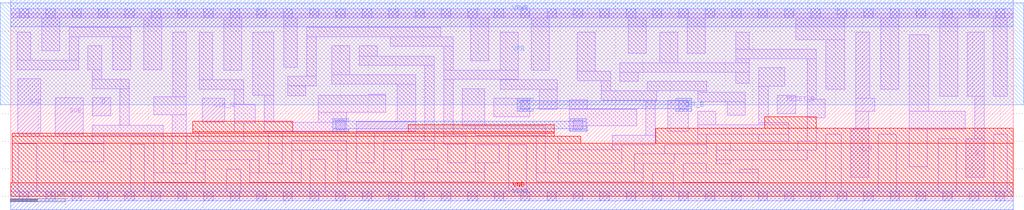
<source format=lef>
VERSION 5.7 ;
  NOWIREEXTENSIONATPIN ON ;
  DIVIDERCHAR "/" ;
  BUSBITCHARS "[]" ;
MACRO sky130_fd_sc_hs__a2bb2o_1
  CLASS CORE ;
  FOREIGN sky130_fd_sc_hs__a2bb2o_1 ;
  ORIGIN 0.000 0.000 ;
  SIZE 4.320 BY 3.330 ;
  SYMMETRY X Y ;
  SITE unit ;
  PIN A1_N
    DIRECTION INPUT ;
    USE SIGNAL ;
    ANTENNAGATEAREA 0.232500 ;
    PORT
      LAYER li1 ;
        RECT 1.070 1.180 1.335 1.620 ;
    END
  END A1_N
  PIN A2_N
    DIRECTION INPUT ;
    USE SIGNAL ;
    ANTENNAGATEAREA 0.232500 ;
    PORT
      LAYER li1 ;
        RECT 1.545 1.180 1.850 1.620 ;
    END
  END A2_N
  PIN B1
    DIRECTION INPUT ;
    USE SIGNAL ;
    ANTENNAGATEAREA 0.246000 ;
    PORT
      LAYER li1 ;
        RECT 3.485 0.255 4.195 0.670 ;
    END
  END B1
  PIN B2
    DIRECTION INPUT ;
    USE SIGNAL ;
    ANTENNAGATEAREA 0.246000 ;
    PORT
      LAYER li1 ;
        RECT 2.875 1.450 3.235 1.780 ;
    END
  END B2
  PIN VGND
    DIRECTION INOUT ;
    USE GROUND ;
    PORT
      LAYER met1 ;
        RECT 0.000 -0.245 4.320 0.245 ;
    END
  END VGND
  PIN VNB
    DIRECTION INOUT ;
    USE GROUND ;
    PORT
      LAYER pwell ;
        RECT 2.065 1.310 3.960 1.400 ;
        RECT 0.250 0.245 3.960 1.310 ;
        RECT 0.000 0.000 4.320 0.245 ;
    END
  END VNB
  PIN VPB
    DIRECTION INOUT ;
    USE POWER ;
    PORT
      LAYER nwell ;
        RECT -0.190 1.660 4.510 3.520 ;
    END
  END VPB
  PIN VPWR
    DIRECTION INOUT ;
    USE POWER ;
    PORT
      LAYER met1 ;
        RECT 0.000 3.085 4.320 3.575 ;
    END
  END VPWR
  PIN X
    DIRECTION OUTPUT ;
    USE SIGNAL ;
    ANTENNADIFFAREA 0.504100 ;
    PORT
      LAYER li1 ;
        RECT 0.125 1.820 0.560 2.980 ;
        RECT 0.125 1.150 0.295 1.820 ;
        RECT 0.125 0.420 0.590 1.150 ;
    END
  END X
  OBS
      LAYER li1 ;
        RECT 0.000 3.245 4.320 3.415 ;
        RECT 0.760 2.130 1.090 3.245 ;
        RECT 1.325 2.905 2.515 3.075 ;
        RECT 1.325 1.960 1.495 2.905 ;
        RECT 1.665 2.300 1.995 2.735 ;
        RECT 2.185 2.470 2.515 2.905 ;
        RECT 1.665 2.130 2.530 2.300 ;
        RECT 0.730 1.790 2.190 1.960 ;
        RECT 0.730 1.650 0.900 1.790 ;
        RECT 0.465 1.320 0.900 1.650 ;
        RECT 2.020 1.210 2.190 1.790 ;
        RECT 2.360 1.780 2.530 2.130 ;
        RECT 2.715 2.120 2.885 2.980 ;
        RECT 3.085 2.290 3.445 3.245 ;
        RECT 3.645 2.120 3.895 2.980 ;
        RECT 2.715 1.950 3.895 2.120 ;
        RECT 3.645 1.940 3.895 1.950 ;
        RECT 2.360 1.450 2.665 1.780 ;
        RECT 2.020 1.030 2.900 1.210 ;
        RECT 3.540 1.010 3.870 1.290 ;
        RECT 0.770 0.085 1.100 1.010 ;
        RECT 1.285 0.520 1.590 1.010 ;
        RECT 1.760 0.690 2.935 0.860 ;
        RECT 1.285 0.255 2.595 0.520 ;
        RECT 2.765 0.085 2.935 0.690 ;
        RECT 3.145 0.840 3.870 1.010 ;
        RECT 3.145 0.085 3.315 0.840 ;
        RECT 0.000 -0.085 4.320 0.085 ;
      LAYER mcon ;
        RECT 0.155 3.245 0.325 3.415 ;
        RECT 0.635 3.245 0.805 3.415 ;
        RECT 1.115 3.245 1.285 3.415 ;
        RECT 1.595 3.245 1.765 3.415 ;
        RECT 2.075 3.245 2.245 3.415 ;
        RECT 2.555 3.245 2.725 3.415 ;
        RECT 3.035 3.245 3.205 3.415 ;
        RECT 3.515 3.245 3.685 3.415 ;
        RECT 3.995 3.245 4.165 3.415 ;
        RECT 0.155 -0.085 0.325 0.085 ;
        RECT 0.635 -0.085 0.805 0.085 ;
        RECT 1.115 -0.085 1.285 0.085 ;
        RECT 1.595 -0.085 1.765 0.085 ;
        RECT 2.075 -0.085 2.245 0.085 ;
        RECT 2.555 -0.085 2.725 0.085 ;
        RECT 3.035 -0.085 3.205 0.085 ;
        RECT 3.515 -0.085 3.685 0.085 ;
        RECT 3.995 -0.085 4.165 0.085 ;
  END
END sky130_fd_sc_hs__a2bb2o_1

#--------EOF---------

MACRO sky130_fd_sc_hs__a2bb2o_2
  CLASS CORE ;
  FOREIGN sky130_fd_sc_hs__a2bb2o_2 ;
  ORIGIN 0.000 0.000 ;
  SIZE 4.800 BY 3.330 ;
  SYMMETRY X Y ;
  SITE unit ;
  PIN A1_N
    DIRECTION INPUT ;
    USE SIGNAL ;
    ANTENNAGATEAREA 0.232500 ;
    PORT
      LAYER li1 ;
        RECT 2.925 1.180 3.255 2.150 ;
    END
  END A1_N
  PIN A2_N
    DIRECTION INPUT ;
    USE SIGNAL ;
    ANTENNAGATEAREA 0.232500 ;
    PORT
      LAYER li1 ;
        RECT 2.385 1.180 2.755 1.510 ;
    END
  END A2_N
  PIN B1
    DIRECTION INPUT ;
    USE SIGNAL ;
    ANTENNAGATEAREA 0.261000 ;
    PORT
      LAYER li1 ;
        RECT 0.105 1.180 0.435 1.550 ;
    END
  END B1
  PIN B2
    DIRECTION INPUT ;
    USE SIGNAL ;
    ANTENNAGATEAREA 0.261000 ;
    PORT
      LAYER li1 ;
        RECT 0.605 1.180 1.315 1.550 ;
    END
  END B2
  PIN VGND
    DIRECTION INOUT ;
    USE GROUND ;
    PORT
      LAYER met1 ;
        RECT 0.000 -0.245 4.800 0.245 ;
    END
  END VGND
  PIN VNB
    DIRECTION INOUT ;
    USE GROUND ;
    PORT
      LAYER pwell ;
        RECT 0.180 1.050 2.025 1.240 ;
        RECT 3.085 1.050 4.440 1.240 ;
        RECT 0.180 0.245 4.440 1.050 ;
        RECT 0.000 0.000 4.800 0.245 ;
    END
  END VNB
  PIN VPB
    DIRECTION INOUT ;
    USE POWER ;
    PORT
      LAYER nwell ;
        RECT -0.190 1.660 4.990 3.520 ;
    END
  END VPB
  PIN VPWR
    DIRECTION INOUT ;
    USE POWER ;
    PORT
      LAYER met1 ;
        RECT 0.000 3.085 4.800 3.575 ;
    END
  END VPWR
  PIN X
    DIRECTION OUTPUT ;
    USE SIGNAL ;
    ANTENNADIFFAREA 0.543200 ;
    PORT
      LAYER li1 ;
        RECT 3.485 0.350 3.920 2.150 ;
    END
  END X
  OBS
      LAYER li1 ;
        RECT 0.000 3.245 4.800 3.415 ;
        RECT 0.265 1.890 0.515 2.980 ;
        RECT 0.715 2.060 1.045 3.245 ;
        RECT 1.245 1.890 1.415 2.980 ;
        RECT 0.265 1.720 1.415 1.890 ;
        RECT 1.585 2.810 2.920 2.980 ;
        RECT 1.585 2.020 1.945 2.810 ;
        RECT 1.585 1.550 1.755 2.020 ;
        RECT 2.265 1.850 2.580 2.640 ;
        RECT 2.750 2.490 2.920 2.810 ;
        RECT 3.105 2.660 3.495 3.245 ;
        RECT 4.065 2.660 4.395 3.245 ;
        RECT 2.750 2.320 4.470 2.490 ;
        RECT 1.485 1.380 1.755 1.550 ;
        RECT 1.925 1.680 2.580 1.850 ;
        RECT 1.485 1.010 1.655 1.380 ;
        RECT 0.290 0.085 0.620 1.010 ;
        RECT 1.080 0.840 1.655 1.010 ;
        RECT 1.925 1.010 2.175 1.680 ;
        RECT 4.090 1.350 4.470 2.320 ;
        RECT 1.925 0.840 2.870 1.010 ;
        RECT 1.080 0.350 1.480 0.840 ;
        RECT 1.650 0.085 2.520 0.670 ;
        RECT 2.690 0.350 2.870 0.840 ;
        RECT 3.050 0.085 3.315 0.940 ;
        RECT 4.100 0.085 4.350 1.130 ;
        RECT 0.000 -0.085 4.800 0.085 ;
      LAYER mcon ;
        RECT 0.155 3.245 0.325 3.415 ;
        RECT 0.635 3.245 0.805 3.415 ;
        RECT 1.115 3.245 1.285 3.415 ;
        RECT 1.595 3.245 1.765 3.415 ;
        RECT 2.075 3.245 2.245 3.415 ;
        RECT 2.555 3.245 2.725 3.415 ;
        RECT 3.035 3.245 3.205 3.415 ;
        RECT 3.515 3.245 3.685 3.415 ;
        RECT 3.995 3.245 4.165 3.415 ;
        RECT 4.475 3.245 4.645 3.415 ;
        RECT 0.155 -0.085 0.325 0.085 ;
        RECT 0.635 -0.085 0.805 0.085 ;
        RECT 1.115 -0.085 1.285 0.085 ;
        RECT 1.595 -0.085 1.765 0.085 ;
        RECT 2.075 -0.085 2.245 0.085 ;
        RECT 2.555 -0.085 2.725 0.085 ;
        RECT 3.035 -0.085 3.205 0.085 ;
        RECT 3.515 -0.085 3.685 0.085 ;
        RECT 3.995 -0.085 4.165 0.085 ;
        RECT 4.475 -0.085 4.645 0.085 ;
  END
END sky130_fd_sc_hs__a2bb2o_2

#--------EOF---------

MACRO sky130_fd_sc_hs__a2bb2o_4
  CLASS CORE ;
  FOREIGN sky130_fd_sc_hs__a2bb2o_4 ;
  ORIGIN 0.000 0.000 ;
  SIZE 7.200 BY 3.330 ;
  SYMMETRY X Y ;
  SITE unit ;
  PIN A1_N
    DIRECTION INPUT ;
    USE SIGNAL ;
    ANTENNAGATEAREA 0.264000 ;
    PORT
      LAYER li1 ;
        RECT 2.555 1.350 2.850 1.780 ;
    END
  END A1_N
  PIN A2_N
    DIRECTION INPUT ;
    USE SIGNAL ;
    ANTENNAGATEAREA 0.264000 ;
    PORT
      LAYER li1 ;
        RECT 3.360 1.350 3.685 1.780 ;
    END
  END A2_N
  PIN B1
    DIRECTION INPUT ;
    USE SIGNAL ;
    ANTENNAGATEAREA 0.492000 ;
    PORT
      LAYER li1 ;
        RECT 6.365 1.260 7.075 1.780 ;
    END
  END B1
  PIN B2
    DIRECTION INPUT ;
    USE SIGNAL ;
    ANTENNAGATEAREA 0.492000 ;
    PORT
      LAYER li1 ;
        RECT 5.405 1.260 6.115 1.780 ;
    END
  END B2
  PIN VGND
    DIRECTION INOUT ;
    USE GROUND ;
    PORT
      LAYER met1 ;
        RECT 0.000 -0.245 7.200 0.245 ;
    END
  END VGND
  PIN VNB
    DIRECTION INOUT ;
    USE GROUND ;
    PORT
      LAYER pwell ;
        RECT 0.415 1.140 4.905 1.240 ;
        RECT 0.415 0.245 7.185 1.140 ;
        RECT 0.000 0.000 7.200 0.245 ;
    END
  END VNB
  PIN VPB
    DIRECTION INOUT ;
    USE POWER ;
    PORT
      LAYER nwell ;
        RECT -0.190 1.660 7.390 3.520 ;
    END
  END VPB
  PIN VPWR
    DIRECTION INOUT ;
    USE POWER ;
    PORT
      LAYER met1 ;
        RECT 0.000 3.085 7.200 3.575 ;
    END
  END VPWR
  PIN X
    DIRECTION OUTPUT ;
    USE SIGNAL ;
    ANTENNADIFFAREA 1.086400 ;
    PORT
      LAYER li1 ;
        RECT 1.010 1.970 1.340 2.980 ;
        RECT 1.910 1.970 2.240 2.980 ;
        RECT 0.665 1.800 2.240 1.970 ;
        RECT 0.665 1.780 0.835 1.800 ;
        RECT 0.125 1.130 0.835 1.780 ;
        RECT 0.125 0.960 2.045 1.130 ;
        RECT 0.935 0.350 1.185 0.960 ;
        RECT 1.795 0.350 2.045 0.960 ;
    END
  END X
  OBS
      LAYER li1 ;
        RECT 0.000 3.245 7.200 3.415 ;
        RECT 0.560 2.140 0.810 3.245 ;
        RECT 1.540 2.140 1.710 3.245 ;
        RECT 2.410 1.950 2.780 3.245 ;
        RECT 3.290 2.120 3.620 2.980 ;
        RECT 4.060 2.905 5.210 3.075 ;
        RECT 4.060 2.290 4.390 2.905 ;
        RECT 3.020 1.950 4.150 2.120 ;
        RECT 1.035 1.300 2.385 1.630 ;
        RECT 2.215 1.180 2.385 1.300 ;
        RECT 2.215 1.010 2.815 1.180 ;
        RECT 3.020 1.130 3.190 1.950 ;
        RECT 3.855 1.470 4.150 1.950 ;
        RECT 4.565 1.180 4.760 2.735 ;
        RECT 4.960 2.120 5.210 2.905 ;
        RECT 5.410 2.290 5.660 3.245 ;
        RECT 5.860 2.120 6.190 2.980 ;
        RECT 6.390 2.290 6.560 3.245 ;
        RECT 6.760 2.120 7.090 2.980 ;
        RECT 4.960 1.950 7.090 2.120 ;
        RECT 0.505 0.085 0.755 0.790 ;
        RECT 1.365 0.085 1.615 0.790 ;
        RECT 2.225 0.085 2.475 0.840 ;
        RECT 2.645 0.425 2.815 1.010 ;
        RECT 2.985 0.595 3.190 1.130 ;
        RECT 3.360 1.010 4.815 1.180 ;
        RECT 3.360 0.425 3.530 1.010 ;
        RECT 2.645 0.255 3.530 0.425 ;
        RECT 3.700 0.085 4.385 0.840 ;
        RECT 4.565 0.600 4.815 1.010 ;
        RECT 5.005 0.920 7.095 1.090 ;
        RECT 5.005 0.770 6.115 0.920 ;
        RECT 4.565 0.350 5.765 0.600 ;
        RECT 5.945 0.350 6.115 0.770 ;
        RECT 6.295 0.350 6.665 0.750 ;
        RECT 6.845 0.350 7.095 0.920 ;
        RECT 6.495 0.085 6.665 0.350 ;
        RECT 0.000 -0.085 7.200 0.085 ;
      LAYER mcon ;
        RECT 0.155 3.245 0.325 3.415 ;
        RECT 0.635 3.245 0.805 3.415 ;
        RECT 1.115 3.245 1.285 3.415 ;
        RECT 1.595 3.245 1.765 3.415 ;
        RECT 2.075 3.245 2.245 3.415 ;
        RECT 2.555 3.245 2.725 3.415 ;
        RECT 3.035 3.245 3.205 3.415 ;
        RECT 3.515 3.245 3.685 3.415 ;
        RECT 3.995 3.245 4.165 3.415 ;
        RECT 4.475 3.245 4.645 3.415 ;
        RECT 4.955 3.245 5.125 3.415 ;
        RECT 5.435 3.245 5.605 3.415 ;
        RECT 5.915 3.245 6.085 3.415 ;
        RECT 6.395 3.245 6.565 3.415 ;
        RECT 6.875 3.245 7.045 3.415 ;
        RECT 0.155 -0.085 0.325 0.085 ;
        RECT 0.635 -0.085 0.805 0.085 ;
        RECT 1.115 -0.085 1.285 0.085 ;
        RECT 1.595 -0.085 1.765 0.085 ;
        RECT 2.075 -0.085 2.245 0.085 ;
        RECT 2.555 -0.085 2.725 0.085 ;
        RECT 3.035 -0.085 3.205 0.085 ;
        RECT 3.515 -0.085 3.685 0.085 ;
        RECT 3.995 -0.085 4.165 0.085 ;
        RECT 4.475 -0.085 4.645 0.085 ;
        RECT 4.955 -0.085 5.125 0.085 ;
        RECT 5.435 -0.085 5.605 0.085 ;
        RECT 5.915 -0.085 6.085 0.085 ;
        RECT 6.395 -0.085 6.565 0.085 ;
        RECT 6.875 -0.085 7.045 0.085 ;
  END
END sky130_fd_sc_hs__a2bb2o_4

#--------EOF---------

MACRO sky130_fd_sc_hs__a2bb2oi_1
  CLASS CORE ;
  FOREIGN sky130_fd_sc_hs__a2bb2oi_1 ;
  ORIGIN 0.000 0.000 ;
  SIZE 3.360 BY 3.330 ;
  SYMMETRY X Y ;
  SITE unit ;
  PIN A1_N
    DIRECTION INPUT ;
    USE SIGNAL ;
    ANTENNAGATEAREA 0.232500 ;
    PORT
      LAYER li1 ;
        RECT 0.105 1.260 0.435 1.780 ;
    END
  END A1_N
  PIN A2_N
    DIRECTION INPUT ;
    USE SIGNAL ;
    ANTENNAGATEAREA 0.232500 ;
    PORT
      LAYER li1 ;
        RECT 0.605 1.450 1.100 1.780 ;
    END
  END A2_N
  PIN B1
    DIRECTION INPUT ;
    USE SIGNAL ;
    ANTENNAGATEAREA 0.279000 ;
    PORT
      LAYER li1 ;
        RECT 2.925 1.180 3.255 1.550 ;
    END
  END B1
  PIN B2
    DIRECTION INPUT ;
    USE SIGNAL ;
    ANTENNAGATEAREA 0.279000 ;
    PORT
      LAYER li1 ;
        RECT 2.525 1.540 2.755 2.150 ;
        RECT 2.220 1.220 2.755 1.540 ;
    END
  END B2
  PIN VGND
    DIRECTION INOUT ;
    USE GROUND ;
    PORT
      LAYER met1 ;
        RECT 0.000 -0.245 3.360 0.245 ;
    END
  END VGND
  PIN VNB
    DIRECTION INOUT ;
    USE GROUND ;
    PORT
      LAYER pwell ;
        RECT 0.085 0.245 3.305 1.240 ;
        RECT 0.000 0.000 3.360 0.245 ;
    END
  END VNB
  PIN VPB
    DIRECTION INOUT ;
    USE POWER ;
    PORT
      LAYER nwell ;
        RECT -0.190 1.660 3.550 3.520 ;
    END
  END VPB
  PIN VPWR
    DIRECTION INOUT ;
    USE POWER ;
    PORT
      LAYER met1 ;
        RECT 0.000 3.085 3.360 3.575 ;
    END
  END VPWR
  PIN Y
    DIRECTION OUTPUT ;
    USE SIGNAL ;
    ANTENNADIFFAREA 0.515200 ;
    PORT
      LAYER li1 ;
        RECT 1.530 2.290 1.780 2.980 ;
        RECT 1.610 2.220 1.780 2.290 ;
        RECT 1.610 1.920 2.275 2.220 ;
        RECT 1.610 1.750 2.050 1.920 ;
        RECT 1.880 1.050 2.050 1.750 ;
        RECT 1.880 0.880 2.315 1.050 ;
        RECT 2.055 0.350 2.315 0.880 ;
    END
  END Y
  OBS
      LAYER li1 ;
        RECT 0.000 3.245 3.360 3.415 ;
        RECT 0.120 1.950 0.450 3.245 ;
        RECT 2.430 2.980 2.600 3.245 ;
        RECT 0.960 2.120 1.290 2.980 ;
        RECT 1.980 2.560 2.230 2.980 ;
        RECT 2.430 2.730 2.790 2.980 ;
        RECT 2.990 2.560 3.240 2.980 ;
        RECT 1.980 2.390 3.240 2.560 ;
        RECT 0.960 1.950 1.440 2.120 ;
        RECT 1.270 1.550 1.440 1.950 ;
        RECT 2.990 1.820 3.240 2.390 ;
        RECT 1.270 1.220 1.710 1.550 ;
        RECT 1.270 1.130 1.440 1.220 ;
        RECT 0.175 0.085 0.425 1.090 ;
        RECT 0.605 0.960 1.440 1.130 ;
        RECT 0.605 0.540 0.935 0.960 ;
        RECT 1.105 0.710 1.710 0.790 ;
        RECT 1.105 0.085 1.885 0.710 ;
        RECT 2.885 0.085 3.215 1.010 ;
        RECT 0.000 -0.085 3.360 0.085 ;
      LAYER mcon ;
        RECT 0.155 3.245 0.325 3.415 ;
        RECT 0.635 3.245 0.805 3.415 ;
        RECT 1.115 3.245 1.285 3.415 ;
        RECT 1.595 3.245 1.765 3.415 ;
        RECT 2.075 3.245 2.245 3.415 ;
        RECT 2.555 3.245 2.725 3.415 ;
        RECT 3.035 3.245 3.205 3.415 ;
        RECT 0.155 -0.085 0.325 0.085 ;
        RECT 0.635 -0.085 0.805 0.085 ;
        RECT 1.115 -0.085 1.285 0.085 ;
        RECT 1.595 -0.085 1.765 0.085 ;
        RECT 2.075 -0.085 2.245 0.085 ;
        RECT 2.555 -0.085 2.725 0.085 ;
        RECT 3.035 -0.085 3.205 0.085 ;
  END
END sky130_fd_sc_hs__a2bb2oi_1

#--------EOF---------

MACRO sky130_fd_sc_hs__a2bb2oi_2
  CLASS CORE ;
  FOREIGN sky130_fd_sc_hs__a2bb2oi_2 ;
  ORIGIN 0.000 0.000 ;
  SIZE 5.280 BY 3.330 ;
  SYMMETRY X Y ;
  SITE unit ;
  PIN A1_N
    DIRECTION INPUT ;
    USE SIGNAL ;
    ANTENNAGATEAREA 0.246000 ;
    PORT
      LAYER li1 ;
        RECT 0.105 0.285 0.435 0.670 ;
    END
  END A1_N
  PIN A2_N
    DIRECTION INPUT ;
    USE SIGNAL ;
    ANTENNAGATEAREA 0.246000 ;
    PORT
      LAYER li1 ;
        RECT 1.085 1.450 1.570 1.780 ;
    END
  END A2_N
  PIN B1
    DIRECTION INPUT ;
    USE SIGNAL ;
    ANTENNAGATEAREA 0.558000 ;
    PORT
      LAYER li1 ;
        RECT 3.965 1.350 4.675 1.780 ;
    END
  END B1
  PIN B2
    DIRECTION INPUT ;
    USE SIGNAL ;
    ANTENNAGATEAREA 0.558000 ;
    PORT
      LAYER li1 ;
        RECT 3.405 1.320 3.735 1.780 ;
    END
  END B2
  PIN VGND
    DIRECTION INOUT ;
    USE GROUND ;
    PORT
      LAYER met1 ;
        RECT 0.000 -0.245 5.280 0.245 ;
    END
  END VGND
  PIN VNB
    DIRECTION INOUT ;
    USE GROUND ;
    PORT
      LAYER pwell ;
        RECT 0.515 1.240 2.850 1.280 ;
        RECT 0.515 0.245 5.175 1.240 ;
        RECT 0.000 0.000 5.280 0.245 ;
    END
  END VNB
  PIN VPB
    DIRECTION INOUT ;
    USE POWER ;
    PORT
      LAYER nwell ;
        RECT -0.190 1.660 5.470 3.520 ;
    END
  END VPB
  PIN VPWR
    DIRECTION INOUT ;
    USE POWER ;
    PORT
      LAYER met1 ;
        RECT 0.000 3.085 5.280 3.575 ;
    END
  END VPWR
  PIN Y
    DIRECTION OUTPUT ;
    USE SIGNAL ;
    ANTENNADIFFAREA 0.750400 ;
    PORT
      LAYER li1 ;
        RECT 2.525 1.410 2.780 2.735 ;
        RECT 2.525 1.150 3.235 1.410 ;
        RECT 2.080 0.980 3.795 1.150 ;
        RECT 2.080 0.390 2.250 0.980 ;
        RECT 3.465 0.770 3.795 0.980 ;
    END
  END Y
  OBS
      LAYER li1 ;
        RECT 0.000 3.245 5.280 3.415 ;
        RECT 0.580 1.940 0.910 3.245 ;
        RECT 1.420 1.950 1.910 2.980 ;
        RECT 1.740 1.650 1.910 1.950 ;
        RECT 2.080 2.905 3.230 3.075 ;
        RECT 2.080 1.820 2.330 2.905 ;
        RECT 2.980 2.120 3.230 2.905 ;
        RECT 3.430 2.290 3.760 3.245 ;
        RECT 3.960 2.120 4.130 2.980 ;
        RECT 4.330 2.290 4.660 3.245 ;
        RECT 4.860 2.120 5.110 2.980 ;
        RECT 2.980 1.950 5.110 2.120 ;
        RECT 2.980 1.820 3.230 1.950 ;
        RECT 4.860 1.820 5.110 1.950 ;
        RECT 1.740 1.320 2.205 1.650 ;
        RECT 1.740 1.280 1.910 1.320 ;
        RECT 0.605 0.085 0.855 1.170 ;
        RECT 1.035 1.110 1.910 1.280 ;
        RECT 1.035 0.490 1.330 1.110 ;
        RECT 3.975 1.010 5.085 1.180 ;
        RECT 1.570 0.085 1.900 0.940 ;
        RECT 2.430 0.085 2.760 0.810 ;
        RECT 3.975 0.600 4.145 1.010 ;
        RECT 3.035 0.350 4.145 0.600 ;
        RECT 4.325 0.085 4.575 0.840 ;
        RECT 4.755 0.350 5.085 1.010 ;
        RECT 0.000 -0.085 5.280 0.085 ;
      LAYER mcon ;
        RECT 0.155 3.245 0.325 3.415 ;
        RECT 0.635 3.245 0.805 3.415 ;
        RECT 1.115 3.245 1.285 3.415 ;
        RECT 1.595 3.245 1.765 3.415 ;
        RECT 2.075 3.245 2.245 3.415 ;
        RECT 2.555 3.245 2.725 3.415 ;
        RECT 3.035 3.245 3.205 3.415 ;
        RECT 3.515 3.245 3.685 3.415 ;
        RECT 3.995 3.245 4.165 3.415 ;
        RECT 4.475 3.245 4.645 3.415 ;
        RECT 4.955 3.245 5.125 3.415 ;
        RECT 0.155 -0.085 0.325 0.085 ;
        RECT 0.635 -0.085 0.805 0.085 ;
        RECT 1.115 -0.085 1.285 0.085 ;
        RECT 1.595 -0.085 1.765 0.085 ;
        RECT 2.075 -0.085 2.245 0.085 ;
        RECT 2.555 -0.085 2.725 0.085 ;
        RECT 3.035 -0.085 3.205 0.085 ;
        RECT 3.515 -0.085 3.685 0.085 ;
        RECT 3.995 -0.085 4.165 0.085 ;
        RECT 4.475 -0.085 4.645 0.085 ;
        RECT 4.955 -0.085 5.125 0.085 ;
  END
END sky130_fd_sc_hs__a2bb2oi_2

#--------EOF---------

MACRO sky130_fd_sc_hs__a2bb2oi_4
  CLASS CORE ;
  FOREIGN sky130_fd_sc_hs__a2bb2oi_4 ;
  ORIGIN 0.000 0.000 ;
  SIZE 8.640 BY 3.330 ;
  SYMMETRY X Y ;
  SITE unit ;
  PIN A1_N
    DIRECTION INPUT ;
    USE SIGNAL ;
    ANTENNAGATEAREA 0.411000 ;
    PORT
      LAYER li1 ;
        RECT 1.565 1.470 2.275 1.800 ;
    END
  END A1_N
  PIN A2_N
    DIRECTION INPUT ;
    USE SIGNAL ;
    ANTENNAGATEAREA 0.411000 ;
    PORT
      LAYER li1 ;
        RECT 0.125 0.420 0.455 1.770 ;
    END
  END A2_N
  PIN B1
    DIRECTION INPUT ;
    USE SIGNAL ;
    ANTENNAGATEAREA 1.116000 ;
    PORT
      LAYER li1 ;
        RECT 6.735 1.350 8.515 1.780 ;
    END
  END B1
  PIN B2
    DIRECTION INPUT ;
    USE SIGNAL ;
    ANTENNAGATEAREA 1.116000 ;
    PORT
      LAYER li1 ;
        RECT 4.445 1.350 6.115 1.780 ;
    END
  END B2
  PIN VGND
    DIRECTION INOUT ;
    USE GROUND ;
    PORT
      LAYER met1 ;
        RECT 0.000 -0.245 8.640 0.245 ;
    END
  END VGND
  PIN VNB
    DIRECTION INOUT ;
    USE GROUND ;
    PORT
      LAYER pwell ;
        RECT 0.850 0.245 8.390 1.240 ;
        RECT 0.000 0.000 8.640 0.245 ;
    END
  END VNB
  PIN VPB
    DIRECTION INOUT ;
    USE POWER ;
    PORT
      LAYER nwell ;
        RECT -0.190 1.660 8.830 3.520 ;
    END
  END VPB
  PIN VPWR
    DIRECTION INOUT ;
    USE POWER ;
    PORT
      LAYER met1 ;
        RECT 0.000 3.085 8.640 3.575 ;
    END
  END VPWR
  PIN Y
    DIRECTION OUTPUT ;
    USE SIGNAL ;
    ANTENNADIFFAREA 1.500800 ;
    PORT
      LAYER li1 ;
        RECT 3.185 1.890 3.355 2.735 ;
        RECT 4.085 1.890 4.255 2.735 ;
        RECT 3.185 1.720 4.255 1.890 ;
        RECT 3.965 1.130 4.255 1.720 ;
        RECT 3.965 0.960 6.150 1.130 ;
        RECT 2.270 0.790 6.150 0.960 ;
        RECT 2.270 0.350 2.520 0.790 ;
        RECT 3.210 0.350 3.380 0.790 ;
        RECT 4.960 0.770 6.150 0.790 ;
    END
  END Y
  OBS
      LAYER li1 ;
        RECT 0.000 3.245 8.640 3.415 ;
        RECT 0.105 2.905 1.255 3.075 ;
        RECT 0.105 1.940 0.435 2.905 ;
        RECT 0.635 1.300 0.885 2.735 ;
        RECT 1.085 2.140 1.255 2.905 ;
        RECT 1.455 2.310 1.705 3.245 ;
        RECT 1.905 2.140 2.235 2.980 ;
        RECT 1.085 1.970 2.235 2.140 ;
        RECT 2.655 2.905 4.785 3.075 ;
        RECT 1.085 1.940 1.255 1.970 ;
        RECT 2.655 1.820 2.985 2.905 ;
        RECT 3.555 2.060 3.885 2.905 ;
        RECT 4.455 2.120 4.785 2.905 ;
        RECT 4.985 2.290 5.155 3.245 ;
        RECT 5.355 2.120 5.685 2.980 ;
        RECT 5.885 2.290 6.135 3.245 ;
        RECT 6.335 2.120 6.505 2.980 ;
        RECT 6.705 2.290 6.955 3.245 ;
        RECT 7.155 2.120 7.485 2.980 ;
        RECT 7.685 2.290 7.855 3.245 ;
        RECT 8.055 2.120 8.385 2.980 ;
        RECT 4.455 1.950 8.385 2.120 ;
        RECT 6.335 1.820 6.505 1.950 ;
        RECT 2.575 1.300 3.585 1.550 ;
        RECT 0.635 1.130 3.585 1.300 ;
        RECT 0.940 0.085 1.270 0.960 ;
        RECT 1.450 0.350 1.620 1.130 ;
        RECT 6.330 1.010 8.300 1.180 ;
        RECT 1.800 0.085 2.090 0.885 ;
        RECT 2.700 0.085 3.030 0.620 ;
        RECT 3.560 0.085 3.890 0.620 ;
        RECT 6.330 0.600 6.500 1.010 ;
        RECT 4.530 0.350 6.500 0.600 ;
        RECT 6.680 0.085 6.930 0.840 ;
        RECT 7.110 0.350 7.360 1.010 ;
        RECT 7.540 0.085 7.790 0.840 ;
        RECT 7.970 0.350 8.300 1.010 ;
        RECT 0.000 -0.085 8.640 0.085 ;
      LAYER mcon ;
        RECT 0.155 3.245 0.325 3.415 ;
        RECT 0.635 3.245 0.805 3.415 ;
        RECT 1.115 3.245 1.285 3.415 ;
        RECT 1.595 3.245 1.765 3.415 ;
        RECT 2.075 3.245 2.245 3.415 ;
        RECT 2.555 3.245 2.725 3.415 ;
        RECT 3.035 3.245 3.205 3.415 ;
        RECT 3.515 3.245 3.685 3.415 ;
        RECT 3.995 3.245 4.165 3.415 ;
        RECT 4.475 3.245 4.645 3.415 ;
        RECT 4.955 3.245 5.125 3.415 ;
        RECT 5.435 3.245 5.605 3.415 ;
        RECT 5.915 3.245 6.085 3.415 ;
        RECT 6.395 3.245 6.565 3.415 ;
        RECT 6.875 3.245 7.045 3.415 ;
        RECT 7.355 3.245 7.525 3.415 ;
        RECT 7.835 3.245 8.005 3.415 ;
        RECT 8.315 3.245 8.485 3.415 ;
        RECT 0.155 -0.085 0.325 0.085 ;
        RECT 0.635 -0.085 0.805 0.085 ;
        RECT 1.115 -0.085 1.285 0.085 ;
        RECT 1.595 -0.085 1.765 0.085 ;
        RECT 2.075 -0.085 2.245 0.085 ;
        RECT 2.555 -0.085 2.725 0.085 ;
        RECT 3.035 -0.085 3.205 0.085 ;
        RECT 3.515 -0.085 3.685 0.085 ;
        RECT 3.995 -0.085 4.165 0.085 ;
        RECT 4.475 -0.085 4.645 0.085 ;
        RECT 4.955 -0.085 5.125 0.085 ;
        RECT 5.435 -0.085 5.605 0.085 ;
        RECT 5.915 -0.085 6.085 0.085 ;
        RECT 6.395 -0.085 6.565 0.085 ;
        RECT 6.875 -0.085 7.045 0.085 ;
        RECT 7.355 -0.085 7.525 0.085 ;
        RECT 7.835 -0.085 8.005 0.085 ;
        RECT 8.315 -0.085 8.485 0.085 ;
  END
END sky130_fd_sc_hs__a2bb2oi_4

#--------EOF---------

MACRO sky130_fd_sc_hs__a21bo_1
  CLASS CORE ;
  FOREIGN sky130_fd_sc_hs__a21bo_1 ;
  ORIGIN 0.000 0.000 ;
  SIZE 3.840 BY 3.330 ;
  SYMMETRY X Y ;
  SITE unit ;
  PIN A1
    DIRECTION INPUT ;
    USE SIGNAL ;
    ANTENNAGATEAREA 0.246000 ;
    PORT
      LAYER li1 ;
        RECT 0.655 1.450 1.315 1.780 ;
    END
  END A1
  PIN A2
    DIRECTION INPUT ;
    USE SIGNAL ;
    ANTENNAGATEAREA 0.246000 ;
    PORT
      LAYER li1 ;
        RECT 0.105 0.255 0.435 0.670 ;
    END
  END A2
  PIN B1_N
    DIRECTION INPUT ;
    USE SIGNAL ;
    ANTENNAGATEAREA 0.208500 ;
    PORT
      LAYER li1 ;
        RECT 2.515 1.180 2.845 1.550 ;
    END
  END B1_N
  PIN VGND
    DIRECTION INOUT ;
    USE GROUND ;
    PORT
      LAYER met1 ;
        RECT 0.000 -0.245 3.840 0.245 ;
    END
  END VGND
  PIN VNB
    DIRECTION INOUT ;
    USE GROUND ;
    PORT
      LAYER pwell ;
        RECT 0.065 1.050 1.905 1.450 ;
        RECT 2.790 1.050 3.715 1.240 ;
        RECT 0.065 0.245 3.715 1.050 ;
        RECT 0.000 0.000 3.840 0.245 ;
    END
  END VNB
  PIN VPB
    DIRECTION INOUT ;
    USE POWER ;
    PORT
      LAYER nwell ;
        RECT -0.190 1.660 4.030 3.520 ;
    END
  END VPB
  PIN VPWR
    DIRECTION INOUT ;
    USE POWER ;
    PORT
      LAYER met1 ;
        RECT 0.000 3.085 3.840 3.575 ;
    END
  END VPWR
  PIN X
    DIRECTION OUTPUT ;
    USE SIGNAL ;
    ANTENNADIFFAREA 0.504100 ;
    PORT
      LAYER li1 ;
        RECT 3.430 1.820 3.755 2.980 ;
        RECT 3.585 1.130 3.755 1.820 ;
        RECT 3.295 0.350 3.755 1.130 ;
    END
  END X
  OBS
      LAYER li1 ;
        RECT 0.000 3.245 3.840 3.415 ;
        RECT 0.130 2.120 0.460 2.980 ;
        RECT 0.660 2.290 0.860 3.245 ;
        RECT 1.060 2.120 1.390 2.980 ;
        RECT 0.130 1.950 1.390 2.120 ;
        RECT 1.575 2.410 1.760 2.980 ;
        RECT 2.900 2.580 3.230 3.245 ;
        RECT 1.575 2.240 3.255 2.410 ;
        RECT 0.130 1.940 0.460 1.950 ;
        RECT 1.575 1.940 1.760 2.240 ;
        RECT 0.155 1.095 0.485 1.340 ;
        RECT 1.575 1.280 1.745 1.940 ;
        RECT 2.075 1.820 2.695 2.070 ;
        RECT 2.075 1.770 2.245 1.820 ;
        RECT 0.945 1.110 1.745 1.280 ;
        RECT 0.155 0.840 0.775 1.095 ;
        RECT 0.605 0.085 0.775 0.840 ;
        RECT 0.945 0.660 1.315 1.110 ;
        RECT 1.915 1.100 2.245 1.770 ;
        RECT 3.085 1.650 3.255 2.240 ;
        RECT 3.085 1.320 3.415 1.650 ;
        RECT 2.075 0.940 2.245 1.100 ;
        RECT 1.485 0.085 1.815 0.930 ;
        RECT 2.075 0.350 2.720 0.940 ;
        RECT 2.900 0.085 3.115 0.895 ;
        RECT 0.000 -0.085 3.840 0.085 ;
      LAYER mcon ;
        RECT 0.155 3.245 0.325 3.415 ;
        RECT 0.635 3.245 0.805 3.415 ;
        RECT 1.115 3.245 1.285 3.415 ;
        RECT 1.595 3.245 1.765 3.415 ;
        RECT 2.075 3.245 2.245 3.415 ;
        RECT 2.555 3.245 2.725 3.415 ;
        RECT 3.035 3.245 3.205 3.415 ;
        RECT 3.515 3.245 3.685 3.415 ;
        RECT 0.155 -0.085 0.325 0.085 ;
        RECT 0.635 -0.085 0.805 0.085 ;
        RECT 1.115 -0.085 1.285 0.085 ;
        RECT 1.595 -0.085 1.765 0.085 ;
        RECT 2.075 -0.085 2.245 0.085 ;
        RECT 2.555 -0.085 2.725 0.085 ;
        RECT 3.035 -0.085 3.205 0.085 ;
        RECT 3.515 -0.085 3.685 0.085 ;
  END
END sky130_fd_sc_hs__a21bo_1

#--------EOF---------

MACRO sky130_fd_sc_hs__a21bo_2
  CLASS CORE ;
  FOREIGN sky130_fd_sc_hs__a21bo_2 ;
  ORIGIN 0.000 0.000 ;
  SIZE 3.840 BY 3.330 ;
  SYMMETRY X Y ;
  SITE unit ;
  PIN A1
    DIRECTION INPUT ;
    USE SIGNAL ;
    ANTENNAGATEAREA 0.261000 ;
    PORT
      LAYER li1 ;
        RECT 2.725 1.260 3.235 1.780 ;
    END
  END A1
  PIN A2
    DIRECTION INPUT ;
    USE SIGNAL ;
    ANTENNAGATEAREA 0.261000 ;
    PORT
      LAYER li1 ;
        RECT 3.405 1.450 3.735 1.780 ;
    END
  END A2
  PIN B1_N
    DIRECTION INPUT ;
    USE SIGNAL ;
    ANTENNAGATEAREA 0.208500 ;
    PORT
      LAYER li1 ;
        RECT 0.125 1.180 0.510 1.550 ;
    END
  END B1_N
  PIN VGND
    DIRECTION INOUT ;
    USE GROUND ;
    PORT
      LAYER met1 ;
        RECT 0.000 -0.245 3.840 0.245 ;
    END
  END VGND
  PIN VNB
    DIRECTION INOUT ;
    USE GROUND ;
    PORT
      LAYER pwell ;
        RECT 0.180 0.245 3.820 1.240 ;
        RECT 0.000 0.000 3.840 0.245 ;
    END
  END VNB
  PIN VPB
    DIRECTION INOUT ;
    USE POWER ;
    PORT
      LAYER nwell ;
        RECT -0.190 1.660 4.030 3.520 ;
    END
  END VPB
  PIN VPWR
    DIRECTION INOUT ;
    USE POWER ;
    PORT
      LAYER met1 ;
        RECT 0.000 3.085 3.840 3.575 ;
    END
  END VPWR
  PIN X
    DIRECTION OUTPUT ;
    USE SIGNAL ;
    ANTENNADIFFAREA 0.543200 ;
    PORT
      LAYER li1 ;
        RECT 1.020 1.820 1.415 2.070 ;
        RECT 1.020 1.040 1.190 1.820 ;
        RECT 1.020 0.840 1.395 1.040 ;
        RECT 1.225 0.750 1.395 0.840 ;
        RECT 1.225 0.350 1.565 0.750 ;
    END
  END X
  OBS
      LAYER li1 ;
        RECT 0.000 3.245 3.840 3.415 ;
        RECT 0.120 2.410 0.450 2.700 ;
        RECT 0.635 2.580 0.965 3.245 ;
        RECT 1.535 2.580 1.865 3.245 ;
        RECT 0.120 2.240 1.810 2.410 ;
        RECT 0.120 1.820 0.450 2.240 ;
        RECT 0.680 1.010 0.850 2.240 ;
        RECT 1.605 1.890 1.810 2.240 ;
        RECT 2.055 2.060 2.415 2.980 ;
        RECT 2.585 2.270 2.755 2.980 ;
        RECT 2.955 2.440 3.205 3.245 ;
        RECT 3.405 2.270 3.735 2.980 ;
        RECT 2.585 2.100 3.735 2.270 ;
        RECT 2.245 1.930 2.415 2.060 ;
        RECT 3.405 1.950 3.735 2.100 ;
        RECT 1.605 1.720 2.075 1.890 ;
        RECT 2.245 1.760 2.555 1.930 ;
        RECT 1.905 1.590 2.075 1.720 ;
        RECT 1.360 1.220 1.735 1.550 ;
        RECT 1.905 1.260 2.215 1.590 ;
        RECT 0.270 0.840 0.850 1.010 ;
        RECT 1.565 1.090 1.735 1.220 ;
        RECT 2.385 1.090 2.555 1.760 ;
        RECT 1.565 0.920 2.810 1.090 ;
        RECT 0.270 0.540 0.600 0.840 ;
        RECT 0.805 0.085 1.055 0.670 ;
        RECT 1.735 0.085 2.310 0.750 ;
        RECT 2.480 0.350 2.810 0.920 ;
        RECT 3.380 0.085 3.710 1.090 ;
        RECT 0.000 -0.085 3.840 0.085 ;
      LAYER mcon ;
        RECT 0.155 3.245 0.325 3.415 ;
        RECT 0.635 3.245 0.805 3.415 ;
        RECT 1.115 3.245 1.285 3.415 ;
        RECT 1.595 3.245 1.765 3.415 ;
        RECT 2.075 3.245 2.245 3.415 ;
        RECT 2.555 3.245 2.725 3.415 ;
        RECT 3.035 3.245 3.205 3.415 ;
        RECT 3.515 3.245 3.685 3.415 ;
        RECT 0.155 -0.085 0.325 0.085 ;
        RECT 0.635 -0.085 0.805 0.085 ;
        RECT 1.115 -0.085 1.285 0.085 ;
        RECT 1.595 -0.085 1.765 0.085 ;
        RECT 2.075 -0.085 2.245 0.085 ;
        RECT 2.555 -0.085 2.725 0.085 ;
        RECT 3.035 -0.085 3.205 0.085 ;
        RECT 3.515 -0.085 3.685 0.085 ;
  END
END sky130_fd_sc_hs__a21bo_2

#--------EOF---------

MACRO sky130_fd_sc_hs__a21bo_4
  CLASS CORE ;
  FOREIGN sky130_fd_sc_hs__a21bo_4 ;
  ORIGIN 0.000 0.000 ;
  SIZE 6.240 BY 3.330 ;
  SYMMETRY X Y ;
  SITE unit ;
  PIN A1
    DIRECTION INPUT ;
    USE SIGNAL ;
    ANTENNAGATEAREA 0.492000 ;
    PORT
      LAYER li1 ;
        RECT 4.445 1.450 5.200 1.780 ;
    END
  END A1
  PIN A2
    DIRECTION INPUT ;
    USE SIGNAL ;
    ANTENNAGATEAREA 0.492000 ;
    PORT
      LAYER li1 ;
        RECT 3.935 0.255 4.265 0.670 ;
    END
  END A2
  PIN B1_N
    DIRECTION INPUT ;
    USE SIGNAL ;
    ANTENNAGATEAREA 0.246000 ;
    PORT
      LAYER li1 ;
        RECT 0.125 0.505 0.355 0.670 ;
        RECT 0.125 0.255 0.625 0.505 ;
    END
  END B1_N
  PIN VGND
    DIRECTION INOUT ;
    USE GROUND ;
    PORT
      LAYER met1 ;
        RECT 0.000 -0.245 6.240 0.245 ;
    END
  END VGND
  PIN VNB
    DIRECTION INOUT ;
    USE GROUND ;
    PORT
      LAYER pwell ;
        RECT 0.195 1.370 1.235 1.385 ;
        RECT 2.580 1.370 6.065 1.385 ;
        RECT 0.195 0.245 6.065 1.370 ;
        RECT 0.000 0.000 6.240 0.245 ;
    END
  END VNB
  PIN VPB
    DIRECTION INOUT ;
    USE POWER ;
    PORT
      LAYER nwell ;
        RECT -0.190 1.660 6.430 3.520 ;
    END
  END VPB
  PIN VPWR
    DIRECTION INOUT ;
    USE POWER ;
    PORT
      LAYER met1 ;
        RECT 0.000 3.085 6.240 3.575 ;
    END
  END VPWR
  PIN X
    DIRECTION OUTPUT ;
    USE SIGNAL ;
    ANTENNADIFFAREA 1.086400 ;
    PORT
      LAYER li1 ;
        RECT 0.605 1.850 2.300 2.100 ;
        RECT 0.605 1.510 1.420 1.850 ;
        RECT 1.250 1.180 1.420 1.510 ;
        RECT 1.250 1.010 2.415 1.180 ;
        RECT 1.250 0.480 1.555 1.010 ;
        RECT 2.165 0.480 2.415 1.010 ;
    END
  END X
  OBS
      LAYER li1 ;
        RECT 0.000 3.245 6.240 3.415 ;
        RECT 0.105 2.440 0.435 2.980 ;
        RECT 0.620 2.610 0.950 3.245 ;
        RECT 1.520 2.610 1.850 3.245 ;
        RECT 2.420 2.610 2.750 3.245 ;
        RECT 2.940 2.905 4.090 3.075 ;
        RECT 0.105 2.270 2.640 2.440 ;
        RECT 0.105 1.275 0.435 2.270 ;
        RECT 2.470 2.020 2.640 2.270 ;
        RECT 2.940 2.190 3.270 2.905 ;
        RECT 2.470 1.850 3.290 2.020 ;
        RECT 1.590 1.350 2.755 1.680 ;
        RECT 2.960 1.450 3.290 1.850 ;
        RECT 2.585 1.280 2.755 1.350 ;
        RECT 3.470 1.280 3.720 2.735 ;
        RECT 3.920 2.120 4.090 2.905 ;
        RECT 4.290 2.290 4.540 3.245 ;
        RECT 4.740 2.120 5.070 2.980 ;
        RECT 5.270 2.290 5.520 3.245 ;
        RECT 5.720 2.120 5.970 2.980 ;
        RECT 3.920 1.950 5.970 2.120 ;
        RECT 3.920 1.940 4.090 1.950 ;
        RECT 5.720 1.940 5.970 1.950 ;
        RECT 0.105 0.840 0.615 1.275 ;
        RECT 0.795 0.085 1.045 1.275 ;
        RECT 2.585 1.110 5.035 1.280 ;
        RECT 1.735 0.085 1.985 0.840 ;
        RECT 2.595 0.085 2.845 0.940 ;
        RECT 3.085 0.595 3.415 1.110 ;
        RECT 3.595 0.085 3.765 0.940 ;
        RECT 4.435 0.425 4.605 0.940 ;
        RECT 4.785 0.595 5.035 1.110 ;
        RECT 5.215 0.425 5.545 1.275 ;
        RECT 4.435 0.255 5.545 0.425 ;
        RECT 5.725 0.085 5.975 1.275 ;
        RECT 0.000 -0.085 6.240 0.085 ;
      LAYER mcon ;
        RECT 0.155 3.245 0.325 3.415 ;
        RECT 0.635 3.245 0.805 3.415 ;
        RECT 1.115 3.245 1.285 3.415 ;
        RECT 1.595 3.245 1.765 3.415 ;
        RECT 2.075 3.245 2.245 3.415 ;
        RECT 2.555 3.245 2.725 3.415 ;
        RECT 3.035 3.245 3.205 3.415 ;
        RECT 3.515 3.245 3.685 3.415 ;
        RECT 3.995 3.245 4.165 3.415 ;
        RECT 4.475 3.245 4.645 3.415 ;
        RECT 4.955 3.245 5.125 3.415 ;
        RECT 5.435 3.245 5.605 3.415 ;
        RECT 5.915 3.245 6.085 3.415 ;
        RECT 0.155 -0.085 0.325 0.085 ;
        RECT 0.635 -0.085 0.805 0.085 ;
        RECT 1.115 -0.085 1.285 0.085 ;
        RECT 1.595 -0.085 1.765 0.085 ;
        RECT 2.075 -0.085 2.245 0.085 ;
        RECT 2.555 -0.085 2.725 0.085 ;
        RECT 3.035 -0.085 3.205 0.085 ;
        RECT 3.515 -0.085 3.685 0.085 ;
        RECT 3.995 -0.085 4.165 0.085 ;
        RECT 4.475 -0.085 4.645 0.085 ;
        RECT 4.955 -0.085 5.125 0.085 ;
        RECT 5.435 -0.085 5.605 0.085 ;
        RECT 5.915 -0.085 6.085 0.085 ;
  END
END sky130_fd_sc_hs__a21bo_4

#--------EOF---------

MACRO sky130_fd_sc_hs__a21boi_1
  CLASS CORE ;
  FOREIGN sky130_fd_sc_hs__a21boi_1 ;
  ORIGIN 0.000 0.000 ;
  SIZE 3.360 BY 3.330 ;
  SYMMETRY X Y ;
  SITE unit ;
  PIN A1
    DIRECTION INPUT ;
    USE SIGNAL ;
    ANTENNAGATEAREA 0.279000 ;
    PORT
      LAYER li1 ;
        RECT 2.045 1.350 2.295 1.780 ;
    END
  END A1
  PIN A2
    DIRECTION INPUT ;
    USE SIGNAL ;
    ANTENNAGATEAREA 0.279000 ;
    PORT
      LAYER li1 ;
        RECT 2.505 1.180 3.235 1.550 ;
    END
  END A2
  PIN B1_N
    DIRECTION INPUT ;
    USE SIGNAL ;
    ANTENNAGATEAREA 0.208500 ;
    PORT
      LAYER li1 ;
        RECT 0.120 0.255 0.450 1.605 ;
    END
  END B1_N
  PIN VGND
    DIRECTION INOUT ;
    USE GROUND ;
    PORT
      LAYER met1 ;
        RECT 0.000 -0.245 3.360 0.245 ;
    END
  END VGND
  PIN VNB
    DIRECTION INOUT ;
    USE GROUND ;
    PORT
      LAYER pwell ;
        RECT 0.530 0.245 3.070 1.240 ;
        RECT 0.000 0.000 3.360 0.245 ;
    END
  END VNB
  PIN VPB
    DIRECTION INOUT ;
    USE POWER ;
    PORT
      LAYER nwell ;
        RECT -0.190 1.660 3.550 3.520 ;
    END
  END VPB
  PIN VPWR
    DIRECTION INOUT ;
    USE POWER ;
    PORT
      LAYER met1 ;
        RECT 0.000 3.085 3.360 3.575 ;
    END
  END VPWR
  PIN Y
    DIRECTION OUTPUT ;
    USE SIGNAL ;
    ANTENNADIFFAREA 0.515200 ;
    PORT
      LAYER li1 ;
        RECT 1.085 1.920 1.525 2.980 ;
        RECT 1.275 1.890 1.525 1.920 ;
        RECT 1.275 1.720 1.875 1.890 ;
        RECT 1.705 1.180 1.875 1.720 ;
        RECT 1.705 1.010 2.060 1.180 ;
        RECT 1.810 0.350 2.060 1.010 ;
    END
  END Y
  OBS
      LAYER li1 ;
        RECT 0.000 3.245 3.360 3.415 ;
        RECT 0.105 1.945 0.435 2.980 ;
        RECT 0.635 2.115 0.885 3.245 ;
        RECT 1.725 2.230 2.020 2.980 ;
        RECT 2.190 2.400 2.520 3.245 ;
        RECT 2.690 2.230 2.985 2.980 ;
        RECT 1.725 2.060 2.985 2.230 ;
        RECT 0.105 1.775 0.915 1.945 ;
        RECT 2.655 1.820 2.985 2.060 ;
        RECT 0.745 1.550 0.915 1.775 ;
        RECT 0.745 1.220 1.535 1.550 ;
        RECT 0.745 1.050 0.950 1.220 ;
        RECT 0.620 0.540 0.950 1.050 ;
        RECT 1.120 0.760 1.450 1.050 ;
        RECT 1.120 0.085 1.630 0.760 ;
        RECT 2.630 0.085 2.960 1.010 ;
        RECT 0.000 -0.085 3.360 0.085 ;
      LAYER mcon ;
        RECT 0.155 3.245 0.325 3.415 ;
        RECT 0.635 3.245 0.805 3.415 ;
        RECT 1.115 3.245 1.285 3.415 ;
        RECT 1.595 3.245 1.765 3.415 ;
        RECT 2.075 3.245 2.245 3.415 ;
        RECT 2.555 3.245 2.725 3.415 ;
        RECT 3.035 3.245 3.205 3.415 ;
        RECT 0.155 -0.085 0.325 0.085 ;
        RECT 0.635 -0.085 0.805 0.085 ;
        RECT 1.115 -0.085 1.285 0.085 ;
        RECT 1.595 -0.085 1.765 0.085 ;
        RECT 2.075 -0.085 2.245 0.085 ;
        RECT 2.555 -0.085 2.725 0.085 ;
        RECT 3.035 -0.085 3.205 0.085 ;
  END
END sky130_fd_sc_hs__a21boi_1

#--------EOF---------

MACRO sky130_fd_sc_hs__a21boi_2
  CLASS CORE ;
  FOREIGN sky130_fd_sc_hs__a21boi_2 ;
  ORIGIN 0.000 0.000 ;
  SIZE 4.320 BY 3.330 ;
  SYMMETRY X Y ;
  SITE unit ;
  PIN A1
    DIRECTION INPUT ;
    USE SIGNAL ;
    ANTENNAGATEAREA 0.558000 ;
    PORT
      LAYER li1 ;
        RECT 2.485 1.320 2.815 1.780 ;
    END
  END A1
  PIN A2
    DIRECTION INPUT ;
    USE SIGNAL ;
    ANTENNAGATEAREA 0.558000 ;
    PORT
      LAYER li1 ;
        RECT 3.265 1.220 3.715 1.550 ;
        RECT 3.485 1.180 3.715 1.220 ;
    END
  END A2
  PIN B1_N
    DIRECTION INPUT ;
    USE SIGNAL ;
    ANTENNAGATEAREA 0.246000 ;
    PORT
      LAYER li1 ;
        RECT 0.125 1.450 0.475 1.780 ;
    END
  END B1_N
  PIN VGND
    DIRECTION INOUT ;
    USE GROUND ;
    PORT
      LAYER met1 ;
        RECT 0.000 -0.245 4.320 0.245 ;
    END
  END VGND
  PIN VNB
    DIRECTION INOUT ;
    USE GROUND ;
    PORT
      LAYER pwell ;
        RECT 0.180 0.245 4.280 1.240 ;
        RECT 0.000 0.000 4.320 0.245 ;
    END
  END VNB
  PIN VPB
    DIRECTION INOUT ;
    USE POWER ;
    PORT
      LAYER nwell ;
        RECT -0.190 1.660 4.510 3.520 ;
    END
  END VPB
  PIN VPWR
    DIRECTION INOUT ;
    USE POWER ;
    PORT
      LAYER met1 ;
        RECT 0.000 3.085 4.320 3.575 ;
    END
  END VPWR
  PIN Y
    DIRECTION OUTPUT ;
    USE SIGNAL ;
    ANTENNADIFFAREA 0.750400 ;
    PORT
      LAYER li1 ;
        RECT 1.615 1.410 1.945 2.735 ;
        RECT 1.615 1.150 2.275 1.410 ;
        RECT 1.270 0.980 2.900 1.150 ;
        RECT 1.270 0.350 1.440 0.980 ;
        RECT 2.570 0.770 2.900 0.980 ;
    END
  END Y
  OBS
      LAYER li1 ;
        RECT 0.000 3.245 4.320 3.415 ;
        RECT 0.195 1.950 0.445 3.245 ;
        RECT 0.645 1.940 0.975 2.980 ;
        RECT 0.805 1.650 0.975 1.940 ;
        RECT 1.165 2.905 2.315 3.075 ;
        RECT 1.165 1.820 1.415 2.905 ;
        RECT 2.115 2.120 2.315 2.905 ;
        RECT 2.515 2.290 2.845 3.245 ;
        RECT 3.045 2.120 3.215 2.980 ;
        RECT 2.115 1.950 3.215 2.120 ;
        RECT 3.415 2.060 3.765 3.245 ;
        RECT 2.115 1.820 2.315 1.950 ;
        RECT 3.045 1.890 3.215 1.950 ;
        RECT 3.965 1.890 4.215 2.980 ;
        RECT 3.045 1.720 4.215 1.890 ;
        RECT 0.805 1.320 1.395 1.650 ;
        RECT 0.805 1.280 0.975 1.320 ;
        RECT 0.270 1.110 0.975 1.280 ;
        RECT 0.270 0.450 0.520 1.110 ;
        RECT 3.080 1.010 3.250 1.050 ;
        RECT 3.940 1.010 4.190 1.130 ;
        RECT 0.760 0.085 1.090 0.940 ;
        RECT 3.080 0.840 4.190 1.010 ;
        RECT 1.620 0.085 1.950 0.810 ;
        RECT 3.080 0.600 3.250 0.840 ;
        RECT 2.140 0.350 3.250 0.600 ;
        RECT 3.430 0.085 3.760 0.670 ;
        RECT 3.940 0.350 4.190 0.840 ;
        RECT 0.000 -0.085 4.320 0.085 ;
      LAYER mcon ;
        RECT 0.155 3.245 0.325 3.415 ;
        RECT 0.635 3.245 0.805 3.415 ;
        RECT 1.115 3.245 1.285 3.415 ;
        RECT 1.595 3.245 1.765 3.415 ;
        RECT 2.075 3.245 2.245 3.415 ;
        RECT 2.555 3.245 2.725 3.415 ;
        RECT 3.035 3.245 3.205 3.415 ;
        RECT 3.515 3.245 3.685 3.415 ;
        RECT 3.995 3.245 4.165 3.415 ;
        RECT 0.155 -0.085 0.325 0.085 ;
        RECT 0.635 -0.085 0.805 0.085 ;
        RECT 1.115 -0.085 1.285 0.085 ;
        RECT 1.595 -0.085 1.765 0.085 ;
        RECT 2.075 -0.085 2.245 0.085 ;
        RECT 2.555 -0.085 2.725 0.085 ;
        RECT 3.035 -0.085 3.205 0.085 ;
        RECT 3.515 -0.085 3.685 0.085 ;
        RECT 3.995 -0.085 4.165 0.085 ;
  END
END sky130_fd_sc_hs__a21boi_2

#--------EOF---------

MACRO sky130_fd_sc_hs__a21boi_4
  CLASS CORE ;
  FOREIGN sky130_fd_sc_hs__a21boi_4 ;
  ORIGIN 0.000 0.000 ;
  SIZE 7.680 BY 3.330 ;
  SYMMETRY X Y ;
  SITE unit ;
  PIN A1
    DIRECTION INPUT ;
    USE SIGNAL ;
    ANTENNAGATEAREA 1.116000 ;
    PORT
      LAYER li1 ;
        RECT 0.125 1.430 1.795 1.780 ;
    END
  END A1
  PIN A2
    DIRECTION INPUT ;
    USE SIGNAL ;
    ANTENNAGATEAREA 1.116000 ;
    PORT
      LAYER li1 ;
        RECT 2.365 1.430 3.715 1.780 ;
    END
  END A2
  PIN B1_N
    DIRECTION INPUT ;
    USE SIGNAL ;
    ANTENNAGATEAREA 0.363000 ;
    PORT
      LAYER li1 ;
        RECT 6.365 1.490 7.555 1.820 ;
    END
  END B1_N
  PIN VGND
    DIRECTION INOUT ;
    USE GROUND ;
    PORT
      LAYER met1 ;
        RECT 0.000 -0.245 7.680 0.245 ;
    END
  END VGND
  PIN VNB
    DIRECTION INOUT ;
    USE GROUND ;
    PORT
      LAYER pwell ;
        RECT 0.100 0.245 6.750 1.240 ;
        RECT 0.000 0.000 7.680 0.245 ;
    END
  END VNB
  PIN VPB
    DIRECTION INOUT ;
    USE POWER ;
    PORT
      LAYER nwell ;
        RECT -0.190 1.660 7.870 3.520 ;
    END
  END VPB
  PIN VPWR
    DIRECTION INOUT ;
    USE POWER ;
    PORT
      LAYER met1 ;
        RECT 0.000 3.085 7.680 3.575 ;
    END
  END VPWR
  PIN Y
    DIRECTION OUTPUT ;
    USE SIGNAL ;
    ANTENNADIFFAREA 1.500800 ;
    PORT
      LAYER li1 ;
        RECT 4.165 1.990 4.495 2.735 ;
        RECT 5.065 1.990 5.395 2.735 ;
        RECT 4.165 1.820 5.395 1.990 ;
        RECT 4.165 1.780 4.745 1.820 ;
        RECT 3.965 1.260 4.745 1.780 ;
        RECT 1.480 1.150 4.745 1.260 ;
        RECT 0.700 0.940 0.950 1.130 ;
        RECT 1.480 1.090 5.720 1.150 ;
        RECT 1.480 0.940 1.810 1.090 ;
        RECT 4.575 0.980 5.720 1.090 ;
        RECT 0.700 0.770 1.810 0.940 ;
        RECT 4.610 0.350 4.860 0.980 ;
        RECT 5.470 0.350 5.720 0.980 ;
    END
  END Y
  OBS
      LAYER li1 ;
        RECT 0.000 3.245 7.680 3.415 ;
        RECT 0.115 2.120 0.365 2.980 ;
        RECT 0.565 2.290 0.895 3.245 ;
        RECT 1.095 2.120 1.265 2.980 ;
        RECT 1.465 2.290 1.795 3.245 ;
        RECT 1.995 2.120 2.165 2.980 ;
        RECT 2.365 2.290 2.615 3.245 ;
        RECT 2.815 2.120 3.145 2.980 ;
        RECT 3.345 2.290 3.515 3.245 ;
        RECT 3.715 2.905 5.845 3.075 ;
        RECT 3.715 2.120 3.995 2.905 ;
        RECT 4.665 2.160 4.895 2.905 ;
        RECT 0.115 1.950 3.995 2.120 ;
        RECT 1.995 1.820 2.165 1.950 ;
        RECT 5.565 1.820 5.845 2.905 ;
        RECT 6.035 2.330 6.365 3.245 ;
        RECT 6.535 2.160 6.815 2.980 ;
        RECT 6.025 1.990 6.815 2.160 ;
        RECT 7.015 2.100 7.265 3.245 ;
        RECT 6.025 1.650 6.195 1.990 ;
        RECT 4.915 1.320 6.195 1.650 ;
        RECT 6.025 1.150 6.660 1.320 ;
        RECT 0.190 0.600 0.520 1.130 ;
        RECT 1.990 0.750 3.960 0.920 ;
        RECT 1.990 0.600 2.160 0.750 ;
        RECT 0.190 0.350 2.160 0.600 ;
        RECT 2.340 0.085 2.670 0.580 ;
        RECT 2.850 0.510 3.020 0.750 ;
        RECT 3.200 0.085 3.530 0.580 ;
        RECT 3.710 0.510 3.960 0.750 ;
        RECT 4.180 0.085 4.430 0.880 ;
        RECT 5.040 0.085 5.290 0.810 ;
        RECT 5.900 0.085 6.230 0.980 ;
        RECT 6.400 0.350 6.660 1.150 ;
        RECT 0.000 -0.085 7.680 0.085 ;
      LAYER mcon ;
        RECT 0.155 3.245 0.325 3.415 ;
        RECT 0.635 3.245 0.805 3.415 ;
        RECT 1.115 3.245 1.285 3.415 ;
        RECT 1.595 3.245 1.765 3.415 ;
        RECT 2.075 3.245 2.245 3.415 ;
        RECT 2.555 3.245 2.725 3.415 ;
        RECT 3.035 3.245 3.205 3.415 ;
        RECT 3.515 3.245 3.685 3.415 ;
        RECT 3.995 3.245 4.165 3.415 ;
        RECT 4.475 3.245 4.645 3.415 ;
        RECT 4.955 3.245 5.125 3.415 ;
        RECT 5.435 3.245 5.605 3.415 ;
        RECT 5.915 3.245 6.085 3.415 ;
        RECT 6.395 3.245 6.565 3.415 ;
        RECT 6.875 3.245 7.045 3.415 ;
        RECT 7.355 3.245 7.525 3.415 ;
        RECT 0.155 -0.085 0.325 0.085 ;
        RECT 0.635 -0.085 0.805 0.085 ;
        RECT 1.115 -0.085 1.285 0.085 ;
        RECT 1.595 -0.085 1.765 0.085 ;
        RECT 2.075 -0.085 2.245 0.085 ;
        RECT 2.555 -0.085 2.725 0.085 ;
        RECT 3.035 -0.085 3.205 0.085 ;
        RECT 3.515 -0.085 3.685 0.085 ;
        RECT 3.995 -0.085 4.165 0.085 ;
        RECT 4.475 -0.085 4.645 0.085 ;
        RECT 4.955 -0.085 5.125 0.085 ;
        RECT 5.435 -0.085 5.605 0.085 ;
        RECT 5.915 -0.085 6.085 0.085 ;
        RECT 6.395 -0.085 6.565 0.085 ;
        RECT 6.875 -0.085 7.045 0.085 ;
        RECT 7.355 -0.085 7.525 0.085 ;
  END
END sky130_fd_sc_hs__a21boi_4

#--------EOF---------

MACRO sky130_fd_sc_hs__a21o_1
  CLASS CORE ;
  FOREIGN sky130_fd_sc_hs__a21o_1 ;
  ORIGIN 0.000 0.000 ;
  SIZE 3.360 BY 3.330 ;
  SYMMETRY X Y ;
  SITE unit ;
  PIN A1
    DIRECTION INPUT ;
    USE SIGNAL ;
    ANTENNAGATEAREA 0.246000 ;
    PORT
      LAYER li1 ;
        RECT 2.045 1.450 2.375 1.780 ;
    END
  END A1
  PIN A2
    DIRECTION INPUT ;
    USE SIGNAL ;
    ANTENNAGATEAREA 0.246000 ;
    PORT
      LAYER li1 ;
        RECT 3.005 0.570 3.235 0.670 ;
        RECT 2.645 0.255 3.235 0.570 ;
    END
  END A2
  PIN B1
    DIRECTION INPUT ;
    USE SIGNAL ;
    ANTENNAGATEAREA 0.246000 ;
    PORT
      LAYER li1 ;
        RECT 1.585 1.450 1.835 1.780 ;
    END
  END B1
  PIN VGND
    DIRECTION INOUT ;
    USE GROUND ;
    PORT
      LAYER met1 ;
        RECT 0.000 -0.245 3.360 0.245 ;
    END
  END VGND
  PIN VNB
    DIRECTION INOUT ;
    USE GROUND ;
    PORT
      LAYER pwell ;
        RECT 0.735 0.245 3.130 1.450 ;
        RECT 0.000 0.000 3.360 0.245 ;
    END
  END VNB
  PIN VPB
    DIRECTION INOUT ;
    USE POWER ;
    PORT
      LAYER nwell ;
        RECT -0.190 1.660 3.550 3.520 ;
    END
  END VPB
  PIN VPWR
    DIRECTION INOUT ;
    USE POWER ;
    PORT
      LAYER met1 ;
        RECT 0.000 3.085 3.360 3.575 ;
    END
  END VPWR
  PIN X
    DIRECTION OUTPUT ;
    USE SIGNAL ;
    ANTENNADIFFAREA 0.504100 ;
    PORT
      LAYER li1 ;
        RECT 0.085 1.820 0.435 2.980 ;
        RECT 0.085 1.150 0.255 1.820 ;
        RECT 0.085 0.980 1.075 1.150 ;
        RECT 0.825 0.670 1.075 0.980 ;
    END
  END X
  OBS
      LAYER li1 ;
        RECT 0.000 3.245 3.360 3.415 ;
        RECT 0.635 1.820 0.885 3.245 ;
        RECT 1.245 1.950 1.605 2.980 ;
        RECT 1.805 2.120 2.135 2.980 ;
        RECT 2.335 2.290 2.535 3.245 ;
        RECT 2.735 2.120 3.065 2.980 ;
        RECT 1.805 1.950 3.065 2.120 ;
        RECT 1.245 1.650 1.415 1.950 ;
        RECT 2.735 1.940 3.065 1.950 ;
        RECT 0.425 1.320 1.415 1.650 ;
        RECT 1.245 1.280 1.415 1.320 ;
        RECT 1.245 1.110 2.135 1.280 ;
        RECT 1.255 0.085 1.585 0.940 ;
        RECT 1.805 0.660 2.135 1.110 ;
        RECT 2.710 1.010 3.040 1.340 ;
        RECT 2.305 0.840 3.040 1.010 ;
        RECT 2.305 0.085 2.475 0.840 ;
        RECT 0.000 -0.085 3.360 0.085 ;
      LAYER mcon ;
        RECT 0.155 3.245 0.325 3.415 ;
        RECT 0.635 3.245 0.805 3.415 ;
        RECT 1.115 3.245 1.285 3.415 ;
        RECT 1.595 3.245 1.765 3.415 ;
        RECT 2.075 3.245 2.245 3.415 ;
        RECT 2.555 3.245 2.725 3.415 ;
        RECT 3.035 3.245 3.205 3.415 ;
        RECT 0.155 -0.085 0.325 0.085 ;
        RECT 0.635 -0.085 0.805 0.085 ;
        RECT 1.115 -0.085 1.285 0.085 ;
        RECT 1.595 -0.085 1.765 0.085 ;
        RECT 2.075 -0.085 2.245 0.085 ;
        RECT 2.555 -0.085 2.725 0.085 ;
        RECT 3.035 -0.085 3.205 0.085 ;
  END
END sky130_fd_sc_hs__a21o_1

#--------EOF---------

MACRO sky130_fd_sc_hs__a21o_2
  CLASS CORE ;
  FOREIGN sky130_fd_sc_hs__a21o_2 ;
  ORIGIN 0.000 0.000 ;
  SIZE 3.360 BY 3.330 ;
  SYMMETRY X Y ;
  SITE unit ;
  PIN A1
    DIRECTION INPUT ;
    USE SIGNAL ;
    ANTENNAGATEAREA 0.261000 ;
    PORT
      LAYER li1 ;
        RECT 2.200 1.180 2.755 1.550 ;
    END
  END A1
  PIN A2
    DIRECTION INPUT ;
    USE SIGNAL ;
    ANTENNAGATEAREA 0.261000 ;
    PORT
      LAYER li1 ;
        RECT 2.925 1.180 3.255 1.550 ;
    END
  END A2
  PIN B1
    DIRECTION INPUT ;
    USE SIGNAL ;
    ANTENNAGATEAREA 0.261000 ;
    PORT
      LAYER li1 ;
        RECT 1.565 1.180 1.990 1.535 ;
    END
  END B1
  PIN VGND
    DIRECTION INOUT ;
    USE GROUND ;
    PORT
      LAYER met1 ;
        RECT 0.000 -0.245 3.360 0.245 ;
    END
  END VGND
  PIN VNB
    DIRECTION INOUT ;
    USE GROUND ;
    PORT
      LAYER pwell ;
        RECT 0.205 0.245 3.305 1.240 ;
        RECT 0.000 0.000 3.360 0.245 ;
    END
  END VNB
  PIN VPB
    DIRECTION INOUT ;
    USE POWER ;
    PORT
      LAYER nwell ;
        RECT -0.190 1.660 3.550 3.520 ;
    END
  END VPB
  PIN VPWR
    DIRECTION INOUT ;
    USE POWER ;
    PORT
      LAYER met1 ;
        RECT 0.000 3.085 3.360 3.575 ;
    END
  END VPWR
  PIN X
    DIRECTION OUTPUT ;
    USE SIGNAL ;
    ANTENNADIFFAREA 0.543200 ;
    PORT
      LAYER li1 ;
        RECT 0.570 1.890 0.850 2.980 ;
        RECT 0.570 1.550 0.900 1.890 ;
        RECT 0.725 1.050 0.900 1.550 ;
        RECT 0.725 0.350 1.055 1.050 ;
    END
  END X
  OBS
      LAYER li1 ;
        RECT 0.000 3.245 3.360 3.415 ;
        RECT 0.120 1.820 0.370 3.245 ;
        RECT 1.020 2.045 1.350 3.245 ;
        RECT 1.540 1.875 1.790 2.980 ;
        RECT 1.070 1.705 1.790 1.875 ;
        RECT 1.990 1.890 2.240 2.980 ;
        RECT 2.440 2.060 2.770 3.245 ;
        RECT 2.970 1.890 3.220 2.980 ;
        RECT 1.990 1.720 3.220 1.890 ;
        RECT 1.070 1.220 1.395 1.705 ;
        RECT 0.295 0.085 0.545 1.130 ;
        RECT 1.225 1.010 1.395 1.220 ;
        RECT 1.225 0.840 2.295 1.010 ;
        RECT 1.225 0.085 1.795 0.670 ;
        RECT 1.965 0.350 2.295 0.840 ;
        RECT 2.865 0.085 3.195 1.010 ;
        RECT 0.000 -0.085 3.360 0.085 ;
      LAYER mcon ;
        RECT 0.155 3.245 0.325 3.415 ;
        RECT 0.635 3.245 0.805 3.415 ;
        RECT 1.115 3.245 1.285 3.415 ;
        RECT 1.595 3.245 1.765 3.415 ;
        RECT 2.075 3.245 2.245 3.415 ;
        RECT 2.555 3.245 2.725 3.415 ;
        RECT 3.035 3.245 3.205 3.415 ;
        RECT 0.155 -0.085 0.325 0.085 ;
        RECT 0.635 -0.085 0.805 0.085 ;
        RECT 1.115 -0.085 1.285 0.085 ;
        RECT 1.595 -0.085 1.765 0.085 ;
        RECT 2.075 -0.085 2.245 0.085 ;
        RECT 2.555 -0.085 2.725 0.085 ;
        RECT 3.035 -0.085 3.205 0.085 ;
  END
END sky130_fd_sc_hs__a21o_2

#--------EOF---------

MACRO sky130_fd_sc_hs__a21o_4
  CLASS CORE ;
  FOREIGN sky130_fd_sc_hs__a21o_4 ;
  ORIGIN 0.000 0.000 ;
  SIZE 5.760 BY 3.330 ;
  SYMMETRY X Y ;
  SITE unit ;
  PIN A1
    DIRECTION INPUT ;
    USE SIGNAL ;
    ANTENNAGATEAREA 0.492000 ;
    PORT
      LAYER li1 ;
        RECT 3.485 1.450 4.195 1.780 ;
    END
  END A1
  PIN A2
    DIRECTION INPUT ;
    USE SIGNAL ;
    ANTENNAGATEAREA 0.492000 ;
    PORT
      LAYER li1 ;
        RECT 4.445 1.260 4.905 1.780 ;
    END
  END A2
  PIN B1
    DIRECTION INPUT ;
    USE SIGNAL ;
    ANTENNAGATEAREA 0.492000 ;
    PORT
      LAYER li1 ;
        RECT 2.425 1.435 2.755 1.780 ;
    END
  END B1
  PIN VGND
    DIRECTION INOUT ;
    USE GROUND ;
    PORT
      LAYER met1 ;
        RECT 0.000 -0.245 5.760 0.245 ;
    END
  END VGND
  PIN VNB
    DIRECTION INOUT ;
    USE GROUND ;
    PORT
      LAYER pwell ;
        RECT 0.040 1.140 3.210 1.240 ;
        RECT 0.040 0.245 5.600 1.140 ;
        RECT 0.000 0.000 5.760 0.245 ;
    END
  END VNB
  PIN VPB
    DIRECTION INOUT ;
    USE POWER ;
    PORT
      LAYER nwell ;
        RECT -0.190 1.660 5.950 3.520 ;
    END
  END VPB
  PIN VPWR
    DIRECTION INOUT ;
    USE POWER ;
    PORT
      LAYER met1 ;
        RECT 0.000 3.085 5.760 3.575 ;
    END
  END VPWR
  PIN X
    DIRECTION OUTPUT ;
    USE SIGNAL ;
    ANTENNADIFFAREA 1.086400 ;
    PORT
      LAYER li1 ;
        RECT 0.685 1.970 0.855 2.980 ;
        RECT 1.505 1.970 1.835 2.980 ;
        RECT 0.125 1.800 1.835 1.970 ;
        RECT 0.125 1.130 0.355 1.800 ;
        RECT 0.125 0.960 1.690 1.130 ;
        RECT 0.660 0.350 0.830 0.960 ;
        RECT 1.440 0.350 1.690 0.960 ;
    END
  END X
  OBS
      LAYER li1 ;
        RECT 0.000 3.245 5.760 3.415 ;
        RECT 0.155 2.140 0.485 3.245 ;
        RECT 1.055 2.140 1.305 3.245 ;
        RECT 2.035 1.950 2.285 3.245 ;
        RECT 2.475 2.905 3.625 3.075 ;
        RECT 2.475 1.950 2.725 2.905 ;
        RECT 0.635 1.300 2.205 1.630 ;
        RECT 1.870 1.265 2.205 1.300 ;
        RECT 2.925 1.280 3.255 2.735 ;
        RECT 3.455 2.120 3.625 2.905 ;
        RECT 3.825 2.290 4.075 3.245 ;
        RECT 4.275 2.120 4.525 2.980 ;
        RECT 4.725 2.290 5.055 3.245 ;
        RECT 5.255 2.120 5.505 2.980 ;
        RECT 3.455 1.950 5.505 2.120 ;
        RECT 5.255 1.940 5.505 1.950 ;
        RECT 2.925 1.265 4.220 1.280 ;
        RECT 1.870 1.110 4.220 1.265 ;
        RECT 1.870 1.095 3.255 1.110 ;
        RECT 0.150 0.085 0.480 0.790 ;
        RECT 1.010 0.085 1.260 0.790 ;
        RECT 1.870 0.085 2.120 0.925 ;
        RECT 2.360 0.450 2.610 1.095 ;
        RECT 2.790 0.085 3.120 0.925 ;
        RECT 3.460 0.425 3.790 0.940 ;
        RECT 3.960 0.595 4.220 1.110 ;
        RECT 4.400 0.920 5.510 1.090 ;
        RECT 4.400 0.425 4.570 0.920 ;
        RECT 3.460 0.255 4.570 0.425 ;
        RECT 4.750 0.085 5.080 0.750 ;
        RECT 5.260 0.350 5.510 0.920 ;
        RECT 0.000 -0.085 5.760 0.085 ;
      LAYER mcon ;
        RECT 0.155 3.245 0.325 3.415 ;
        RECT 0.635 3.245 0.805 3.415 ;
        RECT 1.115 3.245 1.285 3.415 ;
        RECT 1.595 3.245 1.765 3.415 ;
        RECT 2.075 3.245 2.245 3.415 ;
        RECT 2.555 3.245 2.725 3.415 ;
        RECT 3.035 3.245 3.205 3.415 ;
        RECT 3.515 3.245 3.685 3.415 ;
        RECT 3.995 3.245 4.165 3.415 ;
        RECT 4.475 3.245 4.645 3.415 ;
        RECT 4.955 3.245 5.125 3.415 ;
        RECT 5.435 3.245 5.605 3.415 ;
        RECT 0.155 -0.085 0.325 0.085 ;
        RECT 0.635 -0.085 0.805 0.085 ;
        RECT 1.115 -0.085 1.285 0.085 ;
        RECT 1.595 -0.085 1.765 0.085 ;
        RECT 2.075 -0.085 2.245 0.085 ;
        RECT 2.555 -0.085 2.725 0.085 ;
        RECT 3.035 -0.085 3.205 0.085 ;
        RECT 3.515 -0.085 3.685 0.085 ;
        RECT 3.995 -0.085 4.165 0.085 ;
        RECT 4.475 -0.085 4.645 0.085 ;
        RECT 4.955 -0.085 5.125 0.085 ;
        RECT 5.435 -0.085 5.605 0.085 ;
  END
END sky130_fd_sc_hs__a21o_4

#--------EOF---------

MACRO sky130_fd_sc_hs__a21oi_1
  CLASS CORE ;
  FOREIGN sky130_fd_sc_hs__a21oi_1 ;
  ORIGIN 0.000 0.000 ;
  SIZE 1.920 BY 3.330 ;
  SYMMETRY X Y ;
  SITE unit ;
  PIN A1
    DIRECTION INPUT ;
    USE SIGNAL ;
    ANTENNAGATEAREA 0.279000 ;
    PORT
      LAYER li1 ;
        RECT 0.605 1.350 1.050 1.780 ;
    END
  END A1
  PIN A2
    DIRECTION INPUT ;
    USE SIGNAL ;
    ANTENNAGATEAREA 0.279000 ;
    PORT
      LAYER li1 ;
        RECT 0.105 1.180 0.435 1.550 ;
    END
  END A2
  PIN B1
    DIRECTION INPUT ;
    USE SIGNAL ;
    ANTENNAGATEAREA 0.279000 ;
    PORT
      LAYER li1 ;
        RECT 1.560 1.190 1.815 1.550 ;
    END
  END B1
  PIN VGND
    DIRECTION INOUT ;
    USE GROUND ;
    PORT
      LAYER met1 ;
        RECT 0.000 -0.245 1.920 0.245 ;
    END
  END VGND
  PIN VNB
    DIRECTION INOUT ;
    USE GROUND ;
    PORT
      LAYER pwell ;
        RECT 0.040 0.245 1.900 1.240 ;
        RECT 0.000 0.000 1.920 0.245 ;
    END
  END VNB
  PIN VPB
    DIRECTION INOUT ;
    USE POWER ;
    PORT
      LAYER nwell ;
        RECT -0.190 1.660 2.110 3.520 ;
    END
  END VPB
  PIN VPWR
    DIRECTION INOUT ;
    USE POWER ;
    PORT
      LAYER met1 ;
        RECT 0.000 3.085 1.920 3.575 ;
    END
  END VPWR
  PIN Y
    DIRECTION OUTPUT ;
    USE SIGNAL ;
    ANTENNADIFFAREA 0.596600 ;
    PORT
      LAYER li1 ;
        RECT 1.565 1.890 1.815 2.980 ;
        RECT 1.220 1.720 1.815 1.890 ;
        RECT 1.220 1.180 1.390 1.720 ;
        RECT 0.920 1.010 1.390 1.180 ;
        RECT 0.920 0.350 1.290 1.010 ;
    END
  END Y
  OBS
      LAYER li1 ;
        RECT 0.000 3.245 1.920 3.415 ;
        RECT 0.105 2.230 0.400 2.980 ;
        RECT 0.570 2.400 0.900 3.245 ;
        RECT 1.070 2.230 1.365 2.980 ;
        RECT 0.105 2.060 1.365 2.230 ;
        RECT 0.105 1.985 0.955 2.060 ;
        RECT 0.105 1.820 0.435 1.985 ;
        RECT 0.130 0.085 0.460 1.010 ;
        RECT 1.560 0.085 1.790 1.020 ;
        RECT 0.000 -0.085 1.920 0.085 ;
      LAYER mcon ;
        RECT 0.155 3.245 0.325 3.415 ;
        RECT 0.635 3.245 0.805 3.415 ;
        RECT 1.115 3.245 1.285 3.415 ;
        RECT 1.595 3.245 1.765 3.415 ;
        RECT 0.155 -0.085 0.325 0.085 ;
        RECT 0.635 -0.085 0.805 0.085 ;
        RECT 1.115 -0.085 1.285 0.085 ;
        RECT 1.595 -0.085 1.765 0.085 ;
  END
END sky130_fd_sc_hs__a21oi_1

#--------EOF---------

MACRO sky130_fd_sc_hs__a21oi_2
  CLASS CORE ;
  FOREIGN sky130_fd_sc_hs__a21oi_2 ;
  ORIGIN 0.000 0.000 ;
  SIZE 3.840 BY 3.330 ;
  SYMMETRY X Y ;
  SITE unit ;
  PIN A1
    DIRECTION INPUT ;
    USE SIGNAL ;
    ANTENNAGATEAREA 0.558000 ;
    PORT
      LAYER li1 ;
        RECT 3.005 1.350 3.350 1.780 ;
    END
  END A1
  PIN A2
    DIRECTION INPUT ;
    USE SIGNAL ;
    ANTENNAGATEAREA 0.558000 ;
    PORT
      LAYER li1 ;
        RECT 2.045 1.180 2.755 1.780 ;
    END
  END A2
  PIN B1
    DIRECTION INPUT ;
    USE SIGNAL ;
    ANTENNAGATEAREA 0.447000 ;
    PORT
      LAYER li1 ;
        RECT 0.105 1.435 0.435 1.780 ;
    END
  END B1
  PIN VGND
    DIRECTION INOUT ;
    USE GROUND ;
    PORT
      LAYER met1 ;
        RECT 0.000 -0.245 3.840 0.245 ;
    END
  END VGND
  PIN VNB
    DIRECTION INOUT ;
    USE GROUND ;
    PORT
      LAYER pwell ;
        RECT 1.270 1.405 1.780 1.450 ;
        RECT 1.270 1.240 2.255 1.405 ;
        RECT 0.010 0.245 3.780 1.240 ;
        RECT 0.000 0.000 3.840 0.245 ;
    END
  END VNB
  PIN VPB
    DIRECTION INOUT ;
    USE POWER ;
    PORT
      LAYER nwell ;
        RECT -0.190 1.660 4.030 3.520 ;
    END
  END VPB
  PIN VPWR
    DIRECTION INOUT ;
    USE POWER ;
    PORT
      LAYER met1 ;
        RECT 0.000 3.085 3.840 3.575 ;
    END
  END VPWR
  PIN Y
    DIRECTION OUTPUT ;
    USE SIGNAL ;
    ANTENNADIFFAREA 0.739300 ;
    PORT
      LAYER li1 ;
        RECT 1.065 1.780 1.395 2.735 ;
        RECT 0.605 1.550 1.395 1.780 ;
        RECT 0.605 0.920 0.860 1.550 ;
        RECT 2.930 0.920 3.180 1.130 ;
        RECT 0.605 0.750 3.180 0.920 ;
        RECT 0.605 0.350 0.860 0.750 ;
    END
  END Y
  OBS
      LAYER li1 ;
        RECT 0.000 3.245 3.840 3.415 ;
        RECT 0.615 2.905 1.845 3.075 ;
        RECT 0.615 1.950 0.895 2.905 ;
        RECT 1.565 2.460 1.845 2.905 ;
        RECT 2.045 2.630 2.305 3.245 ;
        RECT 2.475 2.460 2.805 2.980 ;
        RECT 3.005 2.630 3.175 3.245 ;
        RECT 3.375 2.460 3.705 2.980 ;
        RECT 1.565 2.290 3.705 2.460 ;
        RECT 1.565 1.950 3.690 2.120 ;
        RECT 1.565 1.260 1.775 1.950 ;
        RECT 0.100 0.085 0.430 1.130 ;
        RECT 1.360 1.090 1.775 1.260 ;
        RECT 3.520 1.130 3.690 1.950 ;
        RECT 3.360 0.580 3.690 1.130 ;
        RECT 2.000 0.085 2.330 0.580 ;
        RECT 2.500 0.330 3.690 0.580 ;
        RECT 0.000 -0.085 3.840 0.085 ;
      LAYER mcon ;
        RECT 0.155 3.245 0.325 3.415 ;
        RECT 0.635 3.245 0.805 3.415 ;
        RECT 1.115 3.245 1.285 3.415 ;
        RECT 1.595 3.245 1.765 3.415 ;
        RECT 2.075 3.245 2.245 3.415 ;
        RECT 2.555 3.245 2.725 3.415 ;
        RECT 3.035 3.245 3.205 3.415 ;
        RECT 3.515 3.245 3.685 3.415 ;
        RECT 0.155 -0.085 0.325 0.085 ;
        RECT 0.635 -0.085 0.805 0.085 ;
        RECT 1.115 -0.085 1.285 0.085 ;
        RECT 1.595 -0.085 1.765 0.085 ;
        RECT 2.075 -0.085 2.245 0.085 ;
        RECT 2.555 -0.085 2.725 0.085 ;
        RECT 3.035 -0.085 3.205 0.085 ;
        RECT 3.515 -0.085 3.685 0.085 ;
  END
END sky130_fd_sc_hs__a21oi_2

#--------EOF---------

MACRO sky130_fd_sc_hs__a21oi_4
  CLASS CORE ;
  FOREIGN sky130_fd_sc_hs__a21oi_4 ;
  ORIGIN 0.000 0.000 ;
  SIZE 6.240 BY 3.330 ;
  SYMMETRY X Y ;
  SITE unit ;
  PIN A1
    DIRECTION INPUT ;
    USE SIGNAL ;
    ANTENNAGATEAREA 1.116000 ;
    PORT
      LAYER li1 ;
        RECT 2.925 1.350 3.935 1.780 ;
    END
  END A1
  PIN A2
    DIRECTION INPUT ;
    USE SIGNAL ;
    ANTENNAGATEAREA 1.116000 ;
    PORT
      LAYER li1 ;
        RECT 0.785 1.350 2.275 1.780 ;
    END
  END A2
  PIN B1
    DIRECTION INPUT ;
    USE SIGNAL ;
    ANTENNAGATEAREA 0.894000 ;
    PORT
      LAYER li1 ;
        RECT 4.235 1.350 5.245 1.780 ;
    END
  END B1
  PIN VGND
    DIRECTION INOUT ;
    USE GROUND ;
    PORT
      LAYER met1 ;
        RECT 0.000 -0.245 6.240 0.245 ;
    END
  END VGND
  PIN VNB
    DIRECTION INOUT ;
    USE GROUND ;
    PORT
      LAYER pwell ;
        RECT 0.290 0.245 5.680 1.240 ;
        RECT 0.000 0.000 6.240 0.245 ;
    END
  END VNB
  PIN VPB
    DIRECTION INOUT ;
    USE POWER ;
    PORT
      LAYER nwell ;
        RECT -0.190 1.660 6.430 3.520 ;
    END
  END VPB
  PIN VPWR
    DIRECTION INOUT ;
    USE POWER ;
    PORT
      LAYER met1 ;
        RECT 0.000 3.085 6.240 3.575 ;
    END
  END VPWR
  PIN Y
    DIRECTION OUTPUT ;
    USE SIGNAL ;
    ANTENNADIFFAREA 1.478600 ;
    PORT
      LAYER li1 ;
        RECT 4.355 2.120 4.685 2.735 ;
        RECT 5.255 2.120 5.585 2.735 ;
        RECT 2.525 1.950 5.585 2.120 ;
        RECT 2.525 1.180 2.755 1.950 ;
        RECT 2.525 1.010 5.590 1.180 ;
        RECT 2.525 0.880 4.650 1.010 ;
        RECT 2.525 0.595 2.780 0.880 ;
        RECT 4.400 0.350 4.650 0.880 ;
        RECT 5.340 0.350 5.590 1.010 ;
    END
  END Y
  OBS
      LAYER li1 ;
        RECT 0.000 3.245 6.240 3.415 ;
        RECT 0.305 2.120 0.555 2.980 ;
        RECT 0.755 2.290 1.005 3.245 ;
        RECT 1.205 2.120 1.535 2.980 ;
        RECT 1.735 2.290 1.905 3.245 ;
        RECT 2.105 2.460 2.355 2.980 ;
        RECT 2.555 2.630 2.805 3.245 ;
        RECT 3.005 2.460 3.335 2.980 ;
        RECT 3.535 2.630 3.705 3.245 ;
        RECT 3.905 2.905 6.035 3.075 ;
        RECT 3.905 2.460 4.155 2.905 ;
        RECT 2.105 2.290 4.155 2.460 ;
        RECT 4.885 2.290 5.055 2.905 ;
        RECT 2.105 2.120 2.355 2.290 ;
        RECT 0.305 1.950 2.355 2.120 ;
        RECT 0.305 1.820 0.555 1.950 ;
        RECT 5.785 1.820 6.035 2.905 ;
        RECT 0.380 1.010 2.350 1.180 ;
        RECT 0.380 0.350 0.630 1.010 ;
        RECT 0.810 0.085 1.140 0.840 ;
        RECT 1.320 0.350 1.490 1.010 ;
        RECT 1.670 0.085 2.000 0.840 ;
        RECT 2.180 0.425 2.350 1.010 ;
        RECT 2.960 0.425 3.290 0.710 ;
        RECT 3.820 0.425 4.150 0.710 ;
        RECT 2.180 0.255 4.150 0.425 ;
        RECT 4.830 0.085 5.160 0.840 ;
        RECT 0.000 -0.085 6.240 0.085 ;
      LAYER mcon ;
        RECT 0.155 3.245 0.325 3.415 ;
        RECT 0.635 3.245 0.805 3.415 ;
        RECT 1.115 3.245 1.285 3.415 ;
        RECT 1.595 3.245 1.765 3.415 ;
        RECT 2.075 3.245 2.245 3.415 ;
        RECT 2.555 3.245 2.725 3.415 ;
        RECT 3.035 3.245 3.205 3.415 ;
        RECT 3.515 3.245 3.685 3.415 ;
        RECT 3.995 3.245 4.165 3.415 ;
        RECT 4.475 3.245 4.645 3.415 ;
        RECT 4.955 3.245 5.125 3.415 ;
        RECT 5.435 3.245 5.605 3.415 ;
        RECT 5.915 3.245 6.085 3.415 ;
        RECT 0.155 -0.085 0.325 0.085 ;
        RECT 0.635 -0.085 0.805 0.085 ;
        RECT 1.115 -0.085 1.285 0.085 ;
        RECT 1.595 -0.085 1.765 0.085 ;
        RECT 2.075 -0.085 2.245 0.085 ;
        RECT 2.555 -0.085 2.725 0.085 ;
        RECT 3.035 -0.085 3.205 0.085 ;
        RECT 3.515 -0.085 3.685 0.085 ;
        RECT 3.995 -0.085 4.165 0.085 ;
        RECT 4.475 -0.085 4.645 0.085 ;
        RECT 4.955 -0.085 5.125 0.085 ;
        RECT 5.435 -0.085 5.605 0.085 ;
        RECT 5.915 -0.085 6.085 0.085 ;
  END
END sky130_fd_sc_hs__a21oi_4

#--------EOF---------

MACRO sky130_fd_sc_hs__a22o_1
  CLASS CORE ;
  FOREIGN sky130_fd_sc_hs__a22o_1 ;
  ORIGIN 0.000 0.000 ;
  SIZE 3.360 BY 3.330 ;
  SYMMETRY X Y ;
  SITE unit ;
  PIN A1
    DIRECTION INPUT ;
    USE SIGNAL ;
    ANTENNAGATEAREA 0.246000 ;
    PORT
      LAYER li1 ;
        RECT 1.965 1.350 2.295 1.780 ;
    END
  END A1
  PIN A2
    DIRECTION INPUT ;
    USE SIGNAL ;
    ANTENNAGATEAREA 0.246000 ;
    PORT
      LAYER li1 ;
        RECT 0.125 0.505 0.355 0.670 ;
        RECT 0.125 0.255 0.560 0.505 ;
    END
  END A2
  PIN B1
    DIRECTION INPUT ;
    USE SIGNAL ;
    ANTENNAGATEAREA 0.246000 ;
    PORT
      LAYER li1 ;
        RECT 1.425 1.470 1.795 1.800 ;
    END
  END B1
  PIN B2
    DIRECTION INPUT ;
    USE SIGNAL ;
    ANTENNAGATEAREA 0.246000 ;
    PORT
      LAYER li1 ;
        RECT 0.125 1.470 1.215 1.800 ;
    END
  END B2
  PIN VGND
    DIRECTION INOUT ;
    USE GROUND ;
    PORT
      LAYER met1 ;
        RECT 0.000 -0.245 3.360 0.245 ;
    END
  END VGND
  PIN VNB
    DIRECTION INOUT ;
    USE GROUND ;
    PORT
      LAYER pwell ;
        RECT 0.130 1.165 1.055 1.385 ;
        RECT 2.405 1.165 3.345 1.240 ;
        RECT 0.130 0.245 3.345 1.165 ;
        RECT 0.000 0.000 3.360 0.245 ;
    END
  END VNB
  PIN VPB
    DIRECTION INOUT ;
    USE POWER ;
    PORT
      LAYER nwell ;
        RECT -0.190 1.660 3.550 3.520 ;
    END
  END VPB
  PIN VPWR
    DIRECTION INOUT ;
    USE POWER ;
    PORT
      LAYER met1 ;
        RECT 0.000 3.085 3.360 3.575 ;
    END
  END VPWR
  PIN X
    DIRECTION OUTPUT ;
    USE SIGNAL ;
    ANTENNADIFFAREA 0.504100 ;
    PORT
      LAYER li1 ;
        RECT 2.925 0.350 3.255 2.980 ;
    END
  END X
  OBS
      LAYER li1 ;
        RECT 0.000 3.245 3.360 3.415 ;
        RECT 0.195 1.970 0.445 3.245 ;
        RECT 0.645 2.905 1.995 3.075 ;
        RECT 0.645 1.970 0.895 2.905 ;
        RECT 1.095 2.140 1.425 2.735 ;
        RECT 1.595 2.310 1.995 2.905 ;
        RECT 2.165 2.310 2.725 3.245 ;
        RECT 1.095 1.970 2.755 2.140 ;
        RECT 0.220 1.130 1.285 1.300 ;
        RECT 2.505 1.180 2.755 1.970 ;
        RECT 0.220 0.840 0.550 1.130 ;
        RECT 0.730 0.085 0.945 0.960 ;
        RECT 1.115 0.625 1.285 1.130 ;
        RECT 1.485 1.010 2.755 1.180 ;
        RECT 1.485 0.795 1.815 1.010 ;
        RECT 1.115 0.375 2.245 0.625 ;
        RECT 2.495 0.085 2.745 0.840 ;
        RECT 0.000 -0.085 3.360 0.085 ;
      LAYER mcon ;
        RECT 0.155 3.245 0.325 3.415 ;
        RECT 0.635 3.245 0.805 3.415 ;
        RECT 1.115 3.245 1.285 3.415 ;
        RECT 1.595 3.245 1.765 3.415 ;
        RECT 2.075 3.245 2.245 3.415 ;
        RECT 2.555 3.245 2.725 3.415 ;
        RECT 3.035 3.245 3.205 3.415 ;
        RECT 0.155 -0.085 0.325 0.085 ;
        RECT 0.635 -0.085 0.805 0.085 ;
        RECT 1.115 -0.085 1.285 0.085 ;
        RECT 1.595 -0.085 1.765 0.085 ;
        RECT 2.075 -0.085 2.245 0.085 ;
        RECT 2.555 -0.085 2.725 0.085 ;
        RECT 3.035 -0.085 3.205 0.085 ;
  END
END sky130_fd_sc_hs__a22o_1

#--------EOF---------

MACRO sky130_fd_sc_hs__a22o_2
  CLASS CORE ;
  FOREIGN sky130_fd_sc_hs__a22o_2 ;
  ORIGIN 0.000 0.000 ;
  SIZE 3.840 BY 3.330 ;
  SYMMETRY X Y ;
  SITE unit ;
  PIN A1
    DIRECTION INPUT ;
    USE SIGNAL ;
    ANTENNAGATEAREA 0.261000 ;
    PORT
      LAYER li1 ;
        RECT 1.585 1.350 1.905 1.780 ;
    END
  END A1
  PIN A2
    DIRECTION INPUT ;
    USE SIGNAL ;
    ANTENNAGATEAREA 0.261000 ;
    PORT
      LAYER li1 ;
        RECT 3.405 1.350 3.735 1.780 ;
    END
  END A2
  PIN B1
    DIRECTION INPUT ;
    USE SIGNAL ;
    ANTENNAGATEAREA 0.261000 ;
    PORT
      LAYER li1 ;
        RECT 2.075 1.350 2.495 1.780 ;
    END
  END B1
  PIN B2
    DIRECTION INPUT ;
    USE SIGNAL ;
    ANTENNAGATEAREA 0.261000 ;
    PORT
      LAYER li1 ;
        RECT 2.705 1.350 3.235 1.780 ;
    END
  END B2
  PIN VGND
    DIRECTION INOUT ;
    USE GROUND ;
    PORT
      LAYER met1 ;
        RECT 0.000 -0.245 3.840 0.245 ;
    END
  END VGND
  PIN VNB
    DIRECTION INOUT ;
    USE GROUND ;
    PORT
      LAYER pwell ;
        RECT 0.010 0.245 3.810 1.240 ;
        RECT 0.000 0.000 3.840 0.245 ;
    END
  END VNB
  PIN VPB
    DIRECTION INOUT ;
    USE POWER ;
    PORT
      LAYER nwell ;
        RECT -0.190 1.660 4.030 3.520 ;
    END
  END VPB
  PIN VPWR
    DIRECTION INOUT ;
    USE POWER ;
    PORT
      LAYER met1 ;
        RECT 0.000 3.085 3.840 3.575 ;
    END
  END VPWR
  PIN X
    DIRECTION OUTPUT ;
    USE SIGNAL ;
    ANTENNADIFFAREA 0.543200 ;
    PORT
      LAYER li1 ;
        RECT 0.905 2.290 1.185 2.980 ;
        RECT 0.905 1.890 1.075 2.290 ;
        RECT 0.530 1.720 1.075 1.890 ;
        RECT 0.530 0.350 0.860 1.720 ;
    END
  END X
  OBS
      LAYER li1 ;
        RECT 0.000 3.245 3.840 3.415 ;
        RECT 0.485 2.060 0.735 3.245 ;
        RECT 1.385 2.290 1.715 3.245 ;
        RECT 1.925 2.905 3.225 3.075 ;
        RECT 1.925 2.290 2.255 2.905 ;
        RECT 2.455 2.120 2.705 2.735 ;
        RECT 1.245 1.950 2.705 2.120 ;
        RECT 2.875 1.950 3.225 2.905 ;
        RECT 3.395 1.950 3.725 3.245 ;
        RECT 1.245 1.550 1.415 1.950 ;
        RECT 1.085 1.180 1.415 1.550 ;
        RECT 0.100 0.085 0.350 1.130 ;
        RECT 1.085 1.010 2.330 1.180 ;
        RECT 1.040 0.085 1.290 0.840 ;
        RECT 1.500 0.425 1.830 0.840 ;
        RECT 2.000 0.595 2.330 1.010 ;
        RECT 2.500 1.010 3.700 1.180 ;
        RECT 2.500 0.425 2.670 1.010 ;
        RECT 1.500 0.255 2.670 0.425 ;
        RECT 2.870 0.085 3.200 0.840 ;
        RECT 3.370 0.350 3.700 1.010 ;
        RECT 0.000 -0.085 3.840 0.085 ;
      LAYER mcon ;
        RECT 0.155 3.245 0.325 3.415 ;
        RECT 0.635 3.245 0.805 3.415 ;
        RECT 1.115 3.245 1.285 3.415 ;
        RECT 1.595 3.245 1.765 3.415 ;
        RECT 2.075 3.245 2.245 3.415 ;
        RECT 2.555 3.245 2.725 3.415 ;
        RECT 3.035 3.245 3.205 3.415 ;
        RECT 3.515 3.245 3.685 3.415 ;
        RECT 0.155 -0.085 0.325 0.085 ;
        RECT 0.635 -0.085 0.805 0.085 ;
        RECT 1.115 -0.085 1.285 0.085 ;
        RECT 1.595 -0.085 1.765 0.085 ;
        RECT 2.075 -0.085 2.245 0.085 ;
        RECT 2.555 -0.085 2.725 0.085 ;
        RECT 3.035 -0.085 3.205 0.085 ;
        RECT 3.515 -0.085 3.685 0.085 ;
  END
END sky130_fd_sc_hs__a22o_2

#--------EOF---------

MACRO sky130_fd_sc_hs__a22o_4
  CLASS CORE ;
  FOREIGN sky130_fd_sc_hs__a22o_4 ;
  ORIGIN 0.000 0.000 ;
  SIZE 7.200 BY 3.330 ;
  SYMMETRY X Y ;
  SITE unit ;
  PIN A1
    DIRECTION INPUT ;
    USE SIGNAL ;
    ANTENNAGATEAREA 0.492000 ;
    PORT
      LAYER li1 ;
        RECT 5.405 1.450 6.115 1.780 ;
    END
  END A1
  PIN A2
    DIRECTION INPUT ;
    USE SIGNAL ;
    ANTENNAGATEAREA 0.492000 ;
    PORT
      LAYER li1 ;
        RECT 4.955 0.505 5.125 0.670 ;
        RECT 4.955 0.255 5.320 0.505 ;
    END
  END A2
  PIN B1
    DIRECTION INPUT ;
    USE SIGNAL ;
    ANTENNAGATEAREA 0.492000 ;
    PORT
      LAYER li1 ;
        RECT 3.495 1.435 3.825 1.765 ;
    END
  END B1
  PIN B2
    DIRECTION INPUT ;
    USE SIGNAL ;
    ANTENNAGATEAREA 0.492000 ;
    PORT
      LAYER li1 ;
        RECT 3.155 1.935 4.195 2.150 ;
        RECT 3.155 1.765 3.325 1.935 ;
        RECT 3.025 1.435 3.325 1.765 ;
        RECT 4.025 1.770 4.195 1.935 ;
        RECT 4.025 1.440 4.655 1.770 ;
    END
  END B2
  PIN VGND
    DIRECTION INOUT ;
    USE GROUND ;
    PORT
      LAYER met1 ;
        RECT 0.000 -0.245 7.200 0.245 ;
    END
  END VGND
  PIN VNB
    DIRECTION INOUT ;
    USE GROUND ;
    PORT
      LAYER pwell ;
        RECT 4.030 1.370 7.005 1.385 ;
        RECT 0.885 0.245 7.005 1.370 ;
        RECT 0.000 0.000 7.200 0.245 ;
    END
  END VNB
  PIN VPB
    DIRECTION INOUT ;
    USE POWER ;
    PORT
      LAYER nwell ;
        RECT -0.190 1.660 7.390 3.520 ;
    END
  END VPB
  PIN VPWR
    DIRECTION INOUT ;
    USE POWER ;
    PORT
      LAYER met1 ;
        RECT 0.000 3.085 7.200 3.575 ;
    END
  END VPWR
  PIN X
    DIRECTION OUTPUT ;
    USE SIGNAL ;
    ANTENNADIFFAREA 1.086400 ;
    PORT
      LAYER li1 ;
        RECT 0.705 1.650 0.875 2.980 ;
        RECT 1.525 1.650 1.855 2.980 ;
        RECT 0.705 1.410 1.855 1.650 ;
        RECT 0.125 1.180 1.855 1.410 ;
        RECT 0.125 1.140 2.515 1.180 ;
        RECT 1.405 1.010 2.515 1.140 ;
        RECT 1.405 0.480 1.655 1.010 ;
        RECT 2.265 0.480 2.515 1.010 ;
    END
  END X
  OBS
      LAYER li1 ;
        RECT 0.000 3.245 7.200 3.415 ;
        RECT 0.175 1.900 0.505 3.245 ;
        RECT 1.075 1.820 1.325 3.245 ;
        RECT 2.055 1.850 2.305 3.245 ;
        RECT 2.475 2.980 3.515 3.075 ;
        RECT 2.475 2.905 4.415 2.980 ;
        RECT 2.475 1.680 2.645 2.905 ;
        RECT 2.815 2.490 2.985 2.735 ;
        RECT 3.185 2.660 4.415 2.905 ;
        RECT 4.615 2.490 4.865 2.980 ;
        RECT 2.815 2.320 4.865 2.490 ;
        RECT 2.815 1.940 2.985 2.320 ;
        RECT 4.615 2.120 4.865 2.320 ;
        RECT 5.035 2.290 5.510 3.245 ;
        RECT 5.680 2.120 5.930 2.980 ;
        RECT 6.130 2.290 6.460 3.245 ;
        RECT 6.660 2.120 6.910 2.980 ;
        RECT 4.615 1.950 6.910 2.120 ;
        RECT 4.615 1.940 4.865 1.950 ;
        RECT 6.660 1.940 6.910 1.950 ;
        RECT 2.025 1.350 2.855 1.680 ;
        RECT 2.685 1.265 2.855 1.350 ;
        RECT 5.725 1.265 6.055 1.275 ;
        RECT 2.685 1.095 6.055 1.265 ;
        RECT 3.630 1.000 3.960 1.095 ;
        RECT 5.725 1.015 6.055 1.095 ;
        RECT 0.975 0.085 1.225 0.970 ;
        RECT 1.835 0.085 2.085 0.840 ;
        RECT 2.695 0.085 3.025 0.925 ;
        RECT 4.140 0.830 4.355 0.925 ;
        RECT 3.200 0.580 4.355 0.830 ;
        RECT 4.535 0.085 4.785 0.925 ;
        RECT 6.235 0.845 6.405 1.275 ;
        RECT 5.295 0.675 6.405 0.845 ;
        RECT 6.235 0.595 6.405 0.675 ;
        RECT 6.585 0.085 6.915 1.275 ;
        RECT 0.000 -0.085 7.200 0.085 ;
      LAYER mcon ;
        RECT 0.155 3.245 0.325 3.415 ;
        RECT 0.635 3.245 0.805 3.415 ;
        RECT 1.115 3.245 1.285 3.415 ;
        RECT 1.595 3.245 1.765 3.415 ;
        RECT 2.075 3.245 2.245 3.415 ;
        RECT 2.555 3.245 2.725 3.415 ;
        RECT 3.035 3.245 3.205 3.415 ;
        RECT 3.515 3.245 3.685 3.415 ;
        RECT 3.995 3.245 4.165 3.415 ;
        RECT 4.475 3.245 4.645 3.415 ;
        RECT 4.955 3.245 5.125 3.415 ;
        RECT 5.435 3.245 5.605 3.415 ;
        RECT 5.915 3.245 6.085 3.415 ;
        RECT 6.395 3.245 6.565 3.415 ;
        RECT 6.875 3.245 7.045 3.415 ;
        RECT 0.155 -0.085 0.325 0.085 ;
        RECT 0.635 -0.085 0.805 0.085 ;
        RECT 1.115 -0.085 1.285 0.085 ;
        RECT 1.595 -0.085 1.765 0.085 ;
        RECT 2.075 -0.085 2.245 0.085 ;
        RECT 2.555 -0.085 2.725 0.085 ;
        RECT 3.035 -0.085 3.205 0.085 ;
        RECT 3.515 -0.085 3.685 0.085 ;
        RECT 3.995 -0.085 4.165 0.085 ;
        RECT 4.475 -0.085 4.645 0.085 ;
        RECT 4.955 -0.085 5.125 0.085 ;
        RECT 5.435 -0.085 5.605 0.085 ;
        RECT 5.915 -0.085 6.085 0.085 ;
        RECT 6.395 -0.085 6.565 0.085 ;
        RECT 6.875 -0.085 7.045 0.085 ;
  END
END sky130_fd_sc_hs__a22o_4

#--------EOF---------

MACRO sky130_fd_sc_hs__a22oi_1
  CLASS CORE ;
  FOREIGN sky130_fd_sc_hs__a22oi_1 ;
  ORIGIN 0.000 0.000 ;
  SIZE 2.880 BY 3.330 ;
  SYMMETRY X Y ;
  SITE unit ;
  PIN A1
    DIRECTION INPUT ;
    USE SIGNAL ;
    ANTENNAGATEAREA 0.279000 ;
    PORT
      LAYER li1 ;
        RECT 1.545 1.350 1.875 1.780 ;
    END
  END A1
  PIN A2
    DIRECTION INPUT ;
    USE SIGNAL ;
    ANTENNAGATEAREA 0.279000 ;
    PORT
      LAYER li1 ;
        RECT 2.045 1.350 2.755 1.780 ;
    END
  END A2
  PIN B1
    DIRECTION INPUT ;
    USE SIGNAL ;
    ANTENNAGATEAREA 0.279000 ;
    PORT
      LAYER li1 ;
        RECT 1.005 1.350 1.335 1.780 ;
    END
  END B1
  PIN B2
    DIRECTION INPUT ;
    USE SIGNAL ;
    ANTENNAGATEAREA 0.279000 ;
    PORT
      LAYER li1 ;
        RECT 0.105 1.180 0.435 1.780 ;
    END
  END B2
  PIN VGND
    DIRECTION INOUT ;
    USE GROUND ;
    PORT
      LAYER met1 ;
        RECT 0.000 -0.245 2.880 0.245 ;
    END
  END VGND
  PIN VNB
    DIRECTION INOUT ;
    USE GROUND ;
    PORT
      LAYER pwell ;
        RECT 0.250 0.245 2.630 1.240 ;
        RECT 0.000 0.000 2.880 0.245 ;
    END
  END VNB
  PIN VPB
    DIRECTION INOUT ;
    USE POWER ;
    PORT
      LAYER nwell ;
        RECT -0.190 1.660 3.070 3.520 ;
    END
  END VPB
  PIN VPWR
    DIRECTION INOUT ;
    USE POWER ;
    PORT
      LAYER met1 ;
        RECT 0.000 3.085 2.880 3.575 ;
    END
  END VPWR
  PIN Y
    DIRECTION OUTPUT ;
    USE SIGNAL ;
    ANTENNADIFFAREA 0.624600 ;
    PORT
      LAYER li1 ;
        RECT 0.845 2.120 1.015 2.735 ;
        RECT 0.605 1.950 1.015 2.120 ;
        RECT 0.605 1.180 0.835 1.950 ;
        RECT 0.605 1.010 1.570 1.180 ;
        RECT 1.130 0.350 1.570 1.010 ;
    END
  END Y
  OBS
      LAYER li1 ;
        RECT 0.000 3.245 2.880 3.415 ;
        RECT 0.315 2.905 1.545 3.075 ;
        RECT 0.315 2.290 0.645 2.905 ;
        RECT 1.215 2.120 1.545 2.905 ;
        RECT 1.715 2.290 2.065 3.245 ;
        RECT 2.235 2.120 2.565 2.980 ;
        RECT 1.215 1.950 2.565 2.120 ;
        RECT 0.340 0.085 0.670 0.840 ;
        RECT 2.210 0.085 2.540 1.130 ;
        RECT 0.000 -0.085 2.880 0.085 ;
      LAYER mcon ;
        RECT 0.155 3.245 0.325 3.415 ;
        RECT 0.635 3.245 0.805 3.415 ;
        RECT 1.115 3.245 1.285 3.415 ;
        RECT 1.595 3.245 1.765 3.415 ;
        RECT 2.075 3.245 2.245 3.415 ;
        RECT 2.555 3.245 2.725 3.415 ;
        RECT 0.155 -0.085 0.325 0.085 ;
        RECT 0.635 -0.085 0.805 0.085 ;
        RECT 1.115 -0.085 1.285 0.085 ;
        RECT 1.595 -0.085 1.765 0.085 ;
        RECT 2.075 -0.085 2.245 0.085 ;
        RECT 2.555 -0.085 2.725 0.085 ;
  END
END sky130_fd_sc_hs__a22oi_1

#--------EOF---------

MACRO sky130_fd_sc_hs__a22oi_2
  CLASS CORE ;
  FOREIGN sky130_fd_sc_hs__a22oi_2 ;
  ORIGIN 0.000 0.000 ;
  SIZE 4.800 BY 3.330 ;
  SYMMETRY X Y ;
  SITE unit ;
  PIN A1
    DIRECTION INPUT ;
    USE SIGNAL ;
    ANTENNAGATEAREA 0.558000 ;
    PORT
      LAYER li1 ;
        RECT 0.710 1.950 2.210 2.120 ;
        RECT 0.710 1.780 0.880 1.950 ;
        RECT 0.125 1.430 0.880 1.780 ;
        RECT 1.880 1.430 2.210 1.950 ;
    END
  END A1
  PIN A2
    DIRECTION INPUT ;
    USE SIGNAL ;
    ANTENNAGATEAREA 0.558000 ;
    PORT
      LAYER li1 ;
        RECT 1.050 1.430 1.420 1.780 ;
    END
  END A2
  PIN B1
    DIRECTION INPUT ;
    USE SIGNAL ;
    ANTENNAGATEAREA 0.558000 ;
    PORT
      LAYER li1 ;
        RECT 2.720 1.260 3.235 1.550 ;
        RECT 3.905 1.300 4.370 1.630 ;
        RECT 3.905 1.260 4.075 1.300 ;
        RECT 2.720 1.090 4.075 1.260 ;
    END
  END B1
  PIN B2
    DIRECTION INPUT ;
    USE SIGNAL ;
    ANTENNAGATEAREA 0.558000 ;
    PORT
      LAYER li1 ;
        RECT 3.405 1.430 3.735 1.780 ;
    END
  END B2
  PIN VGND
    DIRECTION INOUT ;
    USE GROUND ;
    PORT
      LAYER met1 ;
        RECT 0.000 -0.245 4.800 0.245 ;
    END
  END VGND
  PIN VNB
    DIRECTION INOUT ;
    USE GROUND ;
    PORT
      LAYER pwell ;
        RECT 0.195 0.245 4.585 1.240 ;
        RECT 0.000 0.000 4.800 0.245 ;
    END
  END VNB
  PIN VPB
    DIRECTION INOUT ;
    USE POWER ;
    PORT
      LAYER nwell ;
        RECT -0.190 1.660 4.990 3.520 ;
    END
  END VPB
  PIN VPWR
    DIRECTION INOUT ;
    USE POWER ;
    PORT
      LAYER met1 ;
        RECT 0.000 3.085 4.800 3.575 ;
    END
  END VPWR
  PIN Y
    DIRECTION OUTPUT ;
    USE SIGNAL ;
    ANTENNADIFFAREA 1.497400 ;
    PORT
      LAYER li1 ;
        RECT 2.930 2.120 3.130 2.735 ;
        RECT 3.860 2.120 4.030 2.735 ;
        RECT 2.930 1.950 4.710 2.120 ;
        RECT 2.930 1.890 3.130 1.950 ;
        RECT 2.380 1.720 3.130 1.890 ;
        RECT 2.380 1.260 2.550 1.720 ;
        RECT 0.285 1.090 2.550 1.260 ;
        RECT 4.540 1.130 4.710 1.950 ;
        RECT 0.285 0.350 0.535 1.090 ;
        RECT 2.040 0.810 2.550 1.090 ;
        RECT 2.145 0.350 2.550 0.810 ;
        RECT 4.245 0.350 4.710 1.130 ;
    END
  END Y
  OBS
      LAYER li1 ;
        RECT 0.000 3.245 4.800 3.415 ;
        RECT 0.290 2.460 0.540 2.980 ;
        RECT 0.740 2.630 0.990 3.245 ;
        RECT 1.190 2.460 1.520 2.980 ;
        RECT 1.690 2.630 2.230 3.245 ;
        RECT 2.400 2.905 4.560 3.075 ;
        RECT 2.400 2.460 2.730 2.905 ;
        RECT 0.290 2.290 2.730 2.460 ;
        RECT 3.330 2.290 3.660 2.905 ;
        RECT 4.230 2.290 4.560 2.905 ;
        RECT 0.290 1.950 0.540 2.290 ;
        RECT 2.400 2.060 2.730 2.290 ;
        RECT 0.715 0.750 1.815 0.920 ;
        RECT 0.715 0.330 0.965 0.750 ;
        RECT 1.645 0.640 1.815 0.750 ;
        RECT 2.835 0.750 4.065 0.920 ;
        RECT 1.145 0.085 1.475 0.580 ;
        RECT 1.645 0.350 1.975 0.640 ;
        RECT 2.835 0.330 3.135 0.750 ;
        RECT 3.305 0.085 3.635 0.580 ;
        RECT 3.815 0.330 4.065 0.750 ;
        RECT 0.000 -0.085 4.800 0.085 ;
      LAYER mcon ;
        RECT 0.155 3.245 0.325 3.415 ;
        RECT 0.635 3.245 0.805 3.415 ;
        RECT 1.115 3.245 1.285 3.415 ;
        RECT 1.595 3.245 1.765 3.415 ;
        RECT 2.075 3.245 2.245 3.415 ;
        RECT 2.555 3.245 2.725 3.415 ;
        RECT 3.035 3.245 3.205 3.415 ;
        RECT 3.515 3.245 3.685 3.415 ;
        RECT 3.995 3.245 4.165 3.415 ;
        RECT 4.475 3.245 4.645 3.415 ;
        RECT 0.155 -0.085 0.325 0.085 ;
        RECT 0.635 -0.085 0.805 0.085 ;
        RECT 1.115 -0.085 1.285 0.085 ;
        RECT 1.595 -0.085 1.765 0.085 ;
        RECT 2.075 -0.085 2.245 0.085 ;
        RECT 2.555 -0.085 2.725 0.085 ;
        RECT 3.035 -0.085 3.205 0.085 ;
        RECT 3.515 -0.085 3.685 0.085 ;
        RECT 3.995 -0.085 4.165 0.085 ;
        RECT 4.475 -0.085 4.645 0.085 ;
  END
END sky130_fd_sc_hs__a22oi_2

#--------EOF---------

MACRO sky130_fd_sc_hs__a22oi_4
  CLASS CORE ;
  FOREIGN sky130_fd_sc_hs__a22oi_4 ;
  ORIGIN 0.000 0.000 ;
  SIZE 8.160 BY 3.330 ;
  SYMMETRY X Y ;
  SITE unit ;
  PIN A1
    DIRECTION INPUT ;
    USE SIGNAL ;
    ANTENNAGATEAREA 1.116000 ;
    PORT
      LAYER li1 ;
        RECT 4.445 1.350 5.635 1.780 ;
    END
  END A1
  PIN A2
    DIRECTION INPUT ;
    USE SIGNAL ;
    ANTENNAGATEAREA 1.116000 ;
    PORT
      LAYER li1 ;
        RECT 5.885 1.350 7.465 1.780 ;
    END
  END A2
  PIN B1
    DIRECTION INPUT ;
    USE SIGNAL ;
    ANTENNAGATEAREA 1.116000 ;
    PORT
      LAYER li1 ;
        RECT 2.265 1.350 3.275 1.780 ;
    END
  END B1
  PIN B2
    DIRECTION INPUT ;
    USE SIGNAL ;
    ANTENNAGATEAREA 1.116000 ;
    PORT
      LAYER li1 ;
        RECT 0.605 1.350 1.955 1.780 ;
    END
  END B2
  PIN VGND
    DIRECTION INOUT ;
    USE GROUND ;
    PORT
      LAYER met1 ;
        RECT 0.000 -0.245 8.160 0.245 ;
    END
  END VGND
  PIN VNB
    DIRECTION INOUT ;
    USE GROUND ;
    PORT
      LAYER pwell ;
        RECT 0.110 0.245 8.020 1.240 ;
        RECT 0.000 0.000 8.160 0.245 ;
    END
  END VNB
  PIN VPB
    DIRECTION INOUT ;
    USE POWER ;
    PORT
      LAYER nwell ;
        RECT -0.190 1.660 8.350 3.520 ;
    END
  END VPB
  PIN VPWR
    DIRECTION INOUT ;
    USE POWER ;
    PORT
      LAYER met1 ;
        RECT 0.000 3.085 8.160 3.575 ;
    END
  END VPWR
  PIN Y
    DIRECTION OUTPUT ;
    USE SIGNAL ;
    ANTENNADIFFAREA 2.172800 ;
    PORT
      LAYER li1 ;
        RECT 0.635 2.120 0.885 2.735 ;
        RECT 1.615 2.120 1.785 2.735 ;
        RECT 2.515 2.120 2.685 2.735 ;
        RECT 3.415 2.120 3.615 2.735 ;
        RECT 0.635 1.950 3.615 2.120 ;
        RECT 3.445 1.520 3.615 1.950 ;
        RECT 3.445 1.180 4.195 1.520 ;
        RECT 2.350 1.130 4.195 1.180 ;
        RECT 2.350 1.010 5.780 1.130 ;
        RECT 2.350 0.595 2.680 1.010 ;
        RECT 3.210 0.850 5.780 1.010 ;
        RECT 3.210 0.770 3.990 0.850 ;
        RECT 5.450 0.770 5.780 0.850 ;
    END
  END Y
  OBS
      LAYER li1 ;
        RECT 0.000 3.245 8.160 3.415 ;
        RECT 0.185 2.905 4.035 3.075 ;
        RECT 0.185 1.820 0.435 2.905 ;
        RECT 1.085 2.290 1.415 2.905 ;
        RECT 1.985 2.290 2.315 2.905 ;
        RECT 2.885 2.290 3.215 2.905 ;
        RECT 3.785 2.120 4.035 2.905 ;
        RECT 4.235 2.290 4.565 3.245 ;
        RECT 4.765 2.120 5.015 2.980 ;
        RECT 5.185 2.290 5.645 3.245 ;
        RECT 5.815 2.120 6.065 2.980 ;
        RECT 6.265 2.290 6.595 3.245 ;
        RECT 6.795 2.120 6.965 2.980 ;
        RECT 7.165 2.290 7.495 3.245 ;
        RECT 7.695 2.120 7.945 2.980 ;
        RECT 3.785 1.950 7.945 2.120 ;
        RECT 3.785 1.820 4.035 1.950 ;
        RECT 7.695 1.820 7.945 1.950 ;
        RECT 0.200 1.010 2.170 1.180 ;
        RECT 0.200 0.350 0.450 1.010 ;
        RECT 0.630 0.085 0.880 0.840 ;
        RECT 1.060 0.350 1.310 1.010 ;
        RECT 1.490 0.085 1.820 0.840 ;
        RECT 2.000 0.425 2.170 1.010 ;
        RECT 5.960 1.010 7.930 1.180 ;
        RECT 2.860 0.600 3.030 0.840 ;
        RECT 4.160 0.600 4.490 0.680 ;
        RECT 5.960 0.600 6.130 1.010 ;
        RECT 2.860 0.425 3.970 0.600 ;
        RECT 2.000 0.255 3.970 0.425 ;
        RECT 4.160 0.350 6.130 0.600 ;
        RECT 6.310 0.085 6.560 0.840 ;
        RECT 6.740 0.350 6.990 1.010 ;
        RECT 7.170 0.085 7.420 0.840 ;
        RECT 7.600 0.350 7.930 1.010 ;
        RECT 0.000 -0.085 8.160 0.085 ;
      LAYER mcon ;
        RECT 0.155 3.245 0.325 3.415 ;
        RECT 0.635 3.245 0.805 3.415 ;
        RECT 1.115 3.245 1.285 3.415 ;
        RECT 1.595 3.245 1.765 3.415 ;
        RECT 2.075 3.245 2.245 3.415 ;
        RECT 2.555 3.245 2.725 3.415 ;
        RECT 3.035 3.245 3.205 3.415 ;
        RECT 3.515 3.245 3.685 3.415 ;
        RECT 3.995 3.245 4.165 3.415 ;
        RECT 4.475 3.245 4.645 3.415 ;
        RECT 4.955 3.245 5.125 3.415 ;
        RECT 5.435 3.245 5.605 3.415 ;
        RECT 5.915 3.245 6.085 3.415 ;
        RECT 6.395 3.245 6.565 3.415 ;
        RECT 6.875 3.245 7.045 3.415 ;
        RECT 7.355 3.245 7.525 3.415 ;
        RECT 7.835 3.245 8.005 3.415 ;
        RECT 0.155 -0.085 0.325 0.085 ;
        RECT 0.635 -0.085 0.805 0.085 ;
        RECT 1.115 -0.085 1.285 0.085 ;
        RECT 1.595 -0.085 1.765 0.085 ;
        RECT 2.075 -0.085 2.245 0.085 ;
        RECT 2.555 -0.085 2.725 0.085 ;
        RECT 3.035 -0.085 3.205 0.085 ;
        RECT 3.515 -0.085 3.685 0.085 ;
        RECT 3.995 -0.085 4.165 0.085 ;
        RECT 4.475 -0.085 4.645 0.085 ;
        RECT 4.955 -0.085 5.125 0.085 ;
        RECT 5.435 -0.085 5.605 0.085 ;
        RECT 5.915 -0.085 6.085 0.085 ;
        RECT 6.395 -0.085 6.565 0.085 ;
        RECT 6.875 -0.085 7.045 0.085 ;
        RECT 7.355 -0.085 7.525 0.085 ;
        RECT 7.835 -0.085 8.005 0.085 ;
  END
END sky130_fd_sc_hs__a22oi_4

#--------EOF---------

MACRO sky130_fd_sc_hs__a31o_1
  CLASS CORE ;
  FOREIGN sky130_fd_sc_hs__a31o_1 ;
  ORIGIN 0.000 0.000 ;
  SIZE 3.360 BY 3.330 ;
  SYMMETRY X Y ;
  SITE unit ;
  PIN A1
    DIRECTION INPUT ;
    USE SIGNAL ;
    ANTENNAGATEAREA 0.246000 ;
    PORT
      LAYER li1 ;
        RECT 2.045 1.490 2.405 1.800 ;
    END
  END A1
  PIN A2
    DIRECTION INPUT ;
    USE SIGNAL ;
    ANTENNAGATEAREA 0.246000 ;
    PORT
      LAYER li1 ;
        RECT 1.535 1.490 1.865 1.800 ;
    END
  END A2
  PIN A3
    DIRECTION INPUT ;
    USE SIGNAL ;
    ANTENNAGATEAREA 0.246000 ;
    PORT
      LAYER li1 ;
        RECT 0.995 1.490 1.325 1.800 ;
    END
  END A3
  PIN B1
    DIRECTION INPUT ;
    USE SIGNAL ;
    ANTENNAGATEAREA 0.246000 ;
    PORT
      LAYER li1 ;
        RECT 1.565 0.255 2.815 0.640 ;
    END
  END B1
  PIN VGND
    DIRECTION INOUT ;
    USE GROUND ;
    PORT
      LAYER met1 ;
        RECT 0.000 -0.245 3.360 0.245 ;
    END
  END VGND
  PIN VNB
    DIRECTION INOUT ;
    USE GROUND ;
    PORT
      LAYER pwell ;
        RECT 1.695 1.370 3.210 1.385 ;
        RECT 0.040 0.245 3.210 1.370 ;
        RECT 0.000 0.000 3.360 0.245 ;
    END
  END VNB
  PIN VPB
    DIRECTION INOUT ;
    USE POWER ;
    PORT
      LAYER nwell ;
        RECT -0.190 1.660 3.550 3.520 ;
    END
  END VPB
  PIN VPWR
    DIRECTION INOUT ;
    USE POWER ;
    PORT
      LAYER met1 ;
        RECT 0.000 3.085 3.360 3.575 ;
    END
  END VPWR
  PIN X
    DIRECTION OUTPUT ;
    USE SIGNAL ;
    ANTENNADIFFAREA 0.504100 ;
    PORT
      LAYER li1 ;
        RECT 0.085 1.850 0.435 2.980 ;
        RECT 0.085 1.180 0.255 1.850 ;
        RECT 0.085 0.480 0.450 1.180 ;
    END
  END X
  OBS
      LAYER li1 ;
        RECT 0.000 3.245 3.360 3.415 ;
        RECT 0.605 1.970 1.065 3.245 ;
        RECT 1.235 2.140 1.565 2.980 ;
        RECT 1.735 2.310 2.145 3.245 ;
        RECT 2.315 2.140 2.645 2.980 ;
        RECT 1.235 1.970 2.645 2.140 ;
        RECT 0.425 1.350 0.825 1.680 ;
        RECT 0.620 1.320 0.825 1.350 ;
        RECT 2.845 1.320 3.095 2.980 ;
        RECT 0.620 1.150 3.095 1.320 ;
        RECT 0.620 0.085 1.200 0.980 ;
        RECT 2.280 0.810 2.610 1.150 ;
        RECT 2.790 0.810 3.155 0.980 ;
        RECT 2.985 0.085 3.155 0.810 ;
        RECT 0.000 -0.085 3.360 0.085 ;
      LAYER mcon ;
        RECT 0.155 3.245 0.325 3.415 ;
        RECT 0.635 3.245 0.805 3.415 ;
        RECT 1.115 3.245 1.285 3.415 ;
        RECT 1.595 3.245 1.765 3.415 ;
        RECT 2.075 3.245 2.245 3.415 ;
        RECT 2.555 3.245 2.725 3.415 ;
        RECT 3.035 3.245 3.205 3.415 ;
        RECT 0.155 -0.085 0.325 0.085 ;
        RECT 0.635 -0.085 0.805 0.085 ;
        RECT 1.115 -0.085 1.285 0.085 ;
        RECT 1.595 -0.085 1.765 0.085 ;
        RECT 2.075 -0.085 2.245 0.085 ;
        RECT 2.555 -0.085 2.725 0.085 ;
        RECT 3.035 -0.085 3.205 0.085 ;
  END
END sky130_fd_sc_hs__a31o_1

#--------EOF---------

MACRO sky130_fd_sc_hs__a31o_2
  CLASS CORE ;
  FOREIGN sky130_fd_sc_hs__a31o_2 ;
  ORIGIN 0.000 0.000 ;
  SIZE 3.840 BY 3.330 ;
  SYMMETRY X Y ;
  SITE unit ;
  PIN A1
    DIRECTION INPUT ;
    USE SIGNAL ;
    ANTENNAGATEAREA 0.261000 ;
    PORT
      LAYER li1 ;
        RECT 2.665 1.180 3.235 1.550 ;
    END
  END A1
  PIN A2
    DIRECTION INPUT ;
    USE SIGNAL ;
    ANTENNAGATEAREA 0.261000 ;
    PORT
      LAYER li1 ;
        RECT 2.045 1.180 2.425 1.550 ;
    END
  END A2
  PIN A3
    DIRECTION INPUT ;
    USE SIGNAL ;
    ANTENNAGATEAREA 0.261000 ;
    PORT
      LAYER li1 ;
        RECT 1.525 1.180 1.855 1.550 ;
    END
  END A3
  PIN B1
    DIRECTION INPUT ;
    USE SIGNAL ;
    ANTENNAGATEAREA 0.261000 ;
    PORT
      LAYER li1 ;
        RECT 3.405 1.180 3.735 1.550 ;
    END
  END B1
  PIN VGND
    DIRECTION INOUT ;
    USE GROUND ;
    PORT
      LAYER met1 ;
        RECT 0.000 -0.245 3.840 0.245 ;
    END
  END VGND
  PIN VNB
    DIRECTION INOUT ;
    USE GROUND ;
    PORT
      LAYER pwell ;
        RECT 0.005 0.245 3.800 1.240 ;
        RECT 0.000 0.000 3.840 0.245 ;
    END
  END VNB
  PIN VPB
    DIRECTION INOUT ;
    USE POWER ;
    PORT
      LAYER nwell ;
        RECT -0.190 1.660 4.030 3.520 ;
    END
  END VPB
  PIN VPWR
    DIRECTION INOUT ;
    USE POWER ;
    PORT
      LAYER met1 ;
        RECT 0.000 3.085 3.840 3.575 ;
    END
  END VPWR
  PIN X
    DIRECTION OUTPUT ;
    USE SIGNAL ;
    ANTENNADIFFAREA 0.543200 ;
    PORT
      LAYER li1 ;
        RECT 0.605 1.820 0.920 2.980 ;
        RECT 0.615 1.130 0.785 1.820 ;
        RECT 0.615 0.350 0.890 1.130 ;
    END
  END X
  OBS
      LAYER li1 ;
        RECT 0.000 3.245 3.840 3.415 ;
        RECT 0.185 1.820 0.435 3.245 ;
        RECT 1.090 2.060 1.625 3.245 ;
        RECT 1.795 2.230 2.125 2.860 ;
        RECT 2.350 2.400 2.680 3.245 ;
        RECT 2.885 2.230 3.215 2.860 ;
        RECT 1.795 2.060 3.215 2.230 ;
        RECT 3.385 1.890 3.725 2.860 ;
        RECT 1.135 1.720 3.725 1.890 ;
        RECT 1.135 1.630 1.305 1.720 ;
        RECT 0.955 1.300 1.305 1.630 ;
        RECT 0.115 0.085 0.445 1.130 ;
        RECT 1.135 1.010 1.305 1.300 ;
        RECT 1.135 0.840 3.180 1.010 ;
        RECT 1.060 0.085 1.730 0.600 ;
        RECT 2.850 0.350 3.180 0.840 ;
        RECT 3.360 0.085 3.690 1.010 ;
        RECT 0.000 -0.085 3.840 0.085 ;
      LAYER mcon ;
        RECT 0.155 3.245 0.325 3.415 ;
        RECT 0.635 3.245 0.805 3.415 ;
        RECT 1.115 3.245 1.285 3.415 ;
        RECT 1.595 3.245 1.765 3.415 ;
        RECT 2.075 3.245 2.245 3.415 ;
        RECT 2.555 3.245 2.725 3.415 ;
        RECT 3.035 3.245 3.205 3.415 ;
        RECT 3.515 3.245 3.685 3.415 ;
        RECT 0.155 -0.085 0.325 0.085 ;
        RECT 0.635 -0.085 0.805 0.085 ;
        RECT 1.115 -0.085 1.285 0.085 ;
        RECT 1.595 -0.085 1.765 0.085 ;
        RECT 2.075 -0.085 2.245 0.085 ;
        RECT 2.555 -0.085 2.725 0.085 ;
        RECT 3.035 -0.085 3.205 0.085 ;
        RECT 3.515 -0.085 3.685 0.085 ;
  END
END sky130_fd_sc_hs__a31o_2

#--------EOF---------

MACRO sky130_fd_sc_hs__a31o_4
  CLASS CORE ;
  FOREIGN sky130_fd_sc_hs__a31o_4 ;
  ORIGIN 0.000 0.000 ;
  SIZE 7.200 BY 3.330 ;
  SYMMETRY X Y ;
  SITE unit ;
  PIN A1
    DIRECTION INPUT ;
    USE SIGNAL ;
    ANTENNAGATEAREA 0.492000 ;
    PORT
      LAYER li1 ;
        RECT 3.965 1.450 4.675 1.780 ;
    END
  END A1
  PIN A2
    DIRECTION INPUT ;
    USE SIGNAL ;
    ANTENNAGATEAREA 0.492000 ;
    PORT
      LAYER li1 ;
        RECT 4.925 1.450 5.865 1.780 ;
    END
  END A2
  PIN A3
    DIRECTION INPUT ;
    USE SIGNAL ;
    ANTENNAGATEAREA 0.492000 ;
    PORT
      LAYER li1 ;
        RECT 6.115 1.450 7.075 1.780 ;
    END
  END A3
  PIN B1
    DIRECTION INPUT ;
    USE SIGNAL ;
    ANTENNAGATEAREA 0.492000 ;
    PORT
      LAYER li1 ;
        RECT 2.565 1.470 3.235 1.800 ;
    END
  END B1
  PIN VGND
    DIRECTION INOUT ;
    USE GROUND ;
    PORT
      LAYER met1 ;
        RECT 0.000 -0.245 7.200 0.245 ;
    END
  END VGND
  PIN VNB
    DIRECTION INOUT ;
    USE GROUND ;
    PORT
      LAYER pwell ;
        RECT 0.005 1.140 2.370 1.240 ;
        RECT 0.005 0.245 7.140 1.140 ;
        RECT 0.000 0.000 7.200 0.245 ;
    END
  END VNB
  PIN VPB
    DIRECTION INOUT ;
    USE POWER ;
    PORT
      LAYER nwell ;
        RECT -0.190 1.660 7.390 3.520 ;
    END
  END VPB
  PIN VPWR
    DIRECTION INOUT ;
    USE POWER ;
    PORT
      LAYER met1 ;
        RECT 0.000 3.085 7.200 3.575 ;
    END
  END VPWR
  PIN X
    DIRECTION OUTPUT ;
    USE SIGNAL ;
    ANTENNADIFFAREA 1.138200 ;
    PORT
      LAYER li1 ;
        RECT 0.565 1.890 0.895 2.980 ;
        RECT 1.565 1.890 1.895 2.980 ;
        RECT 0.565 1.720 1.895 1.890 ;
        RECT 0.565 1.550 0.895 1.720 ;
        RECT 0.615 1.000 0.865 1.550 ;
        RECT 0.615 0.830 1.725 1.000 ;
        RECT 0.615 0.350 0.865 0.830 ;
        RECT 1.555 0.330 1.725 0.830 ;
    END
  END X
  OBS
      LAYER li1 ;
        RECT 0.000 3.245 7.200 3.415 ;
        RECT 0.115 1.820 0.365 3.245 ;
        RECT 1.065 2.060 1.395 3.245 ;
        RECT 2.065 1.820 2.395 3.245 ;
        RECT 2.625 2.810 4.075 2.980 ;
        RECT 2.625 1.970 2.955 2.810 ;
        RECT 3.125 1.970 3.575 2.640 ;
        RECT 1.065 1.300 2.335 1.550 ;
        RECT 3.405 1.300 3.575 1.970 ;
        RECT 3.745 2.120 4.075 2.810 ;
        RECT 4.245 2.290 4.575 3.245 ;
        RECT 4.745 2.120 5.075 2.980 ;
        RECT 5.245 2.290 5.575 3.245 ;
        RECT 5.755 2.120 6.085 2.980 ;
        RECT 6.255 2.290 6.585 3.245 ;
        RECT 6.755 2.120 7.085 2.980 ;
        RECT 3.745 1.950 7.085 2.120 ;
        RECT 1.065 1.280 3.590 1.300 ;
        RECT 1.065 1.220 4.750 1.280 ;
        RECT 1.895 1.130 4.750 1.220 ;
        RECT 0.115 0.085 0.445 1.130 ;
        RECT 1.045 0.085 1.375 0.660 ;
        RECT 1.930 0.085 2.260 0.960 ;
        RECT 2.490 0.350 2.740 1.130 ;
        RECT 3.420 1.110 4.750 1.130 ;
        RECT 2.920 0.085 3.250 0.960 ;
        RECT 3.420 0.350 3.750 1.110 ;
        RECT 3.920 0.425 4.250 0.940 ;
        RECT 4.420 0.595 4.750 1.110 ;
        RECT 4.980 1.110 7.030 1.280 ;
        RECT 4.980 0.595 5.230 1.110 ;
        RECT 5.410 0.425 5.740 0.940 ;
        RECT 3.920 0.255 5.740 0.425 ;
        RECT 5.920 0.350 6.090 1.110 ;
        RECT 6.270 0.085 6.600 0.940 ;
        RECT 6.780 0.350 7.030 1.110 ;
        RECT 0.000 -0.085 7.200 0.085 ;
      LAYER mcon ;
        RECT 0.155 3.245 0.325 3.415 ;
        RECT 0.635 3.245 0.805 3.415 ;
        RECT 1.115 3.245 1.285 3.415 ;
        RECT 1.595 3.245 1.765 3.415 ;
        RECT 2.075 3.245 2.245 3.415 ;
        RECT 2.555 3.245 2.725 3.415 ;
        RECT 3.035 3.245 3.205 3.415 ;
        RECT 3.515 3.245 3.685 3.415 ;
        RECT 3.995 3.245 4.165 3.415 ;
        RECT 4.475 3.245 4.645 3.415 ;
        RECT 4.955 3.245 5.125 3.415 ;
        RECT 5.435 3.245 5.605 3.415 ;
        RECT 5.915 3.245 6.085 3.415 ;
        RECT 6.395 3.245 6.565 3.415 ;
        RECT 6.875 3.245 7.045 3.415 ;
        RECT 0.155 -0.085 0.325 0.085 ;
        RECT 0.635 -0.085 0.805 0.085 ;
        RECT 1.115 -0.085 1.285 0.085 ;
        RECT 1.595 -0.085 1.765 0.085 ;
        RECT 2.075 -0.085 2.245 0.085 ;
        RECT 2.555 -0.085 2.725 0.085 ;
        RECT 3.035 -0.085 3.205 0.085 ;
        RECT 3.515 -0.085 3.685 0.085 ;
        RECT 3.995 -0.085 4.165 0.085 ;
        RECT 4.475 -0.085 4.645 0.085 ;
        RECT 4.955 -0.085 5.125 0.085 ;
        RECT 5.435 -0.085 5.605 0.085 ;
        RECT 5.915 -0.085 6.085 0.085 ;
        RECT 6.395 -0.085 6.565 0.085 ;
        RECT 6.875 -0.085 7.045 0.085 ;
  END
END sky130_fd_sc_hs__a31o_4

#--------EOF---------

MACRO sky130_fd_sc_hs__a31oi_1
  CLASS CORE ;
  FOREIGN sky130_fd_sc_hs__a31oi_1 ;
  ORIGIN 0.000 0.000 ;
  SIZE 2.880 BY 3.330 ;
  SYMMETRY X Y ;
  SITE unit ;
  PIN A1
    DIRECTION INPUT ;
    USE SIGNAL ;
    ANTENNAGATEAREA 0.279000 ;
    PORT
      LAYER li1 ;
        RECT 1.535 1.180 1.865 1.550 ;
    END
  END A1
  PIN A2
    DIRECTION INPUT ;
    USE SIGNAL ;
    ANTENNAGATEAREA 0.279000 ;
    PORT
      LAYER li1 ;
        RECT 0.965 0.810 1.315 1.550 ;
    END
  END A2
  PIN A3
    DIRECTION INPUT ;
    USE SIGNAL ;
    ANTENNAGATEAREA 0.279000 ;
    PORT
      LAYER li1 ;
        RECT 0.125 1.180 0.455 1.550 ;
    END
  END A3
  PIN B1
    DIRECTION INPUT ;
    USE SIGNAL ;
    ANTENNAGATEAREA 0.279000 ;
    PORT
      LAYER li1 ;
        RECT 2.045 1.180 2.775 1.550 ;
    END
  END B1
  PIN VGND
    DIRECTION INOUT ;
    USE GROUND ;
    PORT
      LAYER met1 ;
        RECT 0.000 -0.245 2.880 0.245 ;
    END
  END VGND
  PIN VNB
    DIRECTION INOUT ;
    USE GROUND ;
    PORT
      LAYER pwell ;
        RECT 0.015 0.245 2.670 1.240 ;
        RECT 0.000 0.000 2.880 0.245 ;
    END
  END VNB
  PIN VPB
    DIRECTION INOUT ;
    USE POWER ;
    PORT
      LAYER nwell ;
        RECT -0.190 1.660 3.070 3.520 ;
    END
  END VPB
  PIN VPWR
    DIRECTION INOUT ;
    USE POWER ;
    PORT
      LAYER met1 ;
        RECT 0.000 3.085 2.880 3.575 ;
    END
  END VPWR
  PIN Y
    DIRECTION OUTPUT ;
    USE SIGNAL ;
    ANTENNADIFFAREA 0.641200 ;
    PORT
      LAYER li1 ;
        RECT 2.255 1.890 2.755 2.980 ;
        RECT 0.625 1.720 2.755 1.890 ;
        RECT 0.625 0.520 0.795 1.720 ;
        RECT 1.730 0.520 2.060 1.010 ;
        RECT 0.625 0.350 2.060 0.520 ;
    END
  END Y
  OBS
      LAYER li1 ;
        RECT 0.000 3.245 2.880 3.415 ;
        RECT 0.125 1.820 0.455 3.245 ;
        RECT 0.665 2.230 0.995 2.980 ;
        RECT 1.205 2.400 1.535 3.245 ;
        RECT 1.755 2.230 2.085 2.980 ;
        RECT 0.665 2.060 2.085 2.230 ;
        RECT 0.125 0.085 0.455 1.010 ;
        RECT 2.230 0.085 2.560 1.010 ;
        RECT 0.000 -0.085 2.880 0.085 ;
      LAYER mcon ;
        RECT 0.155 3.245 0.325 3.415 ;
        RECT 0.635 3.245 0.805 3.415 ;
        RECT 1.115 3.245 1.285 3.415 ;
        RECT 1.595 3.245 1.765 3.415 ;
        RECT 2.075 3.245 2.245 3.415 ;
        RECT 2.555 3.245 2.725 3.415 ;
        RECT 0.155 -0.085 0.325 0.085 ;
        RECT 0.635 -0.085 0.805 0.085 ;
        RECT 1.115 -0.085 1.285 0.085 ;
        RECT 1.595 -0.085 1.765 0.085 ;
        RECT 2.075 -0.085 2.245 0.085 ;
        RECT 2.555 -0.085 2.725 0.085 ;
  END
END sky130_fd_sc_hs__a31oi_1

#--------EOF---------

MACRO sky130_fd_sc_hs__a31oi_2
  CLASS CORE ;
  FOREIGN sky130_fd_sc_hs__a31oi_2 ;
  ORIGIN 0.000 0.000 ;
  SIZE 4.320 BY 3.330 ;
  SYMMETRY X Y ;
  SITE unit ;
  PIN A1
    DIRECTION INPUT ;
    USE SIGNAL ;
    ANTENNAGATEAREA 0.558000 ;
    PORT
      LAYER li1 ;
        RECT 3.505 1.430 4.195 1.780 ;
    END
  END A1
  PIN A2
    DIRECTION INPUT ;
    USE SIGNAL ;
    ANTENNAGATEAREA 0.558000 ;
    PORT
      LAYER li1 ;
        RECT 0.605 1.430 1.545 1.780 ;
    END
  END A2
  PIN A3
    DIRECTION INPUT ;
    USE SIGNAL ;
    ANTENNAGATEAREA 0.558000 ;
    PORT
      LAYER li1 ;
        RECT 0.105 1.260 0.435 1.550 ;
        RECT 1.785 1.260 2.115 1.550 ;
        RECT 0.105 1.090 2.115 1.260 ;
    END
  END A3
  PIN B1
    DIRECTION INPUT ;
    USE SIGNAL ;
    ANTENNAGATEAREA 0.447000 ;
    PORT
      LAYER li1 ;
        RECT 2.325 1.180 2.995 1.550 ;
    END
  END B1
  PIN VGND
    DIRECTION INOUT ;
    USE GROUND ;
    PORT
      LAYER met1 ;
        RECT 0.000 -0.245 4.320 0.245 ;
    END
  END VGND
  PIN VNB
    DIRECTION INOUT ;
    USE GROUND ;
    PORT
      LAYER pwell ;
        RECT 0.005 0.245 4.315 1.240 ;
        RECT 0.000 0.000 4.320 0.245 ;
    END
  END VNB
  PIN VPB
    DIRECTION INOUT ;
    USE POWER ;
    PORT
      LAYER nwell ;
        RECT -0.190 1.660 4.510 3.520 ;
    END
  END VPB
  PIN VPWR
    DIRECTION INOUT ;
    USE POWER ;
    PORT
      LAYER met1 ;
        RECT 0.000 3.085 4.320 3.575 ;
    END
  END VPWR
  PIN Y
    DIRECTION OUTPUT ;
    USE SIGNAL ;
    ANTENNADIFFAREA 1.090800 ;
    PORT
      LAYER li1 ;
        RECT 2.475 1.890 2.805 2.735 ;
        RECT 2.475 1.720 3.335 1.890 ;
        RECT 3.165 1.260 3.335 1.720 ;
        RECT 3.165 1.090 4.205 1.260 ;
        RECT 2.545 0.425 3.260 0.580 ;
        RECT 3.875 0.425 4.205 1.090 ;
        RECT 2.545 0.255 4.205 0.425 ;
    END
  END Y
  OBS
      LAYER li1 ;
        RECT 0.000 3.245 4.320 3.415 ;
        RECT 0.115 2.120 0.365 2.980 ;
        RECT 0.565 2.290 0.895 3.245 ;
        RECT 1.065 2.120 1.395 2.980 ;
        RECT 1.595 2.290 1.845 3.245 ;
        RECT 2.015 2.905 3.255 3.075 ;
        RECT 2.015 2.120 2.275 2.905 ;
        RECT 0.115 1.950 2.275 2.120 ;
        RECT 2.975 2.230 3.255 2.905 ;
        RECT 3.425 2.400 3.755 3.245 ;
        RECT 3.925 2.230 4.205 2.980 ;
        RECT 2.975 2.060 4.205 2.230 ;
        RECT 3.875 1.950 4.205 2.060 ;
        RECT 0.115 1.820 0.365 1.950 ;
        RECT 0.115 0.085 0.365 0.920 ;
        RECT 0.545 0.425 0.875 0.920 ;
        RECT 1.045 0.750 3.705 0.920 ;
        RECT 1.045 0.595 1.375 0.750 ;
        RECT 3.430 0.670 3.705 0.750 ;
        RECT 1.545 0.425 1.875 0.580 ;
        RECT 0.545 0.255 1.875 0.425 ;
        RECT 2.045 0.085 2.375 0.580 ;
        RECT 0.000 -0.085 4.320 0.085 ;
      LAYER mcon ;
        RECT 0.155 3.245 0.325 3.415 ;
        RECT 0.635 3.245 0.805 3.415 ;
        RECT 1.115 3.245 1.285 3.415 ;
        RECT 1.595 3.245 1.765 3.415 ;
        RECT 2.075 3.245 2.245 3.415 ;
        RECT 2.555 3.245 2.725 3.415 ;
        RECT 3.035 3.245 3.205 3.415 ;
        RECT 3.515 3.245 3.685 3.415 ;
        RECT 3.995 3.245 4.165 3.415 ;
        RECT 0.155 -0.085 0.325 0.085 ;
        RECT 0.635 -0.085 0.805 0.085 ;
        RECT 1.115 -0.085 1.285 0.085 ;
        RECT 1.595 -0.085 1.765 0.085 ;
        RECT 2.075 -0.085 2.245 0.085 ;
        RECT 2.555 -0.085 2.725 0.085 ;
        RECT 3.035 -0.085 3.205 0.085 ;
        RECT 3.515 -0.085 3.685 0.085 ;
        RECT 3.995 -0.085 4.165 0.085 ;
  END
END sky130_fd_sc_hs__a31oi_2

#--------EOF---------

MACRO sky130_fd_sc_hs__a31oi_4
  CLASS CORE ;
  FOREIGN sky130_fd_sc_hs__a31oi_4 ;
  ORIGIN 0.000 0.000 ;
  SIZE 8.640 BY 3.330 ;
  SYMMETRY X Y ;
  SITE unit ;
  PIN A1
    DIRECTION INPUT ;
    USE SIGNAL ;
    ANTENNAGATEAREA 1.116000 ;
    PORT
      LAYER li1 ;
        RECT 4.925 1.350 6.115 1.780 ;
    END
  END A1
  PIN A2
    DIRECTION INPUT ;
    USE SIGNAL ;
    ANTENNAGATEAREA 1.116000 ;
    PORT
      LAYER li1 ;
        RECT 2.415 1.350 4.195 1.780 ;
    END
  END A2
  PIN A3
    DIRECTION INPUT ;
    USE SIGNAL ;
    ANTENNAGATEAREA 1.116000 ;
    PORT
      LAYER li1 ;
        RECT 0.125 1.350 1.745 1.780 ;
    END
  END A3
  PIN B1
    DIRECTION INPUT ;
    USE SIGNAL ;
    ANTENNAGATEAREA 0.894000 ;
    PORT
      LAYER li1 ;
        RECT 6.365 1.350 8.515 1.780 ;
    END
  END B1
  PIN VGND
    DIRECTION INOUT ;
    USE GROUND ;
    PORT
      LAYER met1 ;
        RECT 0.000 -0.245 8.640 0.245 ;
    END
  END VGND
  PIN VNB
    DIRECTION INOUT ;
    USE GROUND ;
    PORT
      LAYER pwell ;
        RECT 0.020 0.245 8.635 1.240 ;
        RECT 0.000 0.000 8.640 0.245 ;
    END
  END VNB
  PIN VPB
    DIRECTION INOUT ;
    USE POWER ;
    PORT
      LAYER nwell ;
        RECT -0.190 1.660 8.830 3.520 ;
    END
  END VPB
  PIN VPWR
    DIRECTION INOUT ;
    USE POWER ;
    PORT
      LAYER met1 ;
        RECT 0.000 3.085 8.640 3.575 ;
    END
  END VPWR
  PIN Y
    DIRECTION OUTPUT ;
    USE SIGNAL ;
    ANTENNADIFFAREA 1.621350 ;
    PORT
      LAYER li1 ;
        RECT 6.845 2.120 7.175 2.735 ;
        RECT 7.745 2.120 8.075 2.735 ;
        RECT 4.445 1.950 8.075 2.120 ;
        RECT 4.445 1.180 4.690 1.950 ;
        RECT 4.445 1.130 8.525 1.180 ;
        RECT 4.350 1.010 8.525 1.130 ;
        RECT 4.350 0.965 5.840 1.010 ;
        RECT 4.350 0.770 4.685 0.965 ;
        RECT 5.510 0.595 5.840 0.965 ;
        RECT 6.510 0.350 6.840 1.010 ;
        RECT 8.195 0.350 8.525 1.010 ;
    END
  END Y
  OBS
      LAYER li1 ;
        RECT 0.000 3.245 8.640 3.415 ;
        RECT 0.115 2.120 0.395 2.980 ;
        RECT 0.565 2.290 0.895 3.245 ;
        RECT 1.065 2.120 1.295 2.935 ;
        RECT 1.465 2.290 1.795 3.245 ;
        RECT 1.965 2.150 2.195 2.950 ;
        RECT 2.365 2.320 2.695 3.245 ;
        RECT 2.865 2.150 3.195 2.980 ;
        RECT 3.365 2.290 3.695 3.245 ;
        RECT 3.865 2.460 4.195 2.980 ;
        RECT 4.365 2.630 4.695 3.245 ;
        RECT 4.865 2.460 5.675 2.930 ;
        RECT 5.845 2.630 6.175 3.245 ;
        RECT 6.345 2.905 8.525 3.075 ;
        RECT 6.345 2.460 6.675 2.905 ;
        RECT 3.865 2.290 6.675 2.460 ;
        RECT 7.375 2.290 7.575 2.905 ;
        RECT 1.965 2.120 3.195 2.150 ;
        RECT 3.865 2.120 4.195 2.290 ;
        RECT 0.115 1.950 4.195 2.120 ;
        RECT 8.255 1.950 8.525 2.905 ;
        RECT 1.915 1.820 2.245 1.950 ;
        RECT 0.130 1.010 4.120 1.180 ;
        RECT 0.130 0.350 0.380 1.010 ;
        RECT 0.560 0.085 0.890 0.840 ;
        RECT 1.070 0.350 1.240 1.010 ;
        RECT 1.420 0.085 1.750 0.840 ;
        RECT 1.920 0.330 2.170 1.010 ;
        RECT 2.350 0.425 2.655 0.840 ;
        RECT 2.825 0.595 3.120 1.010 ;
        RECT 3.290 0.425 3.620 0.840 ;
        RECT 3.790 0.595 4.120 1.010 ;
        RECT 4.935 0.425 5.265 0.795 ;
        RECT 6.010 0.425 6.340 0.840 ;
        RECT 2.350 0.255 6.340 0.425 ;
        RECT 7.010 0.085 8.025 0.840 ;
        RECT 0.000 -0.085 8.640 0.085 ;
      LAYER mcon ;
        RECT 0.155 3.245 0.325 3.415 ;
        RECT 0.635 3.245 0.805 3.415 ;
        RECT 1.115 3.245 1.285 3.415 ;
        RECT 1.595 3.245 1.765 3.415 ;
        RECT 2.075 3.245 2.245 3.415 ;
        RECT 2.555 3.245 2.725 3.415 ;
        RECT 3.035 3.245 3.205 3.415 ;
        RECT 3.515 3.245 3.685 3.415 ;
        RECT 3.995 3.245 4.165 3.415 ;
        RECT 4.475 3.245 4.645 3.415 ;
        RECT 4.955 3.245 5.125 3.415 ;
        RECT 5.435 3.245 5.605 3.415 ;
        RECT 5.915 3.245 6.085 3.415 ;
        RECT 6.395 3.245 6.565 3.415 ;
        RECT 6.875 3.245 7.045 3.415 ;
        RECT 7.355 3.245 7.525 3.415 ;
        RECT 7.835 3.245 8.005 3.415 ;
        RECT 8.315 3.245 8.485 3.415 ;
        RECT 0.155 -0.085 0.325 0.085 ;
        RECT 0.635 -0.085 0.805 0.085 ;
        RECT 1.115 -0.085 1.285 0.085 ;
        RECT 1.595 -0.085 1.765 0.085 ;
        RECT 2.075 -0.085 2.245 0.085 ;
        RECT 2.555 -0.085 2.725 0.085 ;
        RECT 3.035 -0.085 3.205 0.085 ;
        RECT 3.515 -0.085 3.685 0.085 ;
        RECT 3.995 -0.085 4.165 0.085 ;
        RECT 4.475 -0.085 4.645 0.085 ;
        RECT 4.955 -0.085 5.125 0.085 ;
        RECT 5.435 -0.085 5.605 0.085 ;
        RECT 5.915 -0.085 6.085 0.085 ;
        RECT 6.395 -0.085 6.565 0.085 ;
        RECT 6.875 -0.085 7.045 0.085 ;
        RECT 7.355 -0.085 7.525 0.085 ;
        RECT 7.835 -0.085 8.005 0.085 ;
        RECT 8.315 -0.085 8.485 0.085 ;
  END
END sky130_fd_sc_hs__a31oi_4

#--------EOF---------

MACRO sky130_fd_sc_hs__a32o_1
  CLASS CORE ;
  FOREIGN sky130_fd_sc_hs__a32o_1 ;
  ORIGIN 0.000 0.000 ;
  SIZE 3.840 BY 3.330 ;
  SYMMETRY X Y ;
  SITE unit ;
  PIN A1
    DIRECTION INPUT ;
    USE SIGNAL ;
    ANTENNAGATEAREA 0.246000 ;
    PORT
      LAYER li1 ;
        RECT 2.045 1.190 2.375 1.550 ;
    END
  END A1
  PIN A2
    DIRECTION INPUT ;
    USE SIGNAL ;
    ANTENNAGATEAREA 0.246000 ;
    PORT
      LAYER li1 ;
        RECT 1.505 1.190 1.835 1.550 ;
    END
  END A2
  PIN A3
    DIRECTION INPUT ;
    USE SIGNAL ;
    ANTENNAGATEAREA 0.246000 ;
    PORT
      LAYER li1 ;
        RECT 0.965 1.190 1.315 1.550 ;
    END
  END A3
  PIN B1
    DIRECTION INPUT ;
    USE SIGNAL ;
    ANTENNAGATEAREA 0.246000 ;
    PORT
      LAYER li1 ;
        RECT 2.545 1.190 3.005 1.550 ;
    END
  END B1
  PIN B2
    DIRECTION INPUT ;
    USE SIGNAL ;
    ANTENNAGATEAREA 0.246000 ;
    PORT
      LAYER li1 ;
        RECT 3.290 1.210 3.715 1.550 ;
    END
  END B2
  PIN VGND
    DIRECTION INOUT ;
    USE GROUND ;
    PORT
      LAYER met1 ;
        RECT 0.000 -0.245 3.840 0.245 ;
    END
  END VGND
  PIN VNB
    DIRECTION INOUT ;
    USE GROUND ;
    PORT
      LAYER pwell ;
        RECT 0.005 0.245 3.810 1.240 ;
        RECT 0.000 0.000 3.840 0.245 ;
    END
  END VNB
  PIN VPB
    DIRECTION INOUT ;
    USE POWER ;
    PORT
      LAYER nwell ;
        RECT -0.190 1.660 4.030 3.520 ;
    END
  END VPB
  PIN VPWR
    DIRECTION INOUT ;
    USE POWER ;
    PORT
      LAYER met1 ;
        RECT 0.000 3.085 3.840 3.575 ;
    END
  END VPWR
  PIN X
    DIRECTION OUTPUT ;
    USE SIGNAL ;
    ANTENNADIFFAREA 0.541300 ;
    PORT
      LAYER li1 ;
        RECT 0.085 1.820 0.455 2.980 ;
        RECT 0.085 1.130 0.255 1.820 ;
        RECT 0.085 0.350 0.445 1.130 ;
    END
  END X
  OBS
      LAYER li1 ;
        RECT 0.000 3.245 3.840 3.415 ;
        RECT 0.625 2.060 1.015 3.245 ;
        RECT 1.205 2.230 1.535 2.860 ;
        RECT 1.800 2.400 2.130 3.245 ;
        RECT 2.395 2.905 3.725 3.075 ;
        RECT 2.395 2.230 2.725 2.905 ;
        RECT 1.205 2.060 2.725 2.230 ;
        RECT 2.895 1.890 3.225 2.735 ;
        RECT 0.625 1.720 3.225 1.890 ;
        RECT 3.395 1.820 3.725 2.905 ;
        RECT 0.625 1.630 0.795 1.720 ;
        RECT 0.425 1.300 0.795 1.630 ;
        RECT 0.625 1.020 0.795 1.300 ;
        RECT 0.625 0.850 2.880 1.020 ;
        RECT 0.650 0.085 1.050 0.680 ;
        RECT 2.200 0.430 2.880 0.850 ;
        RECT 3.370 0.085 3.700 1.040 ;
        RECT 0.000 -0.085 3.840 0.085 ;
      LAYER mcon ;
        RECT 0.155 3.245 0.325 3.415 ;
        RECT 0.635 3.245 0.805 3.415 ;
        RECT 1.115 3.245 1.285 3.415 ;
        RECT 1.595 3.245 1.765 3.415 ;
        RECT 2.075 3.245 2.245 3.415 ;
        RECT 2.555 3.245 2.725 3.415 ;
        RECT 3.035 3.245 3.205 3.415 ;
        RECT 3.515 3.245 3.685 3.415 ;
        RECT 0.155 -0.085 0.325 0.085 ;
        RECT 0.635 -0.085 0.805 0.085 ;
        RECT 1.115 -0.085 1.285 0.085 ;
        RECT 1.595 -0.085 1.765 0.085 ;
        RECT 2.075 -0.085 2.245 0.085 ;
        RECT 2.555 -0.085 2.725 0.085 ;
        RECT 3.035 -0.085 3.205 0.085 ;
        RECT 3.515 -0.085 3.685 0.085 ;
  END
END sky130_fd_sc_hs__a32o_1

#--------EOF---------

MACRO sky130_fd_sc_hs__a32o_2
  CLASS CORE ;
  FOREIGN sky130_fd_sc_hs__a32o_2 ;
  ORIGIN 0.000 0.000 ;
  SIZE 4.320 BY 3.330 ;
  SYMMETRY X Y ;
  SITE unit ;
  PIN A1
    DIRECTION INPUT ;
    USE SIGNAL ;
    ANTENNAGATEAREA 0.261000 ;
    PORT
      LAYER li1 ;
        RECT 2.525 1.350 2.915 1.780 ;
    END
  END A1
  PIN A2
    DIRECTION INPUT ;
    USE SIGNAL ;
    ANTENNAGATEAREA 0.261000 ;
    PORT
      LAYER li1 ;
        RECT 2.015 1.350 2.345 1.780 ;
    END
  END A2
  PIN A3
    DIRECTION INPUT ;
    USE SIGNAL ;
    ANTENNAGATEAREA 0.261000 ;
    PORT
      LAYER li1 ;
        RECT 1.445 1.350 1.775 1.780 ;
    END
  END A3
  PIN B1
    DIRECTION INPUT ;
    USE SIGNAL ;
    ANTENNAGATEAREA 0.261000 ;
    PORT
      LAYER li1 ;
        RECT 3.155 1.350 3.715 1.780 ;
    END
  END B1
  PIN B2
    DIRECTION INPUT ;
    USE SIGNAL ;
    ANTENNAGATEAREA 0.261000 ;
    PORT
      LAYER li1 ;
        RECT 3.885 1.300 4.215 1.780 ;
    END
  END B2
  PIN VGND
    DIRECTION INOUT ;
    USE GROUND ;
    PORT
      LAYER met1 ;
        RECT 0.000 -0.245 4.320 0.245 ;
    END
  END VGND
  PIN VNB
    DIRECTION INOUT ;
    USE GROUND ;
    PORT
      LAYER pwell ;
        RECT 0.005 0.245 4.290 1.240 ;
        RECT 0.000 0.000 4.320 0.245 ;
    END
  END VNB
  PIN VPB
    DIRECTION INOUT ;
    USE POWER ;
    PORT
      LAYER nwell ;
        RECT -0.190 1.660 4.510 3.520 ;
    END
  END VPB
  PIN VPWR
    DIRECTION INOUT ;
    USE POWER ;
    PORT
      LAYER met1 ;
        RECT 0.000 3.085 4.320 3.575 ;
    END
  END VPWR
  PIN X
    DIRECTION OUTPUT ;
    USE SIGNAL ;
    ANTENNADIFFAREA 0.550600 ;
    PORT
      LAYER li1 ;
        RECT 0.565 1.820 0.935 2.150 ;
        RECT 0.725 1.150 0.935 1.820 ;
        RECT 0.615 0.330 0.935 1.150 ;
    END
  END X
  OBS
      LAYER li1 ;
        RECT 0.000 3.245 4.320 3.415 ;
        RECT 0.115 2.660 0.445 3.245 ;
        RECT 1.100 2.660 1.510 3.245 ;
        RECT 0.225 2.320 1.275 2.490 ;
        RECT 0.225 1.650 0.395 2.320 ;
        RECT 1.105 2.120 1.275 2.320 ;
        RECT 1.715 2.460 2.045 2.860 ;
        RECT 2.265 2.630 2.645 3.245 ;
        RECT 2.875 2.905 4.205 3.075 ;
        RECT 2.875 2.460 3.205 2.905 ;
        RECT 1.715 2.290 3.205 2.460 ;
        RECT 3.375 2.120 3.705 2.735 ;
        RECT 1.105 1.950 3.705 2.120 ;
        RECT 3.875 1.950 4.205 2.905 ;
        RECT 0.225 1.320 0.555 1.650 ;
        RECT 1.105 1.180 1.275 1.950 ;
        RECT 0.115 0.085 0.445 1.130 ;
        RECT 1.105 1.010 3.105 1.180 ;
        RECT 1.185 0.085 1.515 0.840 ;
        RECT 2.775 0.350 3.105 1.010 ;
        RECT 3.850 0.085 4.180 1.130 ;
        RECT 0.000 -0.085 4.320 0.085 ;
      LAYER mcon ;
        RECT 0.155 3.245 0.325 3.415 ;
        RECT 0.635 3.245 0.805 3.415 ;
        RECT 1.115 3.245 1.285 3.415 ;
        RECT 1.595 3.245 1.765 3.415 ;
        RECT 2.075 3.245 2.245 3.415 ;
        RECT 2.555 3.245 2.725 3.415 ;
        RECT 3.035 3.245 3.205 3.415 ;
        RECT 3.515 3.245 3.685 3.415 ;
        RECT 3.995 3.245 4.165 3.415 ;
        RECT 0.155 -0.085 0.325 0.085 ;
        RECT 0.635 -0.085 0.805 0.085 ;
        RECT 1.115 -0.085 1.285 0.085 ;
        RECT 1.595 -0.085 1.765 0.085 ;
        RECT 2.075 -0.085 2.245 0.085 ;
        RECT 2.555 -0.085 2.725 0.085 ;
        RECT 3.035 -0.085 3.205 0.085 ;
        RECT 3.515 -0.085 3.685 0.085 ;
        RECT 3.995 -0.085 4.165 0.085 ;
  END
END sky130_fd_sc_hs__a32o_2

#--------EOF---------

MACRO sky130_fd_sc_hs__a32o_4
  CLASS CORE ;
  FOREIGN sky130_fd_sc_hs__a32o_4 ;
  ORIGIN 0.000 0.000 ;
  SIZE 8.160 BY 3.330 ;
  SYMMETRY X Y ;
  SITE unit ;
  PIN A1
    DIRECTION INPUT ;
    USE SIGNAL ;
    ANTENNAGATEAREA 0.492000 ;
    PORT
      LAYER li1 ;
        RECT 5.635 1.450 6.115 1.780 ;
    END
  END A1
  PIN A2
    DIRECTION INPUT ;
    USE SIGNAL ;
    ANTENNAGATEAREA 0.492000 ;
    PORT
      LAYER li1 ;
        RECT 5.180 1.950 6.595 2.120 ;
        RECT 5.180 1.790 5.350 1.950 ;
        RECT 4.440 1.470 5.350 1.790 ;
        RECT 6.425 1.770 6.595 1.950 ;
        RECT 6.425 1.440 6.825 1.770 ;
    END
  END A2
  PIN A3
    DIRECTION INPUT ;
    USE SIGNAL ;
    ANTENNAGATEAREA 0.492000 ;
    PORT
      LAYER li1 ;
        RECT 7.065 1.450 8.035 1.780 ;
    END
  END A3
  PIN B1
    DIRECTION INPUT ;
    USE SIGNAL ;
    ANTENNAGATEAREA 0.492000 ;
    PORT
      LAYER li1 ;
        RECT 3.005 1.450 3.715 1.780 ;
    END
  END B1
  PIN B2
    DIRECTION INPUT ;
    USE SIGNAL ;
    ANTENNAGATEAREA 0.492000 ;
    PORT
      LAYER li1 ;
        RECT 2.505 1.450 2.835 1.780 ;
        RECT 2.570 0.425 2.740 1.450 ;
        RECT 4.085 0.425 4.415 0.585 ;
        RECT 2.570 0.255 4.415 0.425 ;
    END
  END B2
  PIN VGND
    DIRECTION INOUT ;
    USE GROUND ;
    PORT
      LAYER met1 ;
        RECT 0.000 -0.245 8.160 0.245 ;
    END
  END VGND
  PIN VNB
    DIRECTION INOUT ;
    USE GROUND ;
    PORT
      LAYER pwell ;
        RECT 3.310 1.380 4.685 1.465 ;
        RECT 3.310 1.320 8.155 1.380 ;
        RECT 0.005 0.245 8.155 1.320 ;
        RECT 0.000 0.000 8.160 0.245 ;
    END
  END VNB
  PIN VPB
    DIRECTION INOUT ;
    USE POWER ;
    PORT
      LAYER nwell ;
        RECT -0.190 1.780 8.350 3.520 ;
        RECT -0.190 1.660 3.100 1.780 ;
        RECT 4.895 1.660 8.350 1.780 ;
    END
  END VPB
  PIN VPWR
    DIRECTION INOUT ;
    USE POWER ;
    PORT
      LAYER met1 ;
        RECT 0.000 3.085 8.160 3.575 ;
    END
  END VPWR
  PIN X
    DIRECTION OUTPUT ;
    USE SIGNAL ;
    ANTENNADIFFAREA 1.097500 ;
    PORT
      LAYER li1 ;
        RECT 0.565 2.020 0.815 2.980 ;
        RECT 1.515 2.020 1.795 3.000 ;
        RECT 0.565 1.850 1.795 2.020 ;
        RECT 0.565 1.650 0.815 1.850 ;
        RECT 0.125 1.480 0.815 1.650 ;
        RECT 0.125 1.180 0.355 1.480 ;
        RECT 0.125 0.930 1.900 1.180 ;
        RECT 0.615 0.410 0.820 0.930 ;
        RECT 1.570 0.430 1.900 0.930 ;
    END
  END X
  OBS
      LAYER li1 ;
        RECT 0.000 3.245 8.160 3.415 ;
        RECT 0.115 1.820 0.365 3.245 ;
        RECT 1.015 2.190 1.345 3.245 ;
        RECT 1.965 2.290 2.295 3.245 ;
        RECT 2.525 2.905 4.925 3.075 ;
        RECT 2.525 2.290 2.855 2.905 ;
        RECT 3.025 2.120 3.355 2.735 ;
        RECT 3.525 2.290 3.855 2.905 ;
        RECT 4.025 2.120 4.355 2.735 ;
        RECT 2.015 1.950 4.355 2.120 ;
        RECT 4.595 2.460 4.925 2.905 ;
        RECT 5.210 2.630 5.615 3.245 ;
        RECT 5.785 2.460 6.115 2.900 ;
        RECT 6.285 2.630 6.645 3.245 ;
        RECT 6.815 2.460 7.095 3.000 ;
        RECT 4.595 2.290 7.095 2.460 ;
        RECT 7.265 2.290 7.545 3.245 ;
        RECT 4.595 1.960 4.925 2.290 ;
        RECT 6.765 2.120 7.095 2.290 ;
        RECT 7.715 2.120 8.045 2.980 ;
        RECT 6.765 1.950 8.045 2.120 ;
        RECT 2.015 1.680 2.185 1.950 ;
        RECT 0.985 1.350 2.185 1.680 ;
        RECT 3.885 1.280 4.055 1.950 ;
        RECT 0.115 0.085 0.445 0.760 ;
        RECT 0.990 0.085 1.400 0.760 ;
        RECT 2.070 0.085 2.400 1.180 ;
        RECT 2.910 0.925 3.240 1.210 ;
        RECT 3.420 1.110 6.130 1.280 ;
        RECT 3.420 1.095 3.750 1.110 ;
        RECT 2.910 0.755 4.180 0.925 ;
        RECT 4.350 0.755 4.755 0.940 ;
        RECT 2.910 0.595 3.240 0.755 ;
        RECT 4.585 0.085 4.755 0.755 ;
        RECT 4.940 0.425 5.190 0.940 ;
        RECT 5.370 0.765 5.620 0.940 ;
        RECT 5.800 0.935 6.130 1.110 ;
        RECT 6.310 0.765 6.560 1.270 ;
        RECT 5.370 0.595 6.560 0.765 ;
        RECT 6.740 1.100 8.045 1.270 ;
        RECT 6.740 0.425 6.990 1.100 ;
        RECT 4.940 0.255 6.990 0.425 ;
        RECT 7.190 0.085 7.545 0.920 ;
        RECT 7.715 0.590 8.045 1.100 ;
        RECT 0.000 -0.085 8.160 0.085 ;
      LAYER mcon ;
        RECT 0.155 3.245 0.325 3.415 ;
        RECT 0.635 3.245 0.805 3.415 ;
        RECT 1.115 3.245 1.285 3.415 ;
        RECT 1.595 3.245 1.765 3.415 ;
        RECT 2.075 3.245 2.245 3.415 ;
        RECT 2.555 3.245 2.725 3.415 ;
        RECT 3.035 3.245 3.205 3.415 ;
        RECT 3.515 3.245 3.685 3.415 ;
        RECT 3.995 3.245 4.165 3.415 ;
        RECT 4.475 3.245 4.645 3.415 ;
        RECT 4.955 3.245 5.125 3.415 ;
        RECT 5.435 3.245 5.605 3.415 ;
        RECT 5.915 3.245 6.085 3.415 ;
        RECT 6.395 3.245 6.565 3.415 ;
        RECT 6.875 3.245 7.045 3.415 ;
        RECT 7.355 3.245 7.525 3.415 ;
        RECT 7.835 3.245 8.005 3.415 ;
        RECT 0.155 -0.085 0.325 0.085 ;
        RECT 0.635 -0.085 0.805 0.085 ;
        RECT 1.115 -0.085 1.285 0.085 ;
        RECT 1.595 -0.085 1.765 0.085 ;
        RECT 2.075 -0.085 2.245 0.085 ;
        RECT 2.555 -0.085 2.725 0.085 ;
        RECT 3.035 -0.085 3.205 0.085 ;
        RECT 3.515 -0.085 3.685 0.085 ;
        RECT 3.995 -0.085 4.165 0.085 ;
        RECT 4.475 -0.085 4.645 0.085 ;
        RECT 4.955 -0.085 5.125 0.085 ;
        RECT 5.435 -0.085 5.605 0.085 ;
        RECT 5.915 -0.085 6.085 0.085 ;
        RECT 6.395 -0.085 6.565 0.085 ;
        RECT 6.875 -0.085 7.045 0.085 ;
        RECT 7.355 -0.085 7.525 0.085 ;
        RECT 7.835 -0.085 8.005 0.085 ;
  END
END sky130_fd_sc_hs__a32o_4

#--------EOF---------

MACRO sky130_fd_sc_hs__a32oi_1
  CLASS CORE ;
  FOREIGN sky130_fd_sc_hs__a32oi_1 ;
  ORIGIN 0.000 0.000 ;
  SIZE 3.360 BY 3.330 ;
  SYMMETRY X Y ;
  SITE unit ;
  PIN A1
    DIRECTION INPUT ;
    USE SIGNAL ;
    ANTENNAGATEAREA 0.279000 ;
    PORT
      LAYER li1 ;
        RECT 1.525 1.180 1.855 1.550 ;
    END
  END A1
  PIN A2
    DIRECTION INPUT ;
    USE SIGNAL ;
    ANTENNAGATEAREA 0.279000 ;
    PORT
      LAYER li1 ;
        RECT 2.045 0.440 2.525 1.550 ;
    END
  END A2
  PIN A3
    DIRECTION INPUT ;
    USE SIGNAL ;
    ANTENNAGATEAREA 0.279000 ;
    PORT
      LAYER li1 ;
        RECT 2.765 1.180 3.235 1.550 ;
    END
  END A3
  PIN B1
    DIRECTION INPUT ;
    USE SIGNAL ;
    ANTENNAGATEAREA 0.279000 ;
    PORT
      LAYER li1 ;
        RECT 0.955 1.180 1.315 1.550 ;
    END
  END B1
  PIN B2
    DIRECTION INPUT ;
    USE SIGNAL ;
    ANTENNAGATEAREA 0.279000 ;
    PORT
      LAYER li1 ;
        RECT 0.115 1.180 0.445 1.550 ;
    END
  END B2
  PIN VGND
    DIRECTION INOUT ;
    USE GROUND ;
    PORT
      LAYER met1 ;
        RECT 0.000 -0.245 3.360 0.245 ;
    END
  END VGND
  PIN VNB
    DIRECTION INOUT ;
    USE GROUND ;
    PORT
      LAYER pwell ;
        RECT 0.005 0.245 3.330 1.240 ;
        RECT 0.000 0.000 3.360 0.245 ;
    END
  END VNB
  PIN VPB
    DIRECTION INOUT ;
    USE POWER ;
    PORT
      LAYER nwell ;
        RECT -0.190 1.660 3.550 3.520 ;
    END
  END VPB
  PIN VPWR
    DIRECTION INOUT ;
    USE POWER ;
    PORT
      LAYER met1 ;
        RECT 0.000 3.085 3.360 3.575 ;
    END
  END VPWR
  PIN Y
    DIRECTION OUTPUT ;
    USE SIGNAL ;
    ANTENNADIFFAREA 0.998800 ;
    PORT
      LAYER li1 ;
        RECT 0.615 1.890 0.945 2.735 ;
        RECT 1.590 1.890 2.275 2.150 ;
        RECT 0.615 1.720 2.275 1.890 ;
        RECT 0.615 1.010 0.785 1.720 ;
        RECT 0.615 0.350 1.830 1.010 ;
    END
  END Y
  OBS
      LAYER li1 ;
        RECT 0.000 3.245 3.360 3.415 ;
        RECT 0.115 2.905 1.445 3.075 ;
        RECT 0.115 1.820 0.445 2.905 ;
        RECT 1.115 2.490 1.445 2.905 ;
        RECT 1.675 2.660 2.345 3.245 ;
        RECT 2.515 2.490 2.795 2.980 ;
        RECT 1.115 2.320 2.795 2.490 ;
        RECT 1.115 2.060 1.420 2.320 ;
        RECT 2.465 1.820 2.795 2.320 ;
        RECT 2.995 1.820 3.245 3.245 ;
        RECT 0.115 0.085 0.445 1.010 ;
        RECT 2.890 0.085 3.220 1.010 ;
        RECT 0.000 -0.085 3.360 0.085 ;
      LAYER mcon ;
        RECT 0.155 3.245 0.325 3.415 ;
        RECT 0.635 3.245 0.805 3.415 ;
        RECT 1.115 3.245 1.285 3.415 ;
        RECT 1.595 3.245 1.765 3.415 ;
        RECT 2.075 3.245 2.245 3.415 ;
        RECT 2.555 3.245 2.725 3.415 ;
        RECT 3.035 3.245 3.205 3.415 ;
        RECT 0.155 -0.085 0.325 0.085 ;
        RECT 0.635 -0.085 0.805 0.085 ;
        RECT 1.115 -0.085 1.285 0.085 ;
        RECT 1.595 -0.085 1.765 0.085 ;
        RECT 2.075 -0.085 2.245 0.085 ;
        RECT 2.555 -0.085 2.725 0.085 ;
        RECT 3.035 -0.085 3.205 0.085 ;
  END
END sky130_fd_sc_hs__a32oi_1

#--------EOF---------

MACRO sky130_fd_sc_hs__a32oi_2
  CLASS CORE ;
  FOREIGN sky130_fd_sc_hs__a32oi_2 ;
  ORIGIN 0.000 0.000 ;
  SIZE 6.240 BY 3.330 ;
  SYMMETRY X Y ;
  SITE unit ;
  PIN A1
    DIRECTION INPUT ;
    USE SIGNAL ;
    ANTENNAGATEAREA 0.558000 ;
    PORT
      LAYER li1 ;
        RECT 2.445 1.180 2.775 1.550 ;
    END
  END A1
  PIN A2
    DIRECTION INPUT ;
    USE SIGNAL ;
    ANTENNAGATEAREA 0.558000 ;
    PORT
      LAYER li1 ;
        RECT 3.485 1.350 4.375 1.780 ;
    END
  END A2
  PIN A3
    DIRECTION INPUT ;
    USE SIGNAL ;
    ANTENNAGATEAREA 0.558000 ;
    PORT
      LAYER li1 ;
        RECT 5.785 1.180 6.115 1.550 ;
    END
  END A3
  PIN B1
    DIRECTION INPUT ;
    USE SIGNAL ;
    ANTENNAGATEAREA 0.558000 ;
    PORT
      LAYER li1 ;
        RECT 1.505 1.180 2.275 1.550 ;
    END
  END B1
  PIN B2
    DIRECTION INPUT ;
    USE SIGNAL ;
    ANTENNAGATEAREA 0.558000 ;
    PORT
      LAYER li1 ;
        RECT 0.125 1.630 0.355 1.780 ;
        RECT 0.125 1.300 1.090 1.630 ;
    END
  END B2
  PIN VGND
    DIRECTION INOUT ;
    USE GROUND ;
    PORT
      LAYER met1 ;
        RECT 0.000 -0.245 6.240 0.245 ;
    END
  END VGND
  PIN VNB
    DIRECTION INOUT ;
    USE GROUND ;
    PORT
      LAYER pwell ;
        RECT 0.005 0.245 6.235 1.240 ;
        RECT 0.000 0.000 6.240 0.245 ;
    END
  END VNB
  PIN VPB
    DIRECTION INOUT ;
    USE POWER ;
    PORT
      LAYER nwell ;
        RECT -0.190 1.660 6.430 3.520 ;
    END
  END VPB
  PIN VPWR
    DIRECTION INOUT ;
    USE POWER ;
    PORT
      LAYER met1 ;
        RECT 0.000 3.085 6.240 3.575 ;
    END
  END VPWR
  PIN Y
    DIRECTION OUTPUT ;
    USE SIGNAL ;
    ANTENNADIFFAREA 1.192800 ;
    PORT
      LAYER li1 ;
        RECT 0.615 1.970 0.945 2.735 ;
        RECT 1.615 1.970 1.945 2.735 ;
        RECT 0.615 1.890 1.945 1.970 ;
        RECT 0.615 1.800 3.235 1.890 ;
        RECT 1.615 1.720 3.235 1.800 ;
        RECT 3.005 1.235 3.235 1.720 ;
        RECT 3.005 1.010 3.205 1.235 ;
        RECT 1.455 0.840 3.205 1.010 ;
        RECT 1.455 0.595 1.785 0.840 ;
        RECT 3.015 0.595 3.205 0.840 ;
    END
  END Y
  OBS
      LAYER li1 ;
        RECT 0.000 3.245 6.240 3.415 ;
        RECT 0.115 2.905 2.400 3.075 ;
        RECT 0.115 1.950 0.445 2.905 ;
        RECT 1.115 2.140 1.445 2.905 ;
        RECT 2.115 2.230 2.400 2.905 ;
        RECT 2.570 2.400 3.280 3.245 ;
        RECT 3.450 2.230 3.735 2.980 ;
        RECT 3.905 2.290 4.250 3.245 ;
        RECT 2.115 2.120 3.735 2.230 ;
        RECT 4.420 2.120 4.875 2.980 ;
        RECT 2.115 2.060 4.875 2.120 ;
        RECT 5.045 2.060 5.375 3.245 ;
        RECT 3.405 1.950 4.875 2.060 ;
        RECT 4.545 1.890 4.875 1.950 ;
        RECT 5.545 1.890 5.875 2.980 ;
        RECT 4.545 1.720 5.875 1.890 ;
        RECT 0.115 0.960 1.275 1.130 ;
        RECT 0.115 0.350 0.365 0.960 ;
        RECT 0.545 0.085 0.875 0.790 ;
        RECT 1.105 0.425 1.275 0.960 ;
        RECT 1.955 0.425 2.285 0.670 ;
        RECT 1.105 0.255 2.285 0.425 ;
        RECT 2.515 0.425 2.845 0.670 ;
        RECT 3.375 0.425 3.705 1.130 ;
        RECT 3.875 1.010 5.615 1.180 ;
        RECT 3.875 0.595 4.205 1.010 ;
        RECT 4.375 0.425 4.705 0.840 ;
        RECT 2.515 0.255 4.705 0.425 ;
        RECT 4.935 0.085 5.185 0.840 ;
        RECT 5.365 0.350 5.615 1.010 ;
        RECT 5.795 0.085 6.125 1.010 ;
        RECT 0.000 -0.085 6.240 0.085 ;
      LAYER mcon ;
        RECT 0.155 3.245 0.325 3.415 ;
        RECT 0.635 3.245 0.805 3.415 ;
        RECT 1.115 3.245 1.285 3.415 ;
        RECT 1.595 3.245 1.765 3.415 ;
        RECT 2.075 3.245 2.245 3.415 ;
        RECT 2.555 3.245 2.725 3.415 ;
        RECT 3.035 3.245 3.205 3.415 ;
        RECT 3.515 3.245 3.685 3.415 ;
        RECT 3.995 3.245 4.165 3.415 ;
        RECT 4.475 3.245 4.645 3.415 ;
        RECT 4.955 3.245 5.125 3.415 ;
        RECT 5.435 3.245 5.605 3.415 ;
        RECT 5.915 3.245 6.085 3.415 ;
        RECT 0.155 -0.085 0.325 0.085 ;
        RECT 0.635 -0.085 0.805 0.085 ;
        RECT 1.115 -0.085 1.285 0.085 ;
        RECT 1.595 -0.085 1.765 0.085 ;
        RECT 2.075 -0.085 2.245 0.085 ;
        RECT 2.555 -0.085 2.725 0.085 ;
        RECT 3.035 -0.085 3.205 0.085 ;
        RECT 3.515 -0.085 3.685 0.085 ;
        RECT 3.995 -0.085 4.165 0.085 ;
        RECT 4.475 -0.085 4.645 0.085 ;
        RECT 4.955 -0.085 5.125 0.085 ;
        RECT 5.435 -0.085 5.605 0.085 ;
        RECT 5.915 -0.085 6.085 0.085 ;
  END
END sky130_fd_sc_hs__a32oi_2

#--------EOF---------

MACRO sky130_fd_sc_hs__a32oi_4
  CLASS CORE ;
  FOREIGN sky130_fd_sc_hs__a32oi_4 ;
  ORIGIN 0.000 0.000 ;
  SIZE 10.560 BY 3.330 ;
  SYMMETRY X Y ;
  SITE unit ;
  PIN A1
    DIRECTION INPUT ;
    USE SIGNAL ;
    ANTENNAGATEAREA 1.116000 ;
    PORT
      LAYER li1 ;
        RECT 4.445 1.350 5.805 1.780 ;
    END
  END A1
  PIN A2
    DIRECTION INPUT ;
    USE SIGNAL ;
    ANTENNAGATEAREA 1.116000 ;
    PORT
      LAYER li1 ;
        RECT 6.735 1.350 8.515 1.780 ;
    END
  END A2
  PIN A3
    DIRECTION INPUT ;
    USE SIGNAL ;
    ANTENNAGATEAREA 1.116000 ;
    PORT
      LAYER li1 ;
        RECT 8.765 1.350 10.435 1.780 ;
    END
  END A3
  PIN B1
    DIRECTION INPUT ;
    USE SIGNAL ;
    ANTENNAGATEAREA 1.116000 ;
    PORT
      LAYER li1 ;
        RECT 2.045 1.350 4.195 1.780 ;
    END
  END B1
  PIN B2
    DIRECTION INPUT ;
    USE SIGNAL ;
    ANTENNAGATEAREA 1.116000 ;
    PORT
      LAYER li1 ;
        RECT 0.125 1.350 1.795 1.780 ;
    END
  END B2
  PIN VGND
    DIRECTION INOUT ;
    USE GROUND ;
    PORT
      LAYER met1 ;
        RECT 0.000 -0.245 10.560 0.245 ;
    END
  END VGND
  PIN VNB
    DIRECTION INOUT ;
    USE GROUND ;
    PORT
      LAYER pwell ;
        RECT 0.005 0.245 10.555 1.240 ;
        RECT 0.000 0.000 10.560 0.245 ;
    END
  END VNB
  PIN VPB
    DIRECTION INOUT ;
    USE POWER ;
    PORT
      LAYER nwell ;
        RECT -0.190 1.660 10.750 3.520 ;
    END
  END VPB
  PIN VPWR
    DIRECTION INOUT ;
    USE POWER ;
    PORT
      LAYER met1 ;
        RECT 0.000 3.085 10.560 3.575 ;
    END
  END VPWR
  PIN Y
    DIRECTION OUTPUT ;
    USE SIGNAL ;
    ANTENNADIFFAREA 2.387000 ;
    PORT
      LAYER li1 ;
        RECT 0.615 2.120 0.945 2.735 ;
        RECT 1.515 2.120 1.845 2.735 ;
        RECT 2.515 2.120 2.845 2.735 ;
        RECT 3.515 2.120 3.845 2.735 ;
        RECT 0.615 1.950 6.350 2.120 ;
        RECT 2.400 1.130 5.150 1.180 ;
        RECT 6.180 1.130 6.350 1.950 ;
        RECT 2.400 1.010 6.350 1.130 ;
        RECT 2.400 0.880 3.660 1.010 ;
        RECT 2.400 0.595 2.730 0.880 ;
        RECT 4.820 0.770 6.350 1.010 ;
    END
  END Y
  OBS
      LAYER li1 ;
        RECT 0.000 3.245 10.560 3.415 ;
        RECT 0.115 2.905 4.345 3.075 ;
        RECT 0.115 1.950 0.445 2.905 ;
        RECT 1.145 2.290 1.315 2.905 ;
        RECT 2.015 2.290 2.345 2.905 ;
        RECT 3.015 2.290 3.345 2.905 ;
        RECT 4.015 2.460 4.345 2.905 ;
        RECT 4.605 2.630 4.935 3.245 ;
        RECT 5.105 2.460 5.435 2.980 ;
        RECT 5.605 2.630 5.935 3.245 ;
        RECT 6.105 2.460 6.435 2.980 ;
        RECT 6.605 2.630 6.935 3.245 ;
        RECT 7.105 2.460 7.435 2.980 ;
        RECT 4.015 2.290 7.435 2.460 ;
        RECT 7.605 2.290 7.935 3.245 ;
        RECT 7.105 2.120 7.435 2.290 ;
        RECT 8.105 2.120 8.435 2.980 ;
        RECT 8.605 2.290 8.935 3.245 ;
        RECT 9.105 2.120 9.435 2.980 ;
        RECT 9.605 2.290 9.935 3.245 ;
        RECT 10.110 2.120 10.440 2.980 ;
        RECT 7.105 1.950 10.440 2.120 ;
        RECT 0.115 1.010 2.220 1.180 ;
        RECT 0.115 0.350 0.445 1.010 ;
        RECT 0.615 0.085 0.945 0.840 ;
        RECT 1.125 0.350 1.295 1.010 ;
        RECT 1.475 0.085 1.805 0.840 ;
        RECT 2.050 0.425 2.220 1.010 ;
        RECT 6.540 1.010 9.935 1.180 ;
        RECT 6.540 0.850 7.735 1.010 ;
        RECT 2.900 0.425 3.230 0.710 ;
        RECT 3.760 0.425 4.090 0.710 ;
        RECT 2.050 0.255 4.090 0.425 ;
        RECT 4.320 0.600 4.650 0.840 ;
        RECT 6.540 0.770 6.870 0.850 ;
        RECT 7.835 0.600 8.165 0.680 ;
        RECT 4.320 0.350 8.165 0.600 ;
        RECT 8.395 0.085 8.725 0.840 ;
        RECT 8.905 0.350 9.075 1.010 ;
        RECT 9.255 0.085 9.585 0.840 ;
        RECT 9.765 0.350 9.935 1.010 ;
        RECT 10.115 0.085 10.445 1.130 ;
        RECT 0.000 -0.085 10.560 0.085 ;
      LAYER mcon ;
        RECT 0.155 3.245 0.325 3.415 ;
        RECT 0.635 3.245 0.805 3.415 ;
        RECT 1.115 3.245 1.285 3.415 ;
        RECT 1.595 3.245 1.765 3.415 ;
        RECT 2.075 3.245 2.245 3.415 ;
        RECT 2.555 3.245 2.725 3.415 ;
        RECT 3.035 3.245 3.205 3.415 ;
        RECT 3.515 3.245 3.685 3.415 ;
        RECT 3.995 3.245 4.165 3.415 ;
        RECT 4.475 3.245 4.645 3.415 ;
        RECT 4.955 3.245 5.125 3.415 ;
        RECT 5.435 3.245 5.605 3.415 ;
        RECT 5.915 3.245 6.085 3.415 ;
        RECT 6.395 3.245 6.565 3.415 ;
        RECT 6.875 3.245 7.045 3.415 ;
        RECT 7.355 3.245 7.525 3.415 ;
        RECT 7.835 3.245 8.005 3.415 ;
        RECT 8.315 3.245 8.485 3.415 ;
        RECT 8.795 3.245 8.965 3.415 ;
        RECT 9.275 3.245 9.445 3.415 ;
        RECT 9.755 3.245 9.925 3.415 ;
        RECT 10.235 3.245 10.405 3.415 ;
        RECT 0.155 -0.085 0.325 0.085 ;
        RECT 0.635 -0.085 0.805 0.085 ;
        RECT 1.115 -0.085 1.285 0.085 ;
        RECT 1.595 -0.085 1.765 0.085 ;
        RECT 2.075 -0.085 2.245 0.085 ;
        RECT 2.555 -0.085 2.725 0.085 ;
        RECT 3.035 -0.085 3.205 0.085 ;
        RECT 3.515 -0.085 3.685 0.085 ;
        RECT 3.995 -0.085 4.165 0.085 ;
        RECT 4.475 -0.085 4.645 0.085 ;
        RECT 4.955 -0.085 5.125 0.085 ;
        RECT 5.435 -0.085 5.605 0.085 ;
        RECT 5.915 -0.085 6.085 0.085 ;
        RECT 6.395 -0.085 6.565 0.085 ;
        RECT 6.875 -0.085 7.045 0.085 ;
        RECT 7.355 -0.085 7.525 0.085 ;
        RECT 7.835 -0.085 8.005 0.085 ;
        RECT 8.315 -0.085 8.485 0.085 ;
        RECT 8.795 -0.085 8.965 0.085 ;
        RECT 9.275 -0.085 9.445 0.085 ;
        RECT 9.755 -0.085 9.925 0.085 ;
        RECT 10.235 -0.085 10.405 0.085 ;
  END
END sky130_fd_sc_hs__a32oi_4

#--------EOF---------

MACRO sky130_fd_sc_hs__a41o_1
  CLASS CORE ;
  FOREIGN sky130_fd_sc_hs__a41o_1 ;
  ORIGIN 0.000 0.000 ;
  SIZE 4.320 BY 3.330 ;
  SYMMETRY X Y ;
  SITE unit ;
  PIN A1
    DIRECTION INPUT ;
    USE SIGNAL ;
    ANTENNAGATEAREA 0.261000 ;
    PORT
      LAYER li1 ;
        RECT 2.025 1.450 2.355 1.780 ;
    END
  END A1
  PIN A2
    DIRECTION INPUT ;
    USE SIGNAL ;
    ANTENNAGATEAREA 0.261000 ;
    PORT
      LAYER li1 ;
        RECT 2.525 0.440 2.895 1.550 ;
    END
  END A2
  PIN A3
    DIRECTION INPUT ;
    USE SIGNAL ;
    ANTENNAGATEAREA 0.261000 ;
    PORT
      LAYER li1 ;
        RECT 3.135 1.180 3.715 1.550 ;
    END
  END A3
  PIN A4
    DIRECTION INPUT ;
    USE SIGNAL ;
    ANTENNAGATEAREA 0.261000 ;
    PORT
      LAYER li1 ;
        RECT 3.885 1.180 4.215 1.550 ;
    END
  END A4
  PIN B1
    DIRECTION INPUT ;
    USE SIGNAL ;
    ANTENNAGATEAREA 0.261000 ;
    PORT
      LAYER li1 ;
        RECT 1.485 1.450 1.815 1.780 ;
    END
  END B1
  PIN VGND
    DIRECTION INOUT ;
    USE GROUND ;
    PORT
      LAYER met1 ;
        RECT 0.000 -0.245 4.320 0.245 ;
    END
  END VGND
  PIN VNB
    DIRECTION INOUT ;
    USE GROUND ;
    PORT
      LAYER pwell ;
        RECT 0.005 0.245 4.270 1.240 ;
        RECT 0.000 0.000 4.320 0.245 ;
    END
  END VNB
  PIN VPB
    DIRECTION INOUT ;
    USE POWER ;
    PORT
      LAYER nwell ;
        RECT -0.190 1.660 4.510 3.520 ;
    END
  END VPB
  PIN VPWR
    DIRECTION INOUT ;
    USE POWER ;
    PORT
      LAYER met1 ;
        RECT 0.000 3.085 4.320 3.575 ;
    END
  END VPWR
  PIN X
    DIRECTION OUTPUT ;
    USE SIGNAL ;
    ANTENNADIFFAREA 1.040800 ;
    PORT
      LAYER li1 ;
        RECT 0.115 1.820 0.445 2.980 ;
        RECT 0.115 0.940 0.355 1.820 ;
        RECT 0.115 0.290 1.120 0.940 ;
    END
  END X
  OBS
      LAYER li1 ;
        RECT 0.000 3.245 4.320 3.415 ;
        RECT 0.645 1.820 0.895 3.245 ;
        RECT 1.145 1.950 1.635 2.980 ;
        RECT 1.805 2.120 2.135 2.980 ;
        RECT 2.305 2.290 2.635 3.245 ;
        RECT 2.835 2.120 3.165 2.980 ;
        RECT 1.805 1.950 3.165 2.120 ;
        RECT 3.335 2.060 3.665 3.245 ;
        RECT 1.145 1.550 1.315 1.950 ;
        RECT 2.835 1.890 3.165 1.950 ;
        RECT 3.855 1.890 4.185 2.980 ;
        RECT 2.835 1.720 4.185 1.890 ;
        RECT 0.575 1.280 1.315 1.550 ;
        RECT 0.575 1.110 2.120 1.280 ;
        RECT 1.290 0.085 1.620 0.940 ;
        RECT 1.790 0.350 2.120 1.110 ;
        RECT 3.830 0.085 4.160 1.010 ;
        RECT 0.000 -0.085 4.320 0.085 ;
      LAYER mcon ;
        RECT 0.155 3.245 0.325 3.415 ;
        RECT 0.635 3.245 0.805 3.415 ;
        RECT 1.115 3.245 1.285 3.415 ;
        RECT 1.595 3.245 1.765 3.415 ;
        RECT 2.075 3.245 2.245 3.415 ;
        RECT 2.555 3.245 2.725 3.415 ;
        RECT 3.035 3.245 3.205 3.415 ;
        RECT 3.515 3.245 3.685 3.415 ;
        RECT 3.995 3.245 4.165 3.415 ;
        RECT 0.155 -0.085 0.325 0.085 ;
        RECT 0.635 -0.085 0.805 0.085 ;
        RECT 1.115 -0.085 1.285 0.085 ;
        RECT 1.595 -0.085 1.765 0.085 ;
        RECT 2.075 -0.085 2.245 0.085 ;
        RECT 2.555 -0.085 2.725 0.085 ;
        RECT 3.035 -0.085 3.205 0.085 ;
        RECT 3.515 -0.085 3.685 0.085 ;
        RECT 3.995 -0.085 4.165 0.085 ;
  END
END sky130_fd_sc_hs__a41o_1

#--------EOF---------

MACRO sky130_fd_sc_hs__a41o_2
  CLASS CORE ;
  FOREIGN sky130_fd_sc_hs__a41o_2 ;
  ORIGIN 0.000 0.000 ;
  SIZE 4.800 BY 3.330 ;
  SYMMETRY X Y ;
  SITE unit ;
  PIN A1
    DIRECTION INPUT ;
    USE SIGNAL ;
    ANTENNAGATEAREA 0.261000 ;
    PORT
      LAYER li1 ;
        RECT 2.025 1.450 2.355 1.780 ;
    END
  END A1
  PIN A2
    DIRECTION INPUT ;
    USE SIGNAL ;
    ANTENNAGATEAREA 0.261000 ;
    PORT
      LAYER li1 ;
        RECT 1.485 0.440 1.815 1.550 ;
    END
  END A2
  PIN A3
    DIRECTION INPUT ;
    USE SIGNAL ;
    ANTENNAGATEAREA 0.261000 ;
    PORT
      LAYER li1 ;
        RECT 0.845 0.440 1.315 1.550 ;
    END
  END A3
  PIN A4
    DIRECTION INPUT ;
    USE SIGNAL ;
    ANTENNAGATEAREA 0.261000 ;
    PORT
      LAYER li1 ;
        RECT 0.125 1.180 0.455 1.550 ;
    END
  END A4
  PIN B1
    DIRECTION INPUT ;
    USE SIGNAL ;
    ANTENNAGATEAREA 0.261000 ;
    PORT
      LAYER li1 ;
        RECT 2.525 1.450 2.925 1.780 ;
    END
  END B1
  PIN VGND
    DIRECTION INOUT ;
    USE GROUND ;
    PORT
      LAYER met1 ;
        RECT 0.000 -0.245 4.800 0.245 ;
    END
  END VGND
  PIN VNB
    DIRECTION INOUT ;
    USE GROUND ;
    PORT
      LAYER pwell ;
        RECT 0.040 0.245 4.795 1.240 ;
        RECT 0.000 0.000 4.800 0.245 ;
    END
  END VNB
  PIN VPB
    DIRECTION INOUT ;
    USE POWER ;
    PORT
      LAYER nwell ;
        RECT -0.190 1.660 4.990 3.520 ;
    END
  END VPB
  PIN VPWR
    DIRECTION INOUT ;
    USE POWER ;
    PORT
      LAYER met1 ;
        RECT 0.000 3.085 4.800 3.575 ;
    END
  END VPWR
  PIN X
    DIRECTION OUTPUT ;
    USE SIGNAL ;
    ANTENNADIFFAREA 0.639400 ;
    PORT
      LAYER li1 ;
        RECT 3.855 1.820 4.185 2.980 ;
        RECT 4.015 0.940 4.185 1.820 ;
        RECT 3.385 0.770 4.185 0.940 ;
        RECT 3.385 0.350 3.715 0.770 ;
    END
  END X
  OBS
      LAYER li1 ;
        RECT 0.000 3.245 4.800 3.415 ;
        RECT 0.115 1.890 0.445 2.980 ;
        RECT 0.615 2.060 0.945 3.245 ;
        RECT 1.115 2.120 1.445 2.980 ;
        RECT 1.615 2.290 2.125 3.245 ;
        RECT 2.295 2.120 2.625 2.980 ;
        RECT 1.115 1.950 2.625 2.120 ;
        RECT 2.795 2.120 3.125 2.980 ;
        RECT 3.355 2.270 3.685 3.245 ;
        RECT 2.795 1.950 3.265 2.120 ;
        RECT 1.115 1.890 1.445 1.950 ;
        RECT 0.115 1.720 1.445 1.890 ;
        RECT 3.095 1.550 3.265 1.950 ;
        RECT 4.355 1.820 4.685 3.245 ;
        RECT 3.095 1.280 3.845 1.550 ;
        RECT 2.230 1.110 3.845 1.280 ;
        RECT 0.150 0.085 0.480 1.010 ;
        RECT 2.230 0.350 2.560 1.110 ;
        RECT 2.790 0.085 3.120 0.940 ;
        RECT 3.885 0.085 4.685 0.600 ;
        RECT 0.000 -0.085 4.800 0.085 ;
      LAYER mcon ;
        RECT 0.155 3.245 0.325 3.415 ;
        RECT 0.635 3.245 0.805 3.415 ;
        RECT 1.115 3.245 1.285 3.415 ;
        RECT 1.595 3.245 1.765 3.415 ;
        RECT 2.075 3.245 2.245 3.415 ;
        RECT 2.555 3.245 2.725 3.415 ;
        RECT 3.035 3.245 3.205 3.415 ;
        RECT 3.515 3.245 3.685 3.415 ;
        RECT 3.995 3.245 4.165 3.415 ;
        RECT 4.475 3.245 4.645 3.415 ;
        RECT 0.155 -0.085 0.325 0.085 ;
        RECT 0.635 -0.085 0.805 0.085 ;
        RECT 1.115 -0.085 1.285 0.085 ;
        RECT 1.595 -0.085 1.765 0.085 ;
        RECT 2.075 -0.085 2.245 0.085 ;
        RECT 2.555 -0.085 2.725 0.085 ;
        RECT 3.035 -0.085 3.205 0.085 ;
        RECT 3.515 -0.085 3.685 0.085 ;
        RECT 3.995 -0.085 4.165 0.085 ;
        RECT 4.475 -0.085 4.645 0.085 ;
  END
END sky130_fd_sc_hs__a41o_2

#--------EOF---------

MACRO sky130_fd_sc_hs__a41o_4
  CLASS CORE ;
  FOREIGN sky130_fd_sc_hs__a41o_4 ;
  ORIGIN 0.000 0.000 ;
  SIZE 8.160 BY 3.330 ;
  SYMMETRY X Y ;
  SITE unit ;
  PIN A1
    DIRECTION INPUT ;
    USE SIGNAL ;
    ANTENNAGATEAREA 0.522000 ;
    PORT
      LAYER li1 ;
        RECT 3.485 1.450 4.195 1.780 ;
    END
  END A1
  PIN A2
    DIRECTION INPUT ;
    USE SIGNAL ;
    ANTENNAGATEAREA 0.522000 ;
    PORT
      LAYER li1 ;
        RECT 4.900 1.450 5.635 1.780 ;
    END
  END A2
  PIN A3
    DIRECTION INPUT ;
    USE SIGNAL ;
    ANTENNAGATEAREA 0.522000 ;
    PORT
      LAYER li1 ;
        RECT 5.885 1.450 7.075 1.780 ;
    END
  END A3
  PIN A4
    DIRECTION INPUT ;
    USE SIGNAL ;
    ANTENNAGATEAREA 0.522000 ;
    PORT
      LAYER li1 ;
        RECT 7.325 1.450 8.035 1.780 ;
    END
  END A4
  PIN B1
    DIRECTION INPUT ;
    USE SIGNAL ;
    ANTENNAGATEAREA 0.522000 ;
    PORT
      LAYER li1 ;
        RECT 0.125 1.450 0.550 1.780 ;
    END
  END B1
  PIN VGND
    DIRECTION INOUT ;
    USE GROUND ;
    PORT
      LAYER met1 ;
        RECT 0.000 -0.245 8.160 0.245 ;
    END
  END VGND
  PIN VNB
    DIRECTION INOUT ;
    USE GROUND ;
    PORT
      LAYER pwell ;
        RECT 0.005 1.240 3.495 1.360 ;
        RECT 0.005 0.245 8.155 1.240 ;
        RECT 0.000 0.000 8.160 0.245 ;
    END
  END VNB
  PIN VPB
    DIRECTION INOUT ;
    USE POWER ;
    PORT
      LAYER nwell ;
        RECT -0.190 1.660 8.350 3.520 ;
    END
  END VPB
  PIN VPWR
    DIRECTION INOUT ;
    USE POWER ;
    PORT
      LAYER met1 ;
        RECT 0.000 3.085 8.160 3.575 ;
    END
  END VPWR
  PIN X
    DIRECTION OUTPUT ;
    USE SIGNAL ;
    ANTENNADIFFAREA 1.086400 ;
    PORT
      LAYER li1 ;
        RECT 2.075 1.840 3.305 2.120 ;
        RECT 2.555 1.170 3.305 1.840 ;
        RECT 1.550 1.000 3.305 1.170 ;
    END
  END X
  OBS
      LAYER li1 ;
        RECT 0.000 3.245 8.160 3.415 ;
        RECT 0.115 2.905 1.395 3.075 ;
        RECT 0.115 1.950 0.445 2.905 ;
        RECT 0.615 1.950 0.890 2.735 ;
        RECT 0.720 1.670 0.890 1.950 ;
        RECT 1.065 2.460 1.395 2.905 ;
        RECT 1.625 2.630 1.955 3.245 ;
        RECT 2.525 2.630 2.855 3.245 ;
        RECT 3.425 2.650 3.775 3.245 ;
        RECT 4.045 2.460 4.375 2.980 ;
        RECT 1.065 2.290 4.375 2.460 ;
        RECT 4.635 2.290 5.095 3.245 ;
        RECT 1.065 1.940 1.395 2.290 ;
        RECT 4.045 2.120 4.375 2.290 ;
        RECT 5.265 2.120 5.595 2.980 ;
        RECT 5.765 2.290 6.095 3.245 ;
        RECT 6.265 2.120 6.595 2.980 ;
        RECT 6.765 2.290 7.095 3.245 ;
        RECT 7.265 2.120 7.595 2.980 ;
        RECT 4.045 1.950 7.595 2.120 ;
        RECT 7.795 1.950 8.045 3.245 ;
        RECT 0.720 1.340 2.385 1.670 ;
        RECT 0.720 1.250 1.225 1.340 ;
        RECT 0.110 0.085 0.360 1.250 ;
        RECT 0.540 0.830 1.225 1.250 ;
        RECT 0.540 0.660 3.645 0.830 ;
        RECT 3.815 0.770 4.845 1.150 ;
        RECT 5.025 1.110 6.680 1.280 ;
        RECT 5.025 0.770 5.285 1.110 ;
        RECT 3.815 0.700 3.985 0.770 ;
        RECT 0.540 0.470 0.870 0.660 ;
        RECT 1.045 0.085 1.375 0.490 ;
        RECT 2.055 0.085 2.385 0.490 ;
        RECT 3.055 0.085 3.305 0.490 ;
        RECT 3.475 0.425 3.645 0.660 ;
        RECT 4.675 0.600 4.845 0.770 ;
        RECT 5.455 0.600 5.785 0.940 ;
        RECT 4.165 0.425 4.495 0.600 ;
        RECT 3.475 0.255 4.495 0.425 ;
        RECT 4.675 0.330 5.785 0.600 ;
        RECT 6.000 0.425 6.330 0.940 ;
        RECT 6.510 0.595 6.680 1.110 ;
        RECT 6.860 1.110 8.050 1.280 ;
        RECT 6.860 0.425 7.110 1.110 ;
        RECT 6.000 0.255 7.110 0.425 ;
        RECT 7.290 0.085 7.620 0.940 ;
        RECT 7.790 0.350 8.050 1.110 ;
        RECT 0.000 -0.085 8.160 0.085 ;
      LAYER mcon ;
        RECT 0.155 3.245 0.325 3.415 ;
        RECT 0.635 3.245 0.805 3.415 ;
        RECT 1.115 3.245 1.285 3.415 ;
        RECT 1.595 3.245 1.765 3.415 ;
        RECT 2.075 3.245 2.245 3.415 ;
        RECT 2.555 3.245 2.725 3.415 ;
        RECT 3.035 3.245 3.205 3.415 ;
        RECT 3.515 3.245 3.685 3.415 ;
        RECT 3.995 3.245 4.165 3.415 ;
        RECT 4.475 3.245 4.645 3.415 ;
        RECT 4.955 3.245 5.125 3.415 ;
        RECT 5.435 3.245 5.605 3.415 ;
        RECT 5.915 3.245 6.085 3.415 ;
        RECT 6.395 3.245 6.565 3.415 ;
        RECT 6.875 3.245 7.045 3.415 ;
        RECT 7.355 3.245 7.525 3.415 ;
        RECT 7.835 3.245 8.005 3.415 ;
        RECT 0.155 -0.085 0.325 0.085 ;
        RECT 0.635 -0.085 0.805 0.085 ;
        RECT 1.115 -0.085 1.285 0.085 ;
        RECT 1.595 -0.085 1.765 0.085 ;
        RECT 2.075 -0.085 2.245 0.085 ;
        RECT 2.555 -0.085 2.725 0.085 ;
        RECT 3.035 -0.085 3.205 0.085 ;
        RECT 3.515 -0.085 3.685 0.085 ;
        RECT 3.995 -0.085 4.165 0.085 ;
        RECT 4.475 -0.085 4.645 0.085 ;
        RECT 4.955 -0.085 5.125 0.085 ;
        RECT 5.435 -0.085 5.605 0.085 ;
        RECT 5.915 -0.085 6.085 0.085 ;
        RECT 6.395 -0.085 6.565 0.085 ;
        RECT 6.875 -0.085 7.045 0.085 ;
        RECT 7.355 -0.085 7.525 0.085 ;
        RECT 7.835 -0.085 8.005 0.085 ;
  END
END sky130_fd_sc_hs__a41o_4

#--------EOF---------

MACRO sky130_fd_sc_hs__a41oi_1
  CLASS CORE ;
  FOREIGN sky130_fd_sc_hs__a41oi_1 ;
  ORIGIN 0.000 0.000 ;
  SIZE 3.360 BY 3.330 ;
  SYMMETRY X Y ;
  SITE unit ;
  PIN A1
    DIRECTION INPUT ;
    USE SIGNAL ;
    ANTENNAGATEAREA 0.279000 ;
    PORT
      LAYER li1 ;
        RECT 2.925 1.300 3.255 1.780 ;
    END
  END A1
  PIN A2
    DIRECTION INPUT ;
    USE SIGNAL ;
    ANTENNAGATEAREA 0.279000 ;
    PORT
      LAYER li1 ;
        RECT 2.195 1.350 2.755 1.780 ;
    END
  END A2
  PIN A3
    DIRECTION INPUT ;
    USE SIGNAL ;
    ANTENNAGATEAREA 0.279000 ;
    PORT
      LAYER li1 ;
        RECT 1.565 1.350 1.955 1.780 ;
    END
  END A3
  PIN A4
    DIRECTION INPUT ;
    USE SIGNAL ;
    ANTENNAGATEAREA 0.279000 ;
    PORT
      LAYER li1 ;
        RECT 1.005 1.350 1.335 1.780 ;
    END
  END A4
  PIN B1
    DIRECTION INPUT ;
    USE SIGNAL ;
    ANTENNAGATEAREA 0.279000 ;
    PORT
      LAYER li1 ;
        RECT 0.105 1.300 0.435 1.780 ;
    END
  END B1
  PIN VGND
    DIRECTION INOUT ;
    USE GROUND ;
    PORT
      LAYER met1 ;
        RECT 0.000 -0.245 3.360 0.245 ;
    END
  END VGND
  PIN VNB
    DIRECTION INOUT ;
    USE GROUND ;
    PORT
      LAYER pwell ;
        RECT 0.005 0.245 3.330 1.240 ;
        RECT 0.000 0.000 3.360 0.245 ;
    END
  END VNB
  PIN VPB
    DIRECTION INOUT ;
    USE POWER ;
    PORT
      LAYER nwell ;
        RECT -0.190 1.660 3.550 3.520 ;
    END
  END VPB
  PIN VPWR
    DIRECTION INOUT ;
    USE POWER ;
    PORT
      LAYER met1 ;
        RECT 0.000 3.085 3.360 3.575 ;
    END
  END VPWR
  PIN Y
    DIRECTION OUTPUT ;
    USE SIGNAL ;
    ANTENNADIFFAREA 0.752200 ;
    PORT
      LAYER li1 ;
        RECT 0.115 2.120 0.445 2.980 ;
        RECT 0.115 1.950 0.835 2.120 ;
        RECT 0.605 1.130 0.835 1.950 ;
        RECT 0.115 0.960 3.220 1.130 ;
        RECT 0.115 0.350 0.445 0.960 ;
        RECT 2.890 0.350 3.220 0.960 ;
    END
  END Y
  OBS
      LAYER li1 ;
        RECT 0.000 3.245 3.360 3.415 ;
        RECT 0.615 2.460 0.945 2.980 ;
        RECT 1.115 2.630 1.785 3.245 ;
        RECT 1.445 2.460 1.785 2.630 ;
        RECT 2.405 2.460 2.745 3.245 ;
        RECT 0.615 2.290 1.275 2.460 ;
        RECT 2.915 2.290 3.245 2.980 ;
        RECT 1.105 1.950 3.245 2.290 ;
        RECT 0.615 0.085 1.260 0.680 ;
        RECT 0.000 -0.085 3.360 0.085 ;
      LAYER mcon ;
        RECT 0.155 3.245 0.325 3.415 ;
        RECT 0.635 3.245 0.805 3.415 ;
        RECT 1.115 3.245 1.285 3.415 ;
        RECT 1.595 3.245 1.765 3.415 ;
        RECT 2.075 3.245 2.245 3.415 ;
        RECT 2.555 3.245 2.725 3.415 ;
        RECT 3.035 3.245 3.205 3.415 ;
        RECT 0.155 -0.085 0.325 0.085 ;
        RECT 0.635 -0.085 0.805 0.085 ;
        RECT 1.115 -0.085 1.285 0.085 ;
        RECT 1.595 -0.085 1.765 0.085 ;
        RECT 2.075 -0.085 2.245 0.085 ;
        RECT 2.555 -0.085 2.725 0.085 ;
        RECT 3.035 -0.085 3.205 0.085 ;
  END
END sky130_fd_sc_hs__a41oi_1

#--------EOF---------

MACRO sky130_fd_sc_hs__a41oi_2
  CLASS CORE ;
  FOREIGN sky130_fd_sc_hs__a41oi_2 ;
  ORIGIN 0.000 0.000 ;
  SIZE 5.760 BY 3.330 ;
  SYMMETRY X Y ;
  SITE unit ;
  PIN A1
    DIRECTION INPUT ;
    USE SIGNAL ;
    ANTENNAGATEAREA 0.558000 ;
    PORT
      LAYER li1 ;
        RECT 1.415 1.430 1.795 1.780 ;
    END
  END A1
  PIN A2
    DIRECTION INPUT ;
    USE SIGNAL ;
    ANTENNAGATEAREA 0.558000 ;
    PORT
      LAYER li1 ;
        RECT 3.005 1.630 3.715 1.780 ;
        RECT 2.665 1.300 3.715 1.630 ;
    END
  END A2
  PIN A3
    DIRECTION INPUT ;
    USE SIGNAL ;
    ANTENNAGATEAREA 0.558000 ;
    PORT
      LAYER li1 ;
        RECT 3.965 1.350 4.675 1.780 ;
    END
  END A3
  PIN A4
    DIRECTION INPUT ;
    USE SIGNAL ;
    ANTENNAGATEAREA 0.558000 ;
    PORT
      LAYER li1 ;
        RECT 4.925 1.350 5.635 1.780 ;
    END
  END A4
  PIN B1
    DIRECTION INPUT ;
    USE SIGNAL ;
    ANTENNAGATEAREA 0.447000 ;
    PORT
      LAYER li1 ;
        RECT 0.125 1.350 1.085 1.780 ;
    END
  END B1
  PIN VGND
    DIRECTION INOUT ;
    USE GROUND ;
    PORT
      LAYER met1 ;
        RECT 0.000 -0.245 5.760 0.245 ;
    END
  END VGND
  PIN VNB
    DIRECTION INOUT ;
    USE GROUND ;
    PORT
      LAYER pwell ;
        RECT 0.005 1.240 1.055 1.290 ;
        RECT 0.005 0.245 5.755 1.240 ;
        RECT 0.000 0.000 5.760 0.245 ;
    END
  END VNB
  PIN VPB
    DIRECTION INOUT ;
    USE POWER ;
    PORT
      LAYER nwell ;
        RECT -0.190 1.660 5.950 3.520 ;
    END
  END VPB
  PIN VPWR
    DIRECTION INOUT ;
    USE POWER ;
    PORT
      LAYER met1 ;
        RECT 0.000 3.085 5.760 3.575 ;
    END
  END VPWR
  PIN Y
    DIRECTION OUTPUT ;
    USE SIGNAL ;
    ANTENNADIFFAREA 0.810100 ;
    PORT
      LAYER li1 ;
        RECT 0.615 2.120 0.945 2.735 ;
        RECT 0.615 1.950 2.135 2.120 ;
        RECT 1.965 1.650 2.135 1.950 ;
        RECT 1.965 1.260 2.275 1.650 ;
        RECT 1.685 1.180 2.275 1.260 ;
        RECT 0.615 1.090 2.275 1.180 ;
        RECT 0.615 1.010 1.935 1.090 ;
        RECT 0.615 0.400 0.945 1.010 ;
        RECT 1.685 0.595 1.935 1.010 ;
    END
  END Y
  OBS
      LAYER li1 ;
        RECT 0.000 3.245 5.760 3.415 ;
        RECT 0.115 2.905 1.445 3.075 ;
        RECT 0.115 1.950 0.445 2.905 ;
        RECT 1.115 2.460 1.445 2.905 ;
        RECT 1.615 2.650 2.135 3.245 ;
        RECT 2.305 2.460 2.635 2.980 ;
        RECT 1.115 2.290 2.635 2.460 ;
        RECT 2.805 2.290 3.135 3.245 ;
        RECT 2.305 2.120 2.635 2.290 ;
        RECT 3.305 2.120 3.635 2.980 ;
        RECT 3.805 2.290 4.135 3.245 ;
        RECT 4.305 2.120 4.670 3.000 ;
        RECT 4.840 2.290 5.170 3.245 ;
        RECT 5.340 2.120 5.645 3.000 ;
        RECT 2.305 1.950 5.645 2.120 ;
        RECT 2.305 1.820 2.635 1.950 ;
        RECT 0.115 0.085 0.445 1.180 ;
        RECT 4.465 1.130 5.645 1.180 ;
        RECT 2.965 0.920 3.295 1.080 ;
        RECT 1.175 0.425 1.505 0.840 ;
        RECT 2.105 0.750 3.295 0.920 ;
        RECT 3.525 1.010 5.645 1.130 ;
        RECT 3.525 0.850 4.635 1.010 ;
        RECT 2.105 0.425 2.355 0.750 ;
        RECT 3.955 0.580 4.285 0.680 ;
        RECT 1.175 0.255 2.355 0.425 ;
        RECT 2.535 0.330 4.285 0.580 ;
        RECT 4.465 0.350 4.635 0.850 ;
        RECT 4.815 0.085 5.145 0.840 ;
        RECT 5.315 0.350 5.645 1.010 ;
        RECT 0.000 -0.085 5.760 0.085 ;
      LAYER mcon ;
        RECT 0.155 3.245 0.325 3.415 ;
        RECT 0.635 3.245 0.805 3.415 ;
        RECT 1.115 3.245 1.285 3.415 ;
        RECT 1.595 3.245 1.765 3.415 ;
        RECT 2.075 3.245 2.245 3.415 ;
        RECT 2.555 3.245 2.725 3.415 ;
        RECT 3.035 3.245 3.205 3.415 ;
        RECT 3.515 3.245 3.685 3.415 ;
        RECT 3.995 3.245 4.165 3.415 ;
        RECT 4.475 3.245 4.645 3.415 ;
        RECT 4.955 3.245 5.125 3.415 ;
        RECT 5.435 3.245 5.605 3.415 ;
        RECT 0.155 -0.085 0.325 0.085 ;
        RECT 0.635 -0.085 0.805 0.085 ;
        RECT 1.115 -0.085 1.285 0.085 ;
        RECT 1.595 -0.085 1.765 0.085 ;
        RECT 2.075 -0.085 2.245 0.085 ;
        RECT 2.555 -0.085 2.725 0.085 ;
        RECT 3.035 -0.085 3.205 0.085 ;
        RECT 3.515 -0.085 3.685 0.085 ;
        RECT 3.995 -0.085 4.165 0.085 ;
        RECT 4.475 -0.085 4.645 0.085 ;
        RECT 4.955 -0.085 5.125 0.085 ;
        RECT 5.435 -0.085 5.605 0.085 ;
  END
END sky130_fd_sc_hs__a41oi_2

#--------EOF---------

MACRO sky130_fd_sc_hs__a41oi_4
  CLASS CORE ;
  FOREIGN sky130_fd_sc_hs__a41oi_4 ;
  ORIGIN 0.000 0.000 ;
  SIZE 10.080 BY 3.330 ;
  SYMMETRY X Y ;
  SITE unit ;
  PIN A1
    DIRECTION INPUT ;
    USE SIGNAL ;
    ANTENNAGATEAREA 1.116000 ;
    PORT
      LAYER li1 ;
        RECT 2.285 1.350 3.295 1.780 ;
    END
  END A1
  PIN A2
    DIRECTION INPUT ;
    USE SIGNAL ;
    ANTENNAGATEAREA 1.116000 ;
    PORT
      LAYER li1 ;
        RECT 3.965 1.650 4.675 1.780 ;
        RECT 3.965 1.320 5.620 1.650 ;
    END
  END A2
  PIN A3
    DIRECTION INPUT ;
    USE SIGNAL ;
    ANTENNAGATEAREA 1.116000 ;
    PORT
      LAYER li1 ;
        RECT 5.885 1.350 8.035 1.780 ;
    END
  END A3
  PIN A4
    DIRECTION INPUT ;
    USE SIGNAL ;
    ANTENNAGATEAREA 1.116000 ;
    PORT
      LAYER li1 ;
        RECT 8.285 1.350 9.955 1.780 ;
    END
  END A4
  PIN B1
    DIRECTION INPUT ;
    USE SIGNAL ;
    ANTENNAGATEAREA 0.894000 ;
    PORT
      LAYER li1 ;
        RECT 0.125 1.350 1.430 1.780 ;
    END
  END B1
  PIN VGND
    DIRECTION INOUT ;
    USE GROUND ;
    PORT
      LAYER met1 ;
        RECT 0.000 -0.245 10.080 0.245 ;
    END
  END VGND
  PIN VNB
    DIRECTION INOUT ;
    USE GROUND ;
    PORT
      LAYER pwell ;
        RECT 0.005 0.245 10.075 1.240 ;
        RECT 0.000 0.000 10.080 0.245 ;
    END
  END VNB
  PIN VPB
    DIRECTION INOUT ;
    USE POWER ;
    PORT
      LAYER nwell ;
        RECT -0.190 1.660 10.270 3.520 ;
    END
  END VPB
  PIN VPWR
    DIRECTION INOUT ;
    USE POWER ;
    PORT
      LAYER met1 ;
        RECT 0.000 3.085 10.080 3.575 ;
    END
  END VPWR
  PIN Y
    DIRECTION OUTPUT ;
    USE SIGNAL ;
    ANTENNADIFFAREA 1.447600 ;
    PORT
      LAYER li1 ;
        RECT 0.615 2.120 0.945 2.735 ;
        RECT 1.645 2.120 1.815 2.735 ;
        RECT 0.615 1.950 3.715 2.120 ;
        RECT 1.645 1.820 2.105 1.950 ;
        RECT 1.815 1.180 2.105 1.820 ;
        RECT 3.465 1.550 3.715 1.950 ;
        RECT 0.545 1.010 2.435 1.180 ;
        RECT 0.545 0.350 0.875 1.010 ;
        RECT 2.105 0.595 2.435 1.010 ;
        RECT 3.465 1.000 3.635 1.550 ;
        RECT 3.305 0.595 3.635 1.000 ;
    END
  END Y
  OBS
      LAYER li1 ;
        RECT 0.000 3.245 10.080 3.415 ;
        RECT 0.115 2.905 2.345 3.075 ;
        RECT 0.115 1.950 0.445 2.905 ;
        RECT 1.115 2.290 1.445 2.905 ;
        RECT 2.015 2.460 2.345 2.905 ;
        RECT 2.515 2.630 2.845 3.245 ;
        RECT 3.015 2.460 3.345 2.980 ;
        RECT 3.545 2.630 3.795 3.245 ;
        RECT 3.970 2.460 4.300 2.980 ;
        RECT 2.015 2.290 4.300 2.460 ;
        RECT 4.500 2.290 4.750 3.245 ;
        RECT 3.970 2.120 4.300 2.290 ;
        RECT 4.930 2.120 5.260 2.980 ;
        RECT 5.460 2.290 5.710 3.245 ;
        RECT 5.880 2.120 6.210 2.980 ;
        RECT 6.410 2.290 6.660 3.245 ;
        RECT 6.830 2.120 7.160 2.980 ;
        RECT 7.360 2.290 7.610 3.245 ;
        RECT 7.780 2.120 8.110 2.980 ;
        RECT 8.280 2.290 8.530 3.245 ;
        RECT 8.730 2.120 9.060 2.980 ;
        RECT 9.260 2.290 9.430 3.245 ;
        RECT 9.630 2.120 9.960 2.980 ;
        RECT 3.970 1.950 9.960 2.120 ;
        RECT 4.930 1.820 5.260 1.950 ;
        RECT 0.115 0.085 0.365 1.130 ;
        RECT 1.045 0.085 1.375 0.840 ;
        RECT 1.605 0.425 1.935 0.840 ;
        RECT 2.605 0.425 3.135 1.130 ;
        RECT 3.805 0.620 4.135 1.130 ;
        RECT 4.305 0.790 7.775 1.130 ;
        RECT 7.445 0.770 7.775 0.790 ;
        RECT 7.955 1.010 9.965 1.180 ;
        RECT 3.805 0.425 5.925 0.620 ;
        RECT 1.605 0.255 5.925 0.425 ;
        RECT 6.155 0.600 6.485 0.620 ;
        RECT 7.955 0.600 8.125 1.010 ;
        RECT 6.155 0.350 8.125 0.600 ;
        RECT 8.305 0.085 8.635 0.840 ;
        RECT 8.815 0.350 8.985 1.010 ;
        RECT 9.165 0.085 9.495 0.840 ;
        RECT 9.715 0.350 9.965 1.010 ;
        RECT 0.000 -0.085 10.080 0.085 ;
      LAYER mcon ;
        RECT 0.155 3.245 0.325 3.415 ;
        RECT 0.635 3.245 0.805 3.415 ;
        RECT 1.115 3.245 1.285 3.415 ;
        RECT 1.595 3.245 1.765 3.415 ;
        RECT 2.075 3.245 2.245 3.415 ;
        RECT 2.555 3.245 2.725 3.415 ;
        RECT 3.035 3.245 3.205 3.415 ;
        RECT 3.515 3.245 3.685 3.415 ;
        RECT 3.995 3.245 4.165 3.415 ;
        RECT 4.475 3.245 4.645 3.415 ;
        RECT 4.955 3.245 5.125 3.415 ;
        RECT 5.435 3.245 5.605 3.415 ;
        RECT 5.915 3.245 6.085 3.415 ;
        RECT 6.395 3.245 6.565 3.415 ;
        RECT 6.875 3.245 7.045 3.415 ;
        RECT 7.355 3.245 7.525 3.415 ;
        RECT 7.835 3.245 8.005 3.415 ;
        RECT 8.315 3.245 8.485 3.415 ;
        RECT 8.795 3.245 8.965 3.415 ;
        RECT 9.275 3.245 9.445 3.415 ;
        RECT 9.755 3.245 9.925 3.415 ;
        RECT 0.155 -0.085 0.325 0.085 ;
        RECT 0.635 -0.085 0.805 0.085 ;
        RECT 1.115 -0.085 1.285 0.085 ;
        RECT 1.595 -0.085 1.765 0.085 ;
        RECT 2.075 -0.085 2.245 0.085 ;
        RECT 2.555 -0.085 2.725 0.085 ;
        RECT 3.035 -0.085 3.205 0.085 ;
        RECT 3.515 -0.085 3.685 0.085 ;
        RECT 3.995 -0.085 4.165 0.085 ;
        RECT 4.475 -0.085 4.645 0.085 ;
        RECT 4.955 -0.085 5.125 0.085 ;
        RECT 5.435 -0.085 5.605 0.085 ;
        RECT 5.915 -0.085 6.085 0.085 ;
        RECT 6.395 -0.085 6.565 0.085 ;
        RECT 6.875 -0.085 7.045 0.085 ;
        RECT 7.355 -0.085 7.525 0.085 ;
        RECT 7.835 -0.085 8.005 0.085 ;
        RECT 8.315 -0.085 8.485 0.085 ;
        RECT 8.795 -0.085 8.965 0.085 ;
        RECT 9.275 -0.085 9.445 0.085 ;
        RECT 9.755 -0.085 9.925 0.085 ;
  END
END sky130_fd_sc_hs__a41oi_4

#--------EOF---------

MACRO sky130_fd_sc_hs__a211o_1
  CLASS CORE ;
  FOREIGN sky130_fd_sc_hs__a211o_1 ;
  ORIGIN 0.000 0.000 ;
  SIZE 3.840 BY 3.330 ;
  SYMMETRY X Y ;
  SITE unit ;
  PIN A1
    DIRECTION INPUT ;
    USE SIGNAL ;
    ANTENNAGATEAREA 0.246000 ;
    PORT
      LAYER li1 ;
        RECT 2.045 1.450 2.755 1.780 ;
    END
  END A1
  PIN A2
    DIRECTION INPUT ;
    USE SIGNAL ;
    ANTENNAGATEAREA 0.246000 ;
    PORT
      LAYER li1 ;
        RECT 1.585 1.450 1.835 1.780 ;
    END
  END A2
  PIN B1
    DIRECTION INPUT ;
    USE SIGNAL ;
    ANTENNAGATEAREA 0.246000 ;
    PORT
      LAYER li1 ;
        RECT 2.045 0.570 2.275 0.670 ;
        RECT 2.045 0.255 2.875 0.570 ;
    END
  END B1
  PIN C1
    DIRECTION INPUT ;
    USE SIGNAL ;
    ANTENNAGATEAREA 0.246000 ;
    PORT
      LAYER li1 ;
        RECT 3.385 0.255 3.715 0.670 ;
    END
  END C1
  PIN VGND
    DIRECTION INOUT ;
    USE GROUND ;
    PORT
      LAYER met1 ;
        RECT 0.000 -0.245 3.840 0.245 ;
    END
  END VGND
  PIN VNB
    DIRECTION INOUT ;
    USE GROUND ;
    PORT
      LAYER pwell ;
        RECT 1.300 1.240 3.630 1.450 ;
        RECT 0.735 0.245 3.630 1.240 ;
        RECT 0.000 0.000 3.840 0.245 ;
    END
  END VNB
  PIN VPB
    DIRECTION INOUT ;
    USE POWER ;
    PORT
      LAYER nwell ;
        RECT -0.190 1.660 4.030 3.520 ;
    END
  END VPB
  PIN VPWR
    DIRECTION INOUT ;
    USE POWER ;
    PORT
      LAYER met1 ;
        RECT 0.000 3.085 3.840 3.575 ;
    END
  END VPWR
  PIN X
    DIRECTION OUTPUT ;
    USE SIGNAL ;
    ANTENNADIFFAREA 0.504100 ;
    PORT
      LAYER li1 ;
        RECT 0.085 1.820 0.435 2.980 ;
        RECT 0.085 1.130 0.255 1.820 ;
        RECT 0.085 0.435 1.075 1.130 ;
        RECT 0.825 0.345 1.075 0.435 ;
    END
  END X
  OBS
      LAYER li1 ;
        RECT 0.000 3.245 3.840 3.415 ;
        RECT 0.635 1.820 0.885 3.245 ;
        RECT 1.355 2.120 1.685 2.980 ;
        RECT 1.885 2.290 2.085 3.245 ;
        RECT 2.285 2.120 2.615 2.980 ;
        RECT 1.355 1.950 2.615 2.120 ;
        RECT 0.425 1.400 1.415 1.650 ;
        RECT 1.245 1.280 1.415 1.400 ;
        RECT 3.125 1.280 3.540 2.980 ;
        RECT 1.245 1.110 3.540 1.280 ;
        RECT 2.280 1.080 3.540 1.110 ;
        RECT 1.255 0.085 1.705 0.940 ;
        RECT 2.280 0.840 2.610 1.080 ;
        RECT 2.780 0.740 3.215 0.910 ;
        RECT 3.045 0.085 3.215 0.740 ;
        RECT 0.000 -0.085 3.840 0.085 ;
      LAYER mcon ;
        RECT 0.155 3.245 0.325 3.415 ;
        RECT 0.635 3.245 0.805 3.415 ;
        RECT 1.115 3.245 1.285 3.415 ;
        RECT 1.595 3.245 1.765 3.415 ;
        RECT 2.075 3.245 2.245 3.415 ;
        RECT 2.555 3.245 2.725 3.415 ;
        RECT 3.035 3.245 3.205 3.415 ;
        RECT 3.515 3.245 3.685 3.415 ;
        RECT 0.155 -0.085 0.325 0.085 ;
        RECT 0.635 -0.085 0.805 0.085 ;
        RECT 1.115 -0.085 1.285 0.085 ;
        RECT 1.595 -0.085 1.765 0.085 ;
        RECT 2.075 -0.085 2.245 0.085 ;
        RECT 2.555 -0.085 2.725 0.085 ;
        RECT 3.035 -0.085 3.205 0.085 ;
        RECT 3.515 -0.085 3.685 0.085 ;
  END
END sky130_fd_sc_hs__a211o_1

#--------EOF---------

MACRO sky130_fd_sc_hs__a211o_2
  CLASS CORE ;
  FOREIGN sky130_fd_sc_hs__a211o_2 ;
  ORIGIN 0.000 0.000 ;
  SIZE 3.840 BY 3.330 ;
  SYMMETRY X Y ;
  SITE unit ;
  PIN A1
    DIRECTION INPUT ;
    USE SIGNAL ;
    ANTENNAGATEAREA 0.261000 ;
    PORT
      LAYER li1 ;
        RECT 2.045 1.260 2.535 1.780 ;
    END
  END A1
  PIN A2
    DIRECTION INPUT ;
    USE SIGNAL ;
    ANTENNAGATEAREA 0.261000 ;
    PORT
      LAYER li1 ;
        RECT 1.545 1.260 1.875 1.780 ;
    END
  END A2
  PIN B1
    DIRECTION INPUT ;
    USE SIGNAL ;
    ANTENNAGATEAREA 0.261000 ;
    PORT
      LAYER li1 ;
        RECT 2.745 1.260 3.235 1.780 ;
    END
  END B1
  PIN C1
    DIRECTION INPUT ;
    USE SIGNAL ;
    ANTENNAGATEAREA 0.261000 ;
    PORT
      LAYER li1 ;
        RECT 3.405 1.450 3.735 1.780 ;
    END
  END C1
  PIN VGND
    DIRECTION INOUT ;
    USE GROUND ;
    PORT
      LAYER met1 ;
        RECT 0.000 -0.245 3.840 0.245 ;
    END
  END VGND
  PIN VNB
    DIRECTION INOUT ;
    USE GROUND ;
    PORT
      LAYER pwell ;
        RECT 0.210 0.245 3.830 1.240 ;
        RECT 0.000 0.000 3.840 0.245 ;
    END
  END VNB
  PIN VPB
    DIRECTION INOUT ;
    USE POWER ;
    PORT
      LAYER nwell ;
        RECT -0.190 1.660 4.030 3.520 ;
    END
  END VPB
  PIN VPWR
    DIRECTION INOUT ;
    USE POWER ;
    PORT
      LAYER met1 ;
        RECT 0.000 3.085 3.840 3.575 ;
    END
  END VPWR
  PIN X
    DIRECTION OUTPUT ;
    USE SIGNAL ;
    ANTENNADIFFAREA 0.543200 ;
    PORT
      LAYER li1 ;
        RECT 0.575 1.180 0.835 2.980 ;
        RECT 0.575 1.010 0.980 1.180 ;
        RECT 0.810 0.350 0.980 1.010 ;
    END
  END X
  OBS
      LAYER li1 ;
        RECT 0.000 3.245 3.840 3.415 ;
        RECT 0.125 1.820 0.375 3.245 ;
        RECT 1.025 2.290 1.355 3.245 ;
        RECT 1.545 2.460 1.875 2.980 ;
        RECT 2.075 2.630 2.365 3.245 ;
        RECT 2.535 2.460 2.865 2.980 ;
        RECT 1.545 2.290 2.865 2.460 ;
        RECT 3.405 2.120 3.735 2.980 ;
        RECT 1.165 1.950 3.735 2.120 ;
        RECT 1.165 1.680 1.335 1.950 ;
        RECT 1.005 1.350 1.335 1.680 ;
        RECT 1.165 1.090 1.335 1.350 ;
        RECT 3.490 1.090 3.740 1.130 ;
        RECT 1.165 0.920 3.740 1.090 ;
        RECT 0.300 0.085 0.630 0.840 ;
        RECT 1.160 0.350 1.870 0.750 ;
        RECT 2.330 0.350 2.700 0.920 ;
        RECT 2.870 0.350 3.310 0.750 ;
        RECT 3.490 0.350 3.740 0.920 ;
        RECT 1.160 0.085 1.330 0.350 ;
        RECT 2.870 0.085 3.040 0.350 ;
        RECT 0.000 -0.085 3.840 0.085 ;
      LAYER mcon ;
        RECT 0.155 3.245 0.325 3.415 ;
        RECT 0.635 3.245 0.805 3.415 ;
        RECT 1.115 3.245 1.285 3.415 ;
        RECT 1.595 3.245 1.765 3.415 ;
        RECT 2.075 3.245 2.245 3.415 ;
        RECT 2.555 3.245 2.725 3.415 ;
        RECT 3.035 3.245 3.205 3.415 ;
        RECT 3.515 3.245 3.685 3.415 ;
        RECT 0.155 -0.085 0.325 0.085 ;
        RECT 0.635 -0.085 0.805 0.085 ;
        RECT 1.115 -0.085 1.285 0.085 ;
        RECT 1.595 -0.085 1.765 0.085 ;
        RECT 2.075 -0.085 2.245 0.085 ;
        RECT 2.555 -0.085 2.725 0.085 ;
        RECT 3.035 -0.085 3.205 0.085 ;
        RECT 3.515 -0.085 3.685 0.085 ;
  END
END sky130_fd_sc_hs__a211o_2

#--------EOF---------

MACRO sky130_fd_sc_hs__a211o_4
  CLASS CORE ;
  FOREIGN sky130_fd_sc_hs__a211o_4 ;
  ORIGIN 0.000 0.000 ;
  SIZE 7.200 BY 3.330 ;
  SYMMETRY X Y ;
  SITE unit ;
  PIN A1
    DIRECTION INPUT ;
    USE SIGNAL ;
    ANTENNAGATEAREA 0.492000 ;
    PORT
      LAYER li1 ;
        RECT 4.925 1.450 6.115 1.780 ;
    END
  END A1
  PIN A2
    DIRECTION INPUT ;
    USE SIGNAL ;
    ANTENNAGATEAREA 0.492000 ;
    PORT
      LAYER li1 ;
        RECT 4.925 0.505 5.125 0.670 ;
        RECT 4.925 0.255 5.320 0.505 ;
    END
  END A2
  PIN B1
    DIRECTION INPUT ;
    USE SIGNAL ;
    ANTENNAGATEAREA 0.492000 ;
    PORT
      LAYER li1 ;
        RECT 3.995 1.890 4.195 2.150 ;
        RECT 2.785 1.720 4.515 1.890 ;
        RECT 2.785 1.470 3.105 1.720 ;
        RECT 3.965 1.470 4.515 1.720 ;
    END
  END B1
  PIN C1
    DIRECTION INPUT ;
    USE SIGNAL ;
    ANTENNAGATEAREA 0.492000 ;
    PORT
      LAYER li1 ;
        RECT 3.450 1.210 3.780 1.550 ;
    END
  END C1
  PIN VGND
    DIRECTION INOUT ;
    USE GROUND ;
    PORT
      LAYER met1 ;
        RECT 0.000 -0.245 7.200 0.245 ;
    END
  END VGND
  PIN VNB
    DIRECTION INOUT ;
    USE GROUND ;
    PORT
      LAYER pwell ;
        RECT 3.920 1.310 7.005 1.385 ;
        RECT 3.445 1.240 7.005 1.310 ;
        RECT 0.730 0.245 7.005 1.240 ;
        RECT 0.000 0.000 7.200 0.245 ;
    END
  END VNB
  PIN VPB
    DIRECTION INOUT ;
    USE POWER ;
    PORT
      LAYER nwell ;
        RECT -0.190 1.660 7.390 3.520 ;
    END
  END VPB
  PIN VPWR
    DIRECTION INOUT ;
    USE POWER ;
    PORT
      LAYER met1 ;
        RECT 0.000 3.085 7.200 3.575 ;
    END
  END VPWR
  PIN X
    DIRECTION OUTPUT ;
    USE SIGNAL ;
    ANTENNADIFFAREA 1.086400 ;
    PORT
      LAYER li1 ;
        RECT 0.675 1.890 0.925 2.980 ;
        RECT 1.575 1.890 1.905 2.980 ;
        RECT 0.675 1.720 1.905 1.890 ;
        RECT 0.675 1.410 0.925 1.720 ;
        RECT 0.675 1.240 1.795 1.410 ;
        RECT 1.330 0.960 1.795 1.240 ;
        RECT 1.330 0.790 2.370 0.960 ;
        RECT 1.330 0.350 1.500 0.790 ;
        RECT 2.180 0.545 2.370 0.790 ;
    END
  END X
  OBS
      LAYER li1 ;
        RECT 0.000 3.245 7.200 3.415 ;
        RECT 0.225 1.820 0.475 3.245 ;
        RECT 1.125 2.060 1.375 3.245 ;
        RECT 2.105 1.820 2.275 3.245 ;
        RECT 2.545 2.570 2.875 2.780 ;
        RECT 3.045 2.740 4.300 2.990 ;
        RECT 4.500 2.570 4.710 2.990 ;
        RECT 2.545 2.400 4.710 2.570 ;
        RECT 4.880 2.400 5.555 3.245 ;
        RECT 4.420 2.230 4.710 2.400 ;
        RECT 5.725 2.230 5.960 2.980 ;
        RECT 6.130 2.290 6.460 3.245 ;
        RECT 2.445 2.060 3.825 2.230 ;
        RECT 4.420 2.120 5.960 2.230 ;
        RECT 6.630 2.120 6.910 2.980 ;
        RECT 4.420 2.060 6.910 2.120 ;
        RECT 2.445 1.550 2.615 2.060 ;
        RECT 5.680 1.950 6.910 2.060 ;
        RECT 6.580 1.940 6.910 1.950 ;
        RECT 1.965 1.300 2.615 1.550 ;
        RECT 1.965 1.130 3.280 1.300 ;
        RECT 0.820 0.085 1.150 1.050 ;
        RECT 3.040 1.040 3.280 1.130 ;
        RECT 3.960 1.110 6.055 1.280 ;
        RECT 3.960 1.040 4.245 1.110 ;
        RECT 1.680 0.085 2.010 0.620 ;
        RECT 2.540 0.085 2.870 0.960 ;
        RECT 3.040 0.870 4.245 1.040 ;
        RECT 5.725 1.015 6.055 1.110 ;
        RECT 3.040 0.450 3.280 0.870 ;
        RECT 3.460 0.085 3.790 0.700 ;
        RECT 3.960 0.595 4.245 0.870 ;
        RECT 4.425 0.085 4.755 0.940 ;
        RECT 6.235 0.845 6.405 1.275 ;
        RECT 5.295 0.675 6.405 0.845 ;
        RECT 6.235 0.595 6.405 0.675 ;
        RECT 6.585 0.085 6.915 1.275 ;
        RECT 0.000 -0.085 7.200 0.085 ;
      LAYER mcon ;
        RECT 0.155 3.245 0.325 3.415 ;
        RECT 0.635 3.245 0.805 3.415 ;
        RECT 1.115 3.245 1.285 3.415 ;
        RECT 1.595 3.245 1.765 3.415 ;
        RECT 2.075 3.245 2.245 3.415 ;
        RECT 2.555 3.245 2.725 3.415 ;
        RECT 3.035 3.245 3.205 3.415 ;
        RECT 3.515 3.245 3.685 3.415 ;
        RECT 3.995 3.245 4.165 3.415 ;
        RECT 4.475 3.245 4.645 3.415 ;
        RECT 4.955 3.245 5.125 3.415 ;
        RECT 5.435 3.245 5.605 3.415 ;
        RECT 5.915 3.245 6.085 3.415 ;
        RECT 6.395 3.245 6.565 3.415 ;
        RECT 6.875 3.245 7.045 3.415 ;
        RECT 0.155 -0.085 0.325 0.085 ;
        RECT 0.635 -0.085 0.805 0.085 ;
        RECT 1.115 -0.085 1.285 0.085 ;
        RECT 1.595 -0.085 1.765 0.085 ;
        RECT 2.075 -0.085 2.245 0.085 ;
        RECT 2.555 -0.085 2.725 0.085 ;
        RECT 3.035 -0.085 3.205 0.085 ;
        RECT 3.515 -0.085 3.685 0.085 ;
        RECT 3.995 -0.085 4.165 0.085 ;
        RECT 4.475 -0.085 4.645 0.085 ;
        RECT 4.955 -0.085 5.125 0.085 ;
        RECT 5.435 -0.085 5.605 0.085 ;
        RECT 5.915 -0.085 6.085 0.085 ;
        RECT 6.395 -0.085 6.565 0.085 ;
        RECT 6.875 -0.085 7.045 0.085 ;
  END
END sky130_fd_sc_hs__a211o_4

#--------EOF---------

MACRO sky130_fd_sc_hs__a211oi_1
  CLASS CORE ;
  FOREIGN sky130_fd_sc_hs__a211oi_1 ;
  ORIGIN 0.000 0.000 ;
  SIZE 2.880 BY 3.330 ;
  SYMMETRY X Y ;
  SITE unit ;
  PIN A1
    DIRECTION INPUT ;
    USE SIGNAL ;
    ANTENNAGATEAREA 0.279000 ;
    PORT
      LAYER li1 ;
        RECT 1.005 1.350 1.335 1.780 ;
    END
  END A1
  PIN A2
    DIRECTION INPUT ;
    USE SIGNAL ;
    ANTENNAGATEAREA 0.279000 ;
    PORT
      LAYER li1 ;
        RECT 0.465 1.350 0.835 1.780 ;
    END
  END A2
  PIN B1
    DIRECTION INPUT ;
    USE SIGNAL ;
    ANTENNAGATEAREA 0.279000 ;
    PORT
      LAYER li1 ;
        RECT 1.545 1.350 1.875 1.780 ;
    END
  END B1
  PIN C1
    DIRECTION INPUT ;
    USE SIGNAL ;
    ANTENNAGATEAREA 0.279000 ;
    PORT
      LAYER li1 ;
        RECT 2.445 1.180 2.775 1.550 ;
    END
  END C1
  PIN VGND
    DIRECTION INOUT ;
    USE GROUND ;
    PORT
      LAYER met1 ;
        RECT 0.000 -0.245 2.880 0.245 ;
    END
  END VGND
  PIN VNB
    DIRECTION INOUT ;
    USE GROUND ;
    PORT
      LAYER pwell ;
        RECT 0.250 0.245 2.630 1.240 ;
        RECT 0.000 0.000 2.880 0.245 ;
    END
  END VNB
  PIN VPB
    DIRECTION INOUT ;
    USE POWER ;
    PORT
      LAYER nwell ;
        RECT -0.190 1.660 3.070 3.520 ;
    END
  END VPB
  PIN VPWR
    DIRECTION INOUT ;
    USE POWER ;
    PORT
      LAYER met1 ;
        RECT 0.000 3.085 2.880 3.575 ;
    END
  END VPWR
  PIN Y
    DIRECTION OUTPUT ;
    USE SIGNAL ;
    ANTENNADIFFAREA 0.792700 ;
    PORT
      LAYER li1 ;
        RECT 2.045 1.820 2.565 2.980 ;
        RECT 2.045 1.180 2.215 1.820 ;
        RECT 1.085 1.025 2.215 1.180 ;
        RECT 1.085 1.010 2.275 1.025 ;
        RECT 1.085 0.810 2.540 1.010 ;
        RECT 1.085 0.350 1.500 0.810 ;
        RECT 2.210 0.350 2.540 0.810 ;
    END
  END Y
  OBS
      LAYER li1 ;
        RECT 0.000 3.245 2.880 3.415 ;
        RECT 0.315 2.120 0.645 2.980 ;
        RECT 0.815 2.290 1.135 3.245 ;
        RECT 1.305 2.120 1.635 2.980 ;
        RECT 0.315 1.950 1.635 2.120 ;
        RECT 0.340 0.085 0.670 1.130 ;
        RECT 1.670 0.085 2.040 0.640 ;
        RECT 0.000 -0.085 2.880 0.085 ;
      LAYER mcon ;
        RECT 0.155 3.245 0.325 3.415 ;
        RECT 0.635 3.245 0.805 3.415 ;
        RECT 1.115 3.245 1.285 3.415 ;
        RECT 1.595 3.245 1.765 3.415 ;
        RECT 2.075 3.245 2.245 3.415 ;
        RECT 2.555 3.245 2.725 3.415 ;
        RECT 0.155 -0.085 0.325 0.085 ;
        RECT 0.635 -0.085 0.805 0.085 ;
        RECT 1.115 -0.085 1.285 0.085 ;
        RECT 1.595 -0.085 1.765 0.085 ;
        RECT 2.075 -0.085 2.245 0.085 ;
        RECT 2.555 -0.085 2.725 0.085 ;
  END
END sky130_fd_sc_hs__a211oi_1

#--------EOF---------

MACRO sky130_fd_sc_hs__a211oi_2
  CLASS CORE ;
  FOREIGN sky130_fd_sc_hs__a211oi_2 ;
  ORIGIN 0.000 0.000 ;
  SIZE 4.800 BY 3.330 ;
  SYMMETRY X Y ;
  SITE unit ;
  PIN A1
    DIRECTION INPUT ;
    USE SIGNAL ;
    ANTENNAGATEAREA 0.558000 ;
    PORT
      LAYER li1 ;
        RECT 0.125 1.180 0.480 1.550 ;
    END
  END A1
  PIN A2
    DIRECTION INPUT ;
    USE SIGNAL ;
    ANTENNAGATEAREA 0.558000 ;
    PORT
      LAYER li1 ;
        RECT 1.085 1.430 2.275 1.780 ;
    END
  END A2
  PIN B1
    DIRECTION INPUT ;
    USE SIGNAL ;
    ANTENNAGATEAREA 0.447000 ;
    PORT
      LAYER li1 ;
        RECT 3.005 1.180 3.715 1.550 ;
    END
  END B1
  PIN C1
    DIRECTION INPUT ;
    USE SIGNAL ;
    ANTENNAGATEAREA 0.447000 ;
    PORT
      LAYER li1 ;
        RECT 3.965 1.180 4.675 1.550 ;
    END
  END C1
  PIN VGND
    DIRECTION INOUT ;
    USE GROUND ;
    PORT
      LAYER met1 ;
        RECT 0.000 -0.245 4.800 0.245 ;
    END
  END VGND
  PIN VNB
    DIRECTION INOUT ;
    USE GROUND ;
    PORT
      LAYER pwell ;
        RECT 0.060 0.245 4.200 1.240 ;
        RECT 0.000 0.000 4.800 0.245 ;
    END
  END VNB
  PIN VPB
    DIRECTION INOUT ;
    USE POWER ;
    PORT
      LAYER nwell ;
        RECT -0.190 1.660 4.990 3.520 ;
    END
  END VPB
  PIN VPWR
    DIRECTION INOUT ;
    USE POWER ;
    PORT
      LAYER met1 ;
        RECT 0.000 3.085 4.800 3.575 ;
    END
  END VPWR
  PIN Y
    DIRECTION OUTPUT ;
    USE SIGNAL ;
    ANTENNADIFFAREA 1.076000 ;
    PORT
      LAYER li1 ;
        RECT 3.815 1.890 4.145 2.735 ;
        RECT 2.525 1.720 4.145 1.890 ;
        RECT 2.525 1.260 2.755 1.720 ;
        RECT 0.650 1.090 2.755 1.260 ;
        RECT 0.650 0.635 0.830 1.090 ;
        RECT 2.585 1.010 2.755 1.090 ;
        RECT 2.585 0.840 3.590 1.010 ;
        RECT 2.960 0.330 3.590 0.840 ;
    END
  END Y
  OBS
      LAYER li1 ;
        RECT 0.000 3.245 4.800 3.415 ;
        RECT 0.105 1.820 0.355 3.245 ;
        RECT 0.555 2.120 0.805 2.980 ;
        RECT 1.005 2.290 1.335 3.245 ;
        RECT 1.535 2.230 1.705 2.980 ;
        RECT 1.905 2.400 2.235 3.245 ;
        RECT 2.465 2.905 4.595 3.075 ;
        RECT 2.465 2.400 2.795 2.905 ;
        RECT 2.965 2.230 3.245 2.735 ;
        RECT 1.535 2.120 3.245 2.230 ;
        RECT 0.555 2.060 3.245 2.120 ;
        RECT 3.445 2.060 3.615 2.905 ;
        RECT 0.555 1.950 2.355 2.060 ;
        RECT 0.555 1.820 0.805 1.950 ;
        RECT 4.345 1.820 4.595 2.905 ;
        RECT 0.150 0.425 0.480 1.010 ;
        RECT 1.010 0.750 2.240 0.920 ;
        RECT 1.010 0.425 1.260 0.750 ;
        RECT 0.150 0.255 1.260 0.425 ;
        RECT 1.440 0.330 1.810 0.580 ;
        RECT 1.990 0.330 2.240 0.750 ;
        RECT 1.440 0.085 1.610 0.330 ;
        RECT 2.460 0.085 2.790 0.670 ;
        RECT 3.760 0.085 4.090 1.010 ;
        RECT 0.000 -0.085 4.800 0.085 ;
      LAYER mcon ;
        RECT 0.155 3.245 0.325 3.415 ;
        RECT 0.635 3.245 0.805 3.415 ;
        RECT 1.115 3.245 1.285 3.415 ;
        RECT 1.595 3.245 1.765 3.415 ;
        RECT 2.075 3.245 2.245 3.415 ;
        RECT 2.555 3.245 2.725 3.415 ;
        RECT 3.035 3.245 3.205 3.415 ;
        RECT 3.515 3.245 3.685 3.415 ;
        RECT 3.995 3.245 4.165 3.415 ;
        RECT 4.475 3.245 4.645 3.415 ;
        RECT 0.155 -0.085 0.325 0.085 ;
        RECT 0.635 -0.085 0.805 0.085 ;
        RECT 1.115 -0.085 1.285 0.085 ;
        RECT 1.595 -0.085 1.765 0.085 ;
        RECT 2.075 -0.085 2.245 0.085 ;
        RECT 2.555 -0.085 2.725 0.085 ;
        RECT 3.035 -0.085 3.205 0.085 ;
        RECT 3.515 -0.085 3.685 0.085 ;
        RECT 3.995 -0.085 4.165 0.085 ;
        RECT 4.475 -0.085 4.645 0.085 ;
  END
END sky130_fd_sc_hs__a211oi_2

#--------EOF---------

MACRO sky130_fd_sc_hs__a211oi_4
  CLASS CORE ;
  FOREIGN sky130_fd_sc_hs__a211oi_4 ;
  ORIGIN 0.000 0.000 ;
  SIZE 8.640 BY 3.330 ;
  SYMMETRY X Y ;
  SITE unit ;
  PIN A1
    DIRECTION INPUT ;
    USE SIGNAL ;
    ANTENNAGATEAREA 1.116000 ;
    PORT
      LAYER li1 ;
        RECT 2.505 1.350 3.855 1.780 ;
    END
  END A1
  PIN A2
    DIRECTION INPUT ;
    USE SIGNAL ;
    ANTENNAGATEAREA 1.116000 ;
    PORT
      LAYER li1 ;
        RECT 0.125 1.350 2.275 1.780 ;
    END
  END A2
  PIN B1
    DIRECTION INPUT ;
    USE SIGNAL ;
    ANTENNAGATEAREA 0.894000 ;
    PORT
      LAYER li1 ;
        RECT 4.445 1.300 6.115 1.780 ;
    END
  END B1
  PIN C1
    DIRECTION INPUT ;
    USE SIGNAL ;
    ANTENNAGATEAREA 0.894000 ;
    PORT
      LAYER li1 ;
        RECT 6.365 1.350 7.555 1.780 ;
    END
  END C1
  PIN VGND
    DIRECTION INOUT ;
    USE GROUND ;
    PORT
      LAYER met1 ;
        RECT 0.000 -0.245 8.640 0.245 ;
    END
  END VGND
  PIN VNB
    DIRECTION INOUT ;
    USE GROUND ;
    PORT
      LAYER pwell ;
        RECT 0.330 0.245 4.300 1.240 ;
        RECT 5.290 0.245 7.520 1.240 ;
        RECT 0.000 0.000 8.640 0.245 ;
    END
  END VNB
  PIN VPB
    DIRECTION INOUT ;
    USE POWER ;
    PORT
      LAYER nwell ;
        RECT -0.190 1.660 8.830 3.520 ;
    END
  END VPB
  PIN VPWR
    DIRECTION INOUT ;
    USE POWER ;
    PORT
      LAYER met1 ;
        RECT 0.000 3.085 8.640 3.575 ;
    END
  END VPWR
  PIN Y
    DIRECTION OUTPUT ;
    USE SIGNAL ;
    ANTENNADIFFAREA 1.685800 ;
    PORT
      LAYER li1 ;
        RECT 6.795 2.120 6.965 2.735 ;
        RECT 7.695 2.120 7.895 2.735 ;
        RECT 6.795 1.950 7.895 2.120 ;
        RECT 7.725 1.180 8.515 1.950 ;
        RECT 6.320 1.130 8.515 1.180 ;
        RECT 2.570 1.010 8.515 1.130 ;
        RECT 2.570 0.960 6.490 1.010 ;
        RECT 2.570 0.785 3.760 0.960 ;
        RECT 5.380 0.350 5.630 0.960 ;
        RECT 6.320 0.350 6.490 0.960 ;
        RECT 7.180 0.350 8.515 1.010 ;
    END
  END Y
  OBS
      LAYER li1 ;
        RECT 0.000 3.245 8.640 3.415 ;
        RECT 0.345 2.120 0.675 2.980 ;
        RECT 0.875 2.290 1.045 3.245 ;
        RECT 1.245 2.120 1.495 2.980 ;
        RECT 1.695 2.290 2.025 3.245 ;
        RECT 2.225 2.120 2.395 2.980 ;
        RECT 2.595 2.290 2.925 3.245 ;
        RECT 3.125 2.120 3.295 2.980 ;
        RECT 3.495 2.290 3.825 3.245 ;
        RECT 4.025 2.120 4.275 2.980 ;
        RECT 4.465 2.905 8.395 3.075 ;
        RECT 4.465 2.290 4.795 2.905 ;
        RECT 4.995 2.120 5.165 2.735 ;
        RECT 5.365 2.290 5.695 2.905 ;
        RECT 5.895 2.120 6.145 2.735 ;
        RECT 0.345 1.950 6.145 2.120 ;
        RECT 6.315 1.950 6.595 2.905 ;
        RECT 7.165 2.290 7.495 2.905 ;
        RECT 8.065 2.120 8.395 2.905 ;
        RECT 4.025 1.820 4.275 1.950 ;
        RECT 0.420 1.010 2.390 1.180 ;
        RECT 0.420 0.350 0.670 1.010 ;
        RECT 0.850 0.085 1.180 0.840 ;
        RECT 1.360 0.350 1.530 1.010 ;
        RECT 1.710 0.085 2.040 0.840 ;
        RECT 2.220 0.615 2.390 1.010 ;
        RECT 2.220 0.350 4.190 0.615 ;
        RECT 5.810 0.085 6.140 0.790 ;
        RECT 6.670 0.085 7.000 0.840 ;
        RECT 0.000 -0.085 8.640 0.085 ;
      LAYER mcon ;
        RECT 0.155 3.245 0.325 3.415 ;
        RECT 0.635 3.245 0.805 3.415 ;
        RECT 1.115 3.245 1.285 3.415 ;
        RECT 1.595 3.245 1.765 3.415 ;
        RECT 2.075 3.245 2.245 3.415 ;
        RECT 2.555 3.245 2.725 3.415 ;
        RECT 3.035 3.245 3.205 3.415 ;
        RECT 3.515 3.245 3.685 3.415 ;
        RECT 3.995 3.245 4.165 3.415 ;
        RECT 4.475 3.245 4.645 3.415 ;
        RECT 4.955 3.245 5.125 3.415 ;
        RECT 5.435 3.245 5.605 3.415 ;
        RECT 5.915 3.245 6.085 3.415 ;
        RECT 6.395 3.245 6.565 3.415 ;
        RECT 6.875 3.245 7.045 3.415 ;
        RECT 7.355 3.245 7.525 3.415 ;
        RECT 7.835 3.245 8.005 3.415 ;
        RECT 8.315 3.245 8.485 3.415 ;
        RECT 0.155 -0.085 0.325 0.085 ;
        RECT 0.635 -0.085 0.805 0.085 ;
        RECT 1.115 -0.085 1.285 0.085 ;
        RECT 1.595 -0.085 1.765 0.085 ;
        RECT 2.075 -0.085 2.245 0.085 ;
        RECT 2.555 -0.085 2.725 0.085 ;
        RECT 3.035 -0.085 3.205 0.085 ;
        RECT 3.515 -0.085 3.685 0.085 ;
        RECT 3.995 -0.085 4.165 0.085 ;
        RECT 4.475 -0.085 4.645 0.085 ;
        RECT 4.955 -0.085 5.125 0.085 ;
        RECT 5.435 -0.085 5.605 0.085 ;
        RECT 5.915 -0.085 6.085 0.085 ;
        RECT 6.395 -0.085 6.565 0.085 ;
        RECT 6.875 -0.085 7.045 0.085 ;
        RECT 7.355 -0.085 7.525 0.085 ;
        RECT 7.835 -0.085 8.005 0.085 ;
        RECT 8.315 -0.085 8.485 0.085 ;
  END
END sky130_fd_sc_hs__a211oi_4

#--------EOF---------

MACRO sky130_fd_sc_hs__a221o_1
  CLASS CORE ;
  FOREIGN sky130_fd_sc_hs__a221o_1 ;
  ORIGIN 0.000 0.000 ;
  SIZE 4.320 BY 3.330 ;
  SYMMETRY X Y ;
  SITE unit ;
  PIN A1
    DIRECTION INPUT ;
    USE SIGNAL ;
    ANTENNAGATEAREA 0.246000 ;
    PORT
      LAYER li1 ;
        RECT 1.965 1.470 2.295 1.800 ;
    END
  END A1
  PIN A2
    DIRECTION INPUT ;
    USE SIGNAL ;
    ANTENNAGATEAREA 0.246000 ;
    PORT
      LAYER li1 ;
        RECT 1.375 1.350 1.795 1.780 ;
    END
  END A2
  PIN B1
    DIRECTION INPUT ;
    USE SIGNAL ;
    ANTENNAGATEAREA 0.246000 ;
    PORT
      LAYER li1 ;
        RECT 2.525 1.455 2.985 1.780 ;
    END
  END B1
  PIN B2
    DIRECTION INPUT ;
    USE SIGNAL ;
    ANTENNAGATEAREA 0.246000 ;
    PORT
      LAYER li1 ;
        RECT 3.195 1.455 3.715 1.780 ;
    END
  END B2
  PIN C1
    DIRECTION INPUT ;
    USE SIGNAL ;
    ANTENNAGATEAREA 0.246000 ;
    PORT
      LAYER li1 ;
        RECT 3.865 0.255 4.195 0.670 ;
    END
  END C1
  PIN VGND
    DIRECTION INOUT ;
    USE GROUND ;
    PORT
      LAYER met1 ;
        RECT 0.000 -0.245 4.320 0.245 ;
    END
  END VGND
  PIN VNB
    DIRECTION INOUT ;
    USE GROUND ;
    PORT
      LAYER pwell ;
        RECT 0.525 1.165 1.450 1.240 ;
        RECT 3.355 1.165 4.280 1.385 ;
        RECT 0.525 0.245 4.280 1.165 ;
        RECT 0.000 0.000 4.320 0.245 ;
    END
  END VNB
  PIN VPB
    DIRECTION INOUT ;
    USE POWER ;
    PORT
      LAYER nwell ;
        RECT -0.190 1.660 4.510 3.520 ;
    END
  END VPB
  PIN VPWR
    DIRECTION INOUT ;
    USE POWER ;
    PORT
      LAYER met1 ;
        RECT 0.000 3.085 4.320 3.575 ;
    END
  END VPWR
  PIN X
    DIRECTION OUTPUT ;
    USE SIGNAL ;
    ANTENNADIFFAREA 0.504100 ;
    PORT
      LAYER li1 ;
        RECT 0.125 1.820 0.900 2.980 ;
        RECT 0.125 1.130 0.500 1.820 ;
        RECT 0.125 0.350 0.865 1.130 ;
    END
  END X
  OBS
      LAYER li1 ;
        RECT 0.000 3.245 4.320 3.415 ;
        RECT 1.100 1.950 1.350 3.245 ;
        RECT 1.535 2.140 1.785 2.980 ;
        RECT 1.985 2.310 2.315 3.245 ;
        RECT 2.505 2.905 3.685 3.075 ;
        RECT 2.505 2.310 2.785 2.905 ;
        RECT 2.955 2.140 3.285 2.735 ;
        RECT 1.535 1.970 3.285 2.140 ;
        RECT 1.535 1.950 1.785 1.970 ;
        RECT 2.955 1.950 3.285 1.970 ;
        RECT 3.485 1.950 3.685 2.905 ;
        RECT 0.740 1.300 1.205 1.630 ;
        RECT 1.035 1.180 1.205 1.300 ;
        RECT 3.885 1.285 4.215 2.980 ;
        RECT 2.465 1.180 4.215 1.285 ;
        RECT 1.035 1.115 4.215 1.180 ;
        RECT 1.035 1.010 2.860 1.115 ;
        RECT 1.045 0.085 1.965 0.840 ;
        RECT 2.420 0.375 2.860 1.010 ;
        RECT 3.320 0.085 3.690 0.945 ;
        RECT 3.860 0.840 4.215 1.115 ;
        RECT 0.000 -0.085 4.320 0.085 ;
      LAYER mcon ;
        RECT 0.155 3.245 0.325 3.415 ;
        RECT 0.635 3.245 0.805 3.415 ;
        RECT 1.115 3.245 1.285 3.415 ;
        RECT 1.595 3.245 1.765 3.415 ;
        RECT 2.075 3.245 2.245 3.415 ;
        RECT 2.555 3.245 2.725 3.415 ;
        RECT 3.035 3.245 3.205 3.415 ;
        RECT 3.515 3.245 3.685 3.415 ;
        RECT 3.995 3.245 4.165 3.415 ;
        RECT 0.155 -0.085 0.325 0.085 ;
        RECT 0.635 -0.085 0.805 0.085 ;
        RECT 1.115 -0.085 1.285 0.085 ;
        RECT 1.595 -0.085 1.765 0.085 ;
        RECT 2.075 -0.085 2.245 0.085 ;
        RECT 2.555 -0.085 2.725 0.085 ;
        RECT 3.035 -0.085 3.205 0.085 ;
        RECT 3.515 -0.085 3.685 0.085 ;
        RECT 3.995 -0.085 4.165 0.085 ;
  END
END sky130_fd_sc_hs__a221o_1

#--------EOF---------

MACRO sky130_fd_sc_hs__a221o_2
  CLASS CORE ;
  FOREIGN sky130_fd_sc_hs__a221o_2 ;
  ORIGIN 0.000 0.000 ;
  SIZE 4.320 BY 3.330 ;
  SYMMETRY X Y ;
  SITE unit ;
  PIN A1
    DIRECTION INPUT ;
    USE SIGNAL ;
    ANTENNAGATEAREA 0.261000 ;
    PORT
      LAYER li1 ;
        RECT 1.935 1.450 2.275 1.780 ;
    END
  END A1
  PIN A2
    DIRECTION INPUT ;
    USE SIGNAL ;
    ANTENNAGATEAREA 0.261000 ;
    PORT
      LAYER li1 ;
        RECT 1.365 1.260 1.765 1.780 ;
    END
  END A2
  PIN B1
    DIRECTION INPUT ;
    USE SIGNAL ;
    ANTENNAGATEAREA 0.261000 ;
    PORT
      LAYER li1 ;
        RECT 2.455 1.450 2.760 1.780 ;
    END
  END B1
  PIN B2
    DIRECTION INPUT ;
    USE SIGNAL ;
    ANTENNAGATEAREA 0.261000 ;
    PORT
      LAYER li1 ;
        RECT 3.270 1.180 3.695 1.550 ;
    END
  END B2
  PIN C1
    DIRECTION INPUT ;
    USE SIGNAL ;
    ANTENNAGATEAREA 0.261000 ;
    PORT
      LAYER li1 ;
        RECT 3.865 1.180 4.195 1.550 ;
    END
  END C1
  PIN VGND
    DIRECTION INOUT ;
    USE GROUND ;
    PORT
      LAYER met1 ;
        RECT 0.000 -0.245 4.320 0.245 ;
    END
  END VGND
  PIN VNB
    DIRECTION INOUT ;
    USE GROUND ;
    PORT
      LAYER pwell ;
        RECT 0.085 0.245 4.310 1.240 ;
        RECT 0.000 0.000 4.320 0.245 ;
    END
  END VNB
  PIN VPB
    DIRECTION INOUT ;
    USE POWER ;
    PORT
      LAYER nwell ;
        RECT -0.190 1.660 4.510 3.520 ;
    END
  END VPB
  PIN VPWR
    DIRECTION INOUT ;
    USE POWER ;
    PORT
      LAYER met1 ;
        RECT 0.000 3.085 4.320 3.575 ;
    END
  END VPWR
  PIN X
    DIRECTION OUTPUT ;
    USE SIGNAL ;
    ANTENNADIFFAREA 0.543200 ;
    PORT
      LAYER li1 ;
        RECT 0.600 1.970 0.930 2.980 ;
        RECT 0.100 1.800 0.930 1.970 ;
        RECT 0.100 1.130 0.335 1.800 ;
        RECT 0.100 0.960 0.855 1.130 ;
        RECT 0.605 0.350 0.855 0.960 ;
    END
  END X
  OBS
      LAYER li1 ;
        RECT 0.000 3.245 4.320 3.415 ;
        RECT 0.150 2.140 0.400 3.245 ;
        RECT 1.130 1.950 1.380 3.245 ;
        RECT 1.565 2.120 1.815 2.980 ;
        RECT 2.015 2.290 2.345 3.245 ;
        RECT 2.535 2.905 3.685 3.075 ;
        RECT 2.535 2.400 2.785 2.905 ;
        RECT 2.985 2.230 3.315 2.735 ;
        RECT 2.540 2.120 3.315 2.230 ;
        RECT 1.565 2.060 3.315 2.120 ;
        RECT 3.515 2.060 3.685 2.905 ;
        RECT 1.565 1.950 2.730 2.060 ;
        RECT 3.885 1.890 4.215 2.980 ;
        RECT 2.930 1.720 4.215 1.890 ;
        RECT 0.525 1.300 1.195 1.630 ;
        RECT 1.025 1.090 1.195 1.300 ;
        RECT 2.930 1.130 3.100 1.720 ;
        RECT 2.020 1.090 3.100 1.130 ;
        RECT 1.025 1.010 3.100 1.090 ;
        RECT 1.025 0.920 4.220 1.010 ;
        RECT 2.020 0.840 4.220 0.920 ;
        RECT 0.175 0.085 0.425 0.790 ;
        RECT 1.035 0.085 1.560 0.750 ;
        RECT 2.020 0.350 2.890 0.840 ;
        RECT 3.350 0.085 3.720 0.670 ;
        RECT 3.890 0.350 4.220 0.840 ;
        RECT 0.000 -0.085 4.320 0.085 ;
      LAYER mcon ;
        RECT 0.155 3.245 0.325 3.415 ;
        RECT 0.635 3.245 0.805 3.415 ;
        RECT 1.115 3.245 1.285 3.415 ;
        RECT 1.595 3.245 1.765 3.415 ;
        RECT 2.075 3.245 2.245 3.415 ;
        RECT 2.555 3.245 2.725 3.415 ;
        RECT 3.035 3.245 3.205 3.415 ;
        RECT 3.515 3.245 3.685 3.415 ;
        RECT 3.995 3.245 4.165 3.415 ;
        RECT 0.155 -0.085 0.325 0.085 ;
        RECT 0.635 -0.085 0.805 0.085 ;
        RECT 1.115 -0.085 1.285 0.085 ;
        RECT 1.595 -0.085 1.765 0.085 ;
        RECT 2.075 -0.085 2.245 0.085 ;
        RECT 2.555 -0.085 2.725 0.085 ;
        RECT 3.035 -0.085 3.205 0.085 ;
        RECT 3.515 -0.085 3.685 0.085 ;
        RECT 3.995 -0.085 4.165 0.085 ;
  END
END sky130_fd_sc_hs__a221o_2

#--------EOF---------

MACRO sky130_fd_sc_hs__a221o_4
  CLASS CORE ;
  FOREIGN sky130_fd_sc_hs__a221o_4 ;
  ORIGIN 0.000 0.000 ;
  SIZE 9.600 BY 3.330 ;
  SYMMETRY X Y ;
  SITE unit ;
  PIN A1
    DIRECTION INPUT ;
    USE SIGNAL ;
    ANTENNAGATEAREA 0.492000 ;
    PORT
      LAYER li1 ;
        RECT 1.595 0.565 1.765 1.040 ;
        RECT 1.435 0.255 1.765 0.565 ;
    END
  END A1
  PIN A2
    DIRECTION INPUT ;
    USE SIGNAL ;
    ANTENNAGATEAREA 0.492000 ;
    PORT
      LAYER li1 ;
        RECT 2.525 0.505 2.755 0.670 ;
        RECT 2.275 0.255 2.755 0.505 ;
    END
  END A2
  PIN B1
    DIRECTION INPUT ;
    USE SIGNAL ;
    ANTENNAGATEAREA 0.492000 ;
    PORT
      LAYER li1 ;
        RECT 8.615 1.300 9.495 1.750 ;
        RECT 9.095 1.210 9.495 1.300 ;
    END
  END B1
  PIN B2
    DIRECTION INPUT ;
    USE SIGNAL ;
    ANTENNAGATEAREA 0.492000 ;
    PORT
      LAYER li1 ;
        RECT 6.845 0.505 7.045 0.670 ;
        RECT 6.470 0.255 7.045 0.505 ;
    END
  END B2
  PIN C1
    DIRECTION INPUT ;
    USE SIGNAL ;
    ANTENNAGATEAREA 0.492000 ;
    PORT
      LAYER li1 ;
        RECT 5.405 1.470 5.735 2.150 ;
    END
  END C1
  PIN VGND
    DIRECTION INOUT ;
    USE GROUND ;
    PORT
      LAYER met1 ;
        RECT 0.000 -0.245 9.600 0.245 ;
    END
  END VGND
  PIN VNB
    DIRECTION INOUT ;
    USE GROUND ;
    PORT
      LAYER pwell ;
        RECT 0.225 1.385 1.595 1.445 ;
        RECT 0.225 1.370 3.345 1.385 ;
        RECT 6.185 1.370 7.555 1.385 ;
        RECT 0.225 1.150 7.555 1.370 ;
        RECT 0.225 0.245 9.035 1.150 ;
        RECT 0.000 0.000 9.600 0.245 ;
    END
  END VNB
  PIN VPB
    DIRECTION INOUT ;
    USE POWER ;
    PORT
      LAYER nwell ;
        RECT -0.190 1.660 9.790 3.520 ;
    END
  END VPB
  PIN VPWR
    DIRECTION INOUT ;
    USE POWER ;
    PORT
      LAYER met1 ;
        RECT 0.000 3.085 9.600 3.575 ;
    END
  END VPWR
  PIN X
    DIRECTION OUTPUT ;
    USE SIGNAL ;
    ANTENNADIFFAREA 1.086400 ;
    PORT
      LAYER met1 ;
        RECT 0.095 1.365 0.385 1.410 ;
        RECT 2.975 1.365 3.265 1.410 ;
        RECT 0.095 1.225 3.265 1.365 ;
        RECT 0.095 1.180 0.385 1.225 ;
        RECT 2.975 1.180 3.265 1.225 ;
    END
  END X
  OBS
      LAYER li1 ;
        RECT 0.000 3.245 9.600 3.415 ;
        RECT 0.320 2.260 0.650 3.245 ;
        RECT 0.890 2.430 1.220 2.900 ;
        RECT 1.395 2.600 2.065 3.245 ;
        RECT 2.235 2.530 2.565 2.900 ;
        RECT 2.845 2.700 3.175 3.245 ;
        RECT 3.745 2.700 4.075 3.245 ;
        RECT 4.645 2.700 4.975 3.245 ;
        RECT 5.470 2.905 8.830 3.075 ;
        RECT 5.470 2.700 6.700 2.905 ;
        RECT 6.870 2.530 7.150 2.735 ;
        RECT 2.235 2.430 7.150 2.530 ;
        RECT 0.890 2.360 7.150 2.430 ;
        RECT 0.890 2.260 2.565 2.360 ;
        RECT 2.850 2.090 4.525 2.190 ;
        RECT 0.125 1.920 4.525 2.090 ;
        RECT 0.125 1.180 0.355 1.920 ;
        RECT 5.920 1.770 6.250 2.190 ;
        RECT 6.820 2.110 7.150 2.360 ;
        RECT 7.425 2.280 7.755 2.905 ;
        RECT 8.010 2.110 8.380 2.735 ;
        RECT 6.820 1.940 8.380 2.110 ;
        RECT 8.580 1.940 8.830 2.905 ;
        RECT 0.745 1.580 4.880 1.750 ;
        RECT 0.745 1.075 1.075 1.580 ;
        RECT 1.255 1.240 2.760 1.410 ;
        RECT 0.315 0.905 0.565 1.010 ;
        RECT 1.255 0.905 1.425 1.240 ;
        RECT 0.315 0.735 1.425 0.905 ;
        RECT 0.315 0.655 0.565 0.735 ;
        RECT 1.935 0.675 2.330 1.070 ;
        RECT 2.510 0.840 2.760 1.240 ;
        RECT 3.005 1.180 3.235 1.410 ;
        RECT 3.595 1.350 4.880 1.580 ;
        RECT 4.710 1.300 4.880 1.350 ;
        RECT 5.920 1.600 8.445 1.770 ;
        RECT 5.920 1.300 6.090 1.600 ;
        RECT 3.005 1.010 4.540 1.180 ;
        RECT 4.710 1.130 6.090 1.300 ;
        RECT 1.935 0.085 2.105 0.675 ;
        RECT 3.000 0.085 3.250 0.840 ;
        RECT 3.430 0.440 3.760 1.010 ;
        RECT 3.940 0.085 4.110 0.840 ;
        RECT 4.290 0.480 4.540 1.010 ;
        RECT 4.720 0.085 5.440 0.960 ;
        RECT 5.610 0.580 5.940 1.130 ;
        RECT 6.275 0.960 6.525 1.280 ;
        RECT 6.130 0.675 6.525 0.960 ;
        RECT 6.705 1.260 7.935 1.430 ;
        RECT 6.705 0.840 7.035 1.260 ;
        RECT 6.130 0.085 6.300 0.675 ;
        RECT 7.215 0.085 7.465 1.090 ;
        RECT 7.685 0.425 7.935 1.260 ;
        RECT 8.115 0.595 8.445 1.600 ;
        RECT 8.625 0.425 8.925 1.040 ;
        RECT 7.685 0.255 8.925 0.425 ;
        RECT 0.000 -0.085 9.600 0.085 ;
      LAYER mcon ;
        RECT 0.155 3.245 0.325 3.415 ;
        RECT 0.635 3.245 0.805 3.415 ;
        RECT 1.115 3.245 1.285 3.415 ;
        RECT 1.595 3.245 1.765 3.415 ;
        RECT 2.075 3.245 2.245 3.415 ;
        RECT 2.555 3.245 2.725 3.415 ;
        RECT 3.035 3.245 3.205 3.415 ;
        RECT 3.515 3.245 3.685 3.415 ;
        RECT 3.995 3.245 4.165 3.415 ;
        RECT 4.475 3.245 4.645 3.415 ;
        RECT 4.955 3.245 5.125 3.415 ;
        RECT 5.435 3.245 5.605 3.415 ;
        RECT 5.915 3.245 6.085 3.415 ;
        RECT 6.395 3.245 6.565 3.415 ;
        RECT 6.875 3.245 7.045 3.415 ;
        RECT 7.355 3.245 7.525 3.415 ;
        RECT 7.835 3.245 8.005 3.415 ;
        RECT 8.315 3.245 8.485 3.415 ;
        RECT 8.795 3.245 8.965 3.415 ;
        RECT 9.275 3.245 9.445 3.415 ;
        RECT 0.155 1.210 0.325 1.380 ;
        RECT 3.035 1.210 3.205 1.380 ;
        RECT 0.155 -0.085 0.325 0.085 ;
        RECT 0.635 -0.085 0.805 0.085 ;
        RECT 1.115 -0.085 1.285 0.085 ;
        RECT 1.595 -0.085 1.765 0.085 ;
        RECT 2.075 -0.085 2.245 0.085 ;
        RECT 2.555 -0.085 2.725 0.085 ;
        RECT 3.035 -0.085 3.205 0.085 ;
        RECT 3.515 -0.085 3.685 0.085 ;
        RECT 3.995 -0.085 4.165 0.085 ;
        RECT 4.475 -0.085 4.645 0.085 ;
        RECT 4.955 -0.085 5.125 0.085 ;
        RECT 5.435 -0.085 5.605 0.085 ;
        RECT 5.915 -0.085 6.085 0.085 ;
        RECT 6.395 -0.085 6.565 0.085 ;
        RECT 6.875 -0.085 7.045 0.085 ;
        RECT 7.355 -0.085 7.525 0.085 ;
        RECT 7.835 -0.085 8.005 0.085 ;
        RECT 8.315 -0.085 8.485 0.085 ;
        RECT 8.795 -0.085 8.965 0.085 ;
        RECT 9.275 -0.085 9.445 0.085 ;
  END
END sky130_fd_sc_hs__a221o_4

#--------EOF---------

MACRO sky130_fd_sc_hs__a221oi_1
  CLASS CORE ;
  FOREIGN sky130_fd_sc_hs__a221oi_1 ;
  ORIGIN 0.000 0.000 ;
  SIZE 3.840 BY 3.330 ;
  SYMMETRY X Y ;
  SITE unit ;
  PIN A1
    DIRECTION INPUT ;
    USE SIGNAL ;
    ANTENNAGATEAREA 0.279000 ;
    PORT
      LAYER li1 ;
        RECT 2.505 1.350 2.835 1.780 ;
    END
  END A1
  PIN A2
    DIRECTION INPUT ;
    USE SIGNAL ;
    ANTENNAGATEAREA 0.279000 ;
    PORT
      LAYER li1 ;
        RECT 3.005 1.180 3.715 1.550 ;
    END
  END A2
  PIN B1
    DIRECTION INPUT ;
    USE SIGNAL ;
    ANTENNAGATEAREA 0.279000 ;
    PORT
      LAYER li1 ;
        RECT 1.965 1.350 2.295 1.780 ;
    END
  END B1
  PIN B2
    DIRECTION INPUT ;
    USE SIGNAL ;
    ANTENNAGATEAREA 0.279000 ;
    PORT
      LAYER li1 ;
        RECT 1.085 1.350 1.795 1.780 ;
    END
  END B2
  PIN C1
    DIRECTION INPUT ;
    USE SIGNAL ;
    ANTENNAGATEAREA 0.279000 ;
    PORT
      LAYER li1 ;
        RECT 0.545 1.350 0.875 1.780 ;
    END
  END C1
  PIN VGND
    DIRECTION INOUT ;
    USE GROUND ;
    PORT
      LAYER met1 ;
        RECT 0.000 -0.245 3.840 0.245 ;
    END
  END VGND
  PIN VNB
    DIRECTION INOUT ;
    USE GROUND ;
    PORT
      LAYER pwell ;
        RECT 0.330 0.245 3.590 1.240 ;
        RECT 0.000 0.000 3.840 0.245 ;
    END
  END VNB
  PIN VPB
    DIRECTION INOUT ;
    USE POWER ;
    PORT
      LAYER nwell ;
        RECT -0.190 1.660 4.030 3.520 ;
    END
  END VPB
  PIN VPWR
    DIRECTION INOUT ;
    USE POWER ;
    PORT
      LAYER met1 ;
        RECT 0.000 3.085 3.840 3.575 ;
    END
  END VPWR
  PIN Y
    DIRECTION OUTPUT ;
    USE SIGNAL ;
    ANTENNADIFFAREA 1.177500 ;
    PORT
      LAYER li1 ;
        RECT 0.125 1.180 0.375 2.980 ;
        RECT 0.125 1.010 2.575 1.180 ;
        RECT 0.125 0.350 1.090 1.010 ;
        RECT 2.160 0.350 2.575 1.010 ;
    END
  END Y
  OBS
      LAYER li1 ;
        RECT 0.000 3.245 3.840 3.415 ;
        RECT 0.575 2.905 2.055 3.075 ;
        RECT 0.575 1.950 0.905 2.905 ;
        RECT 1.275 2.120 1.545 2.735 ;
        RECT 1.725 2.290 2.055 2.905 ;
        RECT 2.255 2.120 2.505 2.980 ;
        RECT 2.675 2.290 3.025 3.245 ;
        RECT 3.195 2.120 3.525 2.980 ;
        RECT 1.275 1.950 3.525 2.120 ;
        RECT 3.195 1.820 3.525 1.950 ;
        RECT 1.260 0.085 1.630 0.825 ;
        RECT 3.170 0.085 3.500 1.010 ;
        RECT 0.000 -0.085 3.840 0.085 ;
      LAYER mcon ;
        RECT 0.155 3.245 0.325 3.415 ;
        RECT 0.635 3.245 0.805 3.415 ;
        RECT 1.115 3.245 1.285 3.415 ;
        RECT 1.595 3.245 1.765 3.415 ;
        RECT 2.075 3.245 2.245 3.415 ;
        RECT 2.555 3.245 2.725 3.415 ;
        RECT 3.035 3.245 3.205 3.415 ;
        RECT 3.515 3.245 3.685 3.415 ;
        RECT 0.155 -0.085 0.325 0.085 ;
        RECT 0.635 -0.085 0.805 0.085 ;
        RECT 1.115 -0.085 1.285 0.085 ;
        RECT 1.595 -0.085 1.765 0.085 ;
        RECT 2.075 -0.085 2.245 0.085 ;
        RECT 2.555 -0.085 2.725 0.085 ;
        RECT 3.035 -0.085 3.205 0.085 ;
        RECT 3.515 -0.085 3.685 0.085 ;
  END
END sky130_fd_sc_hs__a221oi_1

#--------EOF---------

MACRO sky130_fd_sc_hs__a221oi_2
  CLASS CORE ;
  FOREIGN sky130_fd_sc_hs__a221oi_2 ;
  ORIGIN 0.000 0.000 ;
  SIZE 5.760 BY 3.330 ;
  SYMMETRY X Y ;
  SITE unit ;
  PIN A1
    DIRECTION INPUT ;
    USE SIGNAL ;
    ANTENNAGATEAREA 0.558000 ;
    PORT
      LAYER li1 ;
        RECT 3.405 1.950 5.065 2.120 ;
        RECT 3.405 1.430 3.735 1.950 ;
        RECT 4.895 1.780 5.065 1.950 ;
        RECT 4.895 1.430 5.635 1.780 ;
    END
  END A1
  PIN A2
    DIRECTION INPUT ;
    USE SIGNAL ;
    ANTENNAGATEAREA 0.558000 ;
    PORT
      LAYER li1 ;
        RECT 3.965 1.430 4.675 1.780 ;
    END
  END A2
  PIN B1
    DIRECTION INPUT ;
    USE SIGNAL ;
    ANTENNAGATEAREA 0.558000 ;
    PORT
      LAYER li1 ;
        RECT 1.425 1.950 3.235 2.120 ;
        RECT 1.425 1.680 1.595 1.950 ;
        RECT 1.245 1.430 1.595 1.680 ;
        RECT 2.525 1.550 3.235 1.950 ;
        RECT 2.685 1.430 3.015 1.550 ;
    END
  END B1
  PIN B2
    DIRECTION INPUT ;
    USE SIGNAL ;
    ANTENNAGATEAREA 0.558000 ;
    PORT
      LAYER li1 ;
        RECT 1.945 1.430 2.275 1.780 ;
    END
  END B2
  PIN C1
    DIRECTION INPUT ;
    USE SIGNAL ;
    ANTENNAGATEAREA 0.558000 ;
    PORT
      LAYER li1 ;
        RECT 0.585 1.350 0.915 1.780 ;
    END
  END C1
  PIN VGND
    DIRECTION INOUT ;
    USE GROUND ;
    PORT
      LAYER met1 ;
        RECT 0.000 -0.245 5.760 0.245 ;
    END
  END VGND
  PIN VNB
    DIRECTION INOUT ;
    USE GROUND ;
    PORT
      LAYER pwell ;
        RECT 0.040 0.245 5.520 1.240 ;
        RECT 0.000 0.000 5.760 0.245 ;
    END
  END VNB
  PIN VPB
    DIRECTION INOUT ;
    USE POWER ;
    PORT
      LAYER nwell ;
        RECT -0.190 1.660 5.950 3.520
... [1528582 chars truncated]
</source>
